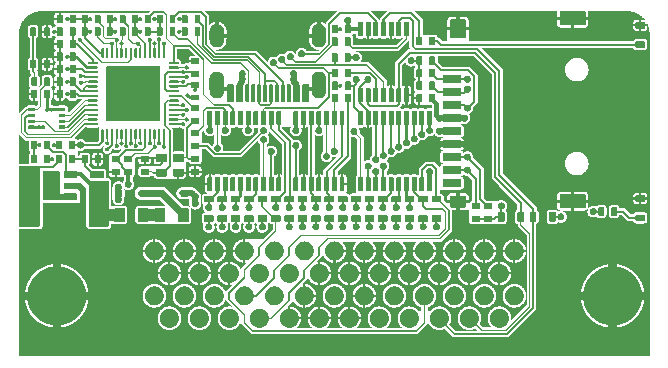
<source format=gtl>
%FSLAX46Y46*%
%MOMM*%
%LPD*%
G01*
%ADD10C,0.050000*%
D10*
%LPC*%
%LPC*%
G36*
X0055533382Y0034328643D02*
G01*
X0055594776Y0034327086D01*
X0055655821Y0034323990D01*
X0055716462Y0034319373D01*
X0055776679Y0034313255D01*
X0055836452Y0034305654D01*
X0055895763Y0034296588D01*
X0055954592Y0034286077D01*
X0056012921Y0034274139D01*
X0056070729Y0034260793D01*
X0056127999Y0034246058D01*
X0056184710Y0034229951D01*
X0056240844Y0034212493D01*
X0056296382Y0034193702D01*
X0056351304Y0034173596D01*
X0056405592Y0034152195D01*
X0056459227Y0034129516D01*
X0056512189Y0034105580D01*
X0056564461Y0034080403D01*
X0056616021Y0034054007D01*
X0056666853Y0034026408D01*
X0056716936Y0033997626D01*
X0056766253Y0033967679D01*
X0056814783Y0033936587D01*
X0056862508Y0033904368D01*
X0056909409Y0033871040D01*
X0056955468Y0033836622D01*
X0057000665Y0033801134D01*
X0057044981Y0033764593D01*
X0057088398Y0033727019D01*
X0057130896Y0033688429D01*
X0057172458Y0033648844D01*
X0057213063Y0033608280D01*
X0057252692Y0033566758D01*
X0057291328Y0033524296D01*
X0057328951Y0033480911D01*
X0057365542Y0033436624D01*
X0057401082Y0033391453D01*
X0057435553Y0033345416D01*
X0057468935Y0033298531D01*
X0057501209Y0033250819D01*
X0057532357Y0033202297D01*
X0057562359Y0033152983D01*
X0057591197Y0033102898D01*
X0057618851Y0033052059D01*
X0057645303Y0033000485D01*
X0057670533Y0032948195D01*
X0057694523Y0032895207D01*
X0057717254Y0032841541D01*
X0057738706Y0032787214D01*
X0057758861Y0032732247D01*
X0057777700Y0032676657D01*
X0057795203Y0032620463D01*
X0057811351Y0032563685D01*
X0057826127Y0032506340D01*
X0057839510Y0032448449D01*
X0057851482Y0032390029D01*
X0057862023Y0032331101D01*
X0057871116Y0032271681D01*
X0057878740Y0032211791D01*
X0057884877Y0032151448D01*
X0057889508Y0032090671D01*
X0057892614Y0032029480D01*
X0057894176Y0031967931D01*
X0057894307Y0031936980D01*
X0057894307Y0004127496D01*
X0057897835Y0004127496D01*
X0057897835Y0004092218D01*
X0030684164Y0004092218D01*
X0030684164Y0004127496D01*
X0057859029Y0004127496D01*
X0057859029Y0031936901D01*
X0057858900Y0031967410D01*
X0057857359Y0032028138D01*
X0057854299Y0032088436D01*
X0057849735Y0032148323D01*
X0057843688Y0032207778D01*
X0057836177Y0032266785D01*
X0057827219Y0032325326D01*
X0057816833Y0032383381D01*
X0057805039Y0032440935D01*
X0057791855Y0032497965D01*
X0057777299Y0032554457D01*
X0057761391Y0032610390D01*
X0057744148Y0032665749D01*
X0057725590Y0032720511D01*
X0057705734Y0032774662D01*
X0057684601Y0032828180D01*
X0057662208Y0032881051D01*
X0057638573Y0032933252D01*
X0057613717Y0032984768D01*
X0057587657Y0033035578D01*
X0057560411Y0033085666D01*
X0057531999Y0033135011D01*
X0057502439Y0033183597D01*
X0057471751Y0033231405D01*
X0057439951Y0033278415D01*
X0057407061Y0033324609D01*
X0057373097Y0033369970D01*
X0057338077Y0033414480D01*
X0057302023Y0033458117D01*
X0057264952Y0033500865D01*
X0057226882Y0033542705D01*
X0057187833Y0033583619D01*
X0057147822Y0033623589D01*
X0057106870Y0033662595D01*
X0057064995Y0033700618D01*
X0057022214Y0033737642D01*
X0056978547Y0033773648D01*
X0056934013Y0033808615D01*
X0056888631Y0033842528D01*
X0056842419Y0033875365D01*
X0056795395Y0033907112D01*
X0056747579Y0033937746D01*
X0056698990Y0033967251D01*
X0056649646Y0033995608D01*
X0056599564Y0034022800D01*
X0056548766Y0034048806D01*
X0056497269Y0034073609D01*
X0056445090Y0034097192D01*
X0056392252Y0034119533D01*
X0056338770Y0034140617D01*
X0056284663Y0034160424D01*
X0056229949Y0034178937D01*
X0056174652Y0034196135D01*
X0056118783Y0034212002D01*
X0056062364Y0034226519D01*
X0056005415Y0034239666D01*
X0055947951Y0034251427D01*
X0055889995Y0034261782D01*
X0055831560Y0034270714D01*
X0055772671Y0034278203D01*
X0055713339Y0034284231D01*
X0055653589Y0034288780D01*
X0055593435Y0034291831D01*
X0055532862Y0034293367D01*
X0055502435Y0034293496D01*
X0030684164Y0034293496D01*
X0030684164Y0034328774D01*
X0055502513Y0034328774D01*
G37*
G36*
X0030684164Y0034293496D02*
G01*
X0005866730Y0034293496D01*
X0005836222Y0034293367D01*
X0005775493Y0034291826D01*
X0005715196Y0034288765D01*
X0005655309Y0034284202D01*
X0005595853Y0034278155D01*
X0005536847Y0034270643D01*
X0005478306Y0034261685D01*
X0005420251Y0034251300D01*
X0005362697Y0034239505D01*
X0005305667Y0034226321D01*
X0005249174Y0034211765D01*
X0005193242Y0034195857D01*
X0005137882Y0034178614D01*
X0005083121Y0034160056D01*
X0005028969Y0034140201D01*
X0004975451Y0034119067D01*
X0004922581Y0034096674D01*
X0004870379Y0034073040D01*
X0004818864Y0034048183D01*
X0004768053Y0034022123D01*
X0004717966Y0033994877D01*
X0004668620Y0033966466D01*
X0004620034Y0033936906D01*
X0004572227Y0033906217D01*
X0004525216Y0033874418D01*
X0004479022Y0033841527D01*
X0004433661Y0033807563D01*
X0004389152Y0033772544D01*
X0004345514Y0033736490D01*
X0004302767Y0033699419D01*
X0004260926Y0033661349D01*
X0004220012Y0033622299D01*
X0004180042Y0033582289D01*
X0004141037Y0033541336D01*
X0004103013Y0033499461D01*
X0004065989Y0033456680D01*
X0004029984Y0033413013D01*
X0003995016Y0033368480D01*
X0003961104Y0033323097D01*
X0003928266Y0033276886D01*
X0003896520Y0033229861D01*
X0003865885Y0033182045D01*
X0003836380Y0033133457D01*
X0003808023Y0033084112D01*
X0003780831Y0033034030D01*
X0003754825Y0032983232D01*
X0003730022Y0032931736D01*
X0003706440Y0032879557D01*
X0003684098Y0032826719D01*
X0003663014Y0032773236D01*
X0003643207Y0032719130D01*
X0003624694Y0032664416D01*
X0003607497Y0032609119D01*
X0003591629Y0032553249D01*
X0003577113Y0032496831D01*
X0003563965Y0032439882D01*
X0003552204Y0032382417D01*
X0003541849Y0032324462D01*
X0003532917Y0032266026D01*
X0003525428Y0032207137D01*
X0003519400Y0032147806D01*
X0003514851Y0032088055D01*
X0003511800Y0032027901D01*
X0003510264Y0031967328D01*
X0003510136Y0031936901D01*
X0003510136Y0004127496D01*
X0030684164Y0004127496D01*
X0030684164Y0004092218D01*
X0003474858Y0004092218D01*
X0003474858Y0031936980D01*
X0003474988Y0031967849D01*
X0003476545Y0032029242D01*
X0003479641Y0032090288D01*
X0003484258Y0032150929D01*
X0003490376Y0032211145D01*
X0003497978Y0032270919D01*
X0003507043Y0032330229D01*
X0003517554Y0032389059D01*
X0003529492Y0032447387D01*
X0003542838Y0032505196D01*
X0003557574Y0032562465D01*
X0003573680Y0032619176D01*
X0003591138Y0032675310D01*
X0003609930Y0032730848D01*
X0003630035Y0032785771D01*
X0003651437Y0032840059D01*
X0003674115Y0032893694D01*
X0003698052Y0032946656D01*
X0003723228Y0032998927D01*
X0003749625Y0033050488D01*
X0003777223Y0033101319D01*
X0003806005Y0033151403D01*
X0003835952Y0033200719D01*
X0003867044Y0033249249D01*
X0003899264Y0033296974D01*
X0003932592Y0033343876D01*
X0003967009Y0033389934D01*
X0004002498Y0033435131D01*
X0004039038Y0033479448D01*
X0004076613Y0033522864D01*
X0004115202Y0033565363D01*
X0004154788Y0033606924D01*
X0004195351Y0033647529D01*
X0004236873Y0033687159D01*
X0004279336Y0033725795D01*
X0004322720Y0033763417D01*
X0004367007Y0033800008D01*
X0004412179Y0033835549D01*
X0004458216Y0033870019D01*
X0004505100Y0033903401D01*
X0004552813Y0033935675D01*
X0004601335Y0033966823D01*
X0004650648Y0033996825D01*
X0004700733Y0034025663D01*
X0004751572Y0034053317D01*
X0004803146Y0034079769D01*
X0004855437Y0034105000D01*
X0004908424Y0034128990D01*
X0004962091Y0034151720D01*
X0005016417Y0034173173D01*
X0005071385Y0034193327D01*
X0005126975Y0034212166D01*
X0005183168Y0034229669D01*
X0005239947Y0034245818D01*
X0005297291Y0034260593D01*
X0005355182Y0034273976D01*
X0005413602Y0034285948D01*
X0005472531Y0034296490D01*
X0005531950Y0034305582D01*
X0005591841Y0034313206D01*
X0005652184Y0034319343D01*
X0005712960Y0034323975D01*
X0005774151Y0034327081D01*
X0005835701Y0034328643D01*
X0005866652Y0034328774D01*
X0030684164Y0034328774D01*
G37*
%LPD*%
G36*
X0015885458Y0029153170D02*
G01*
X0015905137Y0029149098D01*
X0015922996Y0029141409D01*
X0015938706Y0029130556D01*
X0015951935Y0029116997D01*
X0015962353Y0029101184D01*
X0015969629Y0029083572D01*
X0015973432Y0029064617D01*
X0015973763Y0029054751D01*
X0015973763Y0024645033D01*
X0015973405Y0024634559D01*
X0015969332Y0024614881D01*
X0015961643Y0024597022D01*
X0015950791Y0024581312D01*
X0015937231Y0024568083D01*
X0015921418Y0024557665D01*
X0015903807Y0024550389D01*
X0015884852Y0024546586D01*
X0015874985Y0024546255D01*
X0011465267Y0024546255D01*
X0011454794Y0024546613D01*
X0011435116Y0024550685D01*
X0011417256Y0024558375D01*
X0011401547Y0024569227D01*
X0011388318Y0024582787D01*
X0011377900Y0024598600D01*
X0011370624Y0024616211D01*
X0011366820Y0024635166D01*
X0011366489Y0024645033D01*
X0011366489Y0029054751D01*
X0011366848Y0029065224D01*
X0011370920Y0029084902D01*
X0011378609Y0029102761D01*
X0011389461Y0029118471D01*
X0011403021Y0029131700D01*
X0011418834Y0029142118D01*
X0011436445Y0029149394D01*
X0011455400Y0029153198D01*
X0011465267Y0029153528D01*
X0015874985Y0029153528D01*
G37*
%LPD*%
G36*
X0033568128Y0020997052D02*
G01*
X0033598369Y0020993980D01*
X0033627649Y0020987989D01*
X0033655818Y0020979227D01*
X0033682724Y0020967847D01*
X0033708217Y0020953998D01*
X0033732146Y0020937832D01*
X0033754361Y0020919499D01*
X0033774710Y0020899150D01*
X0033793043Y0020876936D01*
X0033809209Y0020853007D01*
X0033823057Y0020827514D01*
X0033834438Y0020800608D01*
X0033843199Y0020772439D01*
X0033849191Y0020743159D01*
X0033852262Y0020712917D01*
X0033852524Y0020697453D01*
X0033852262Y0020681988D01*
X0033849191Y0020651747D01*
X0033843199Y0020622467D01*
X0033834438Y0020594298D01*
X0033823057Y0020567392D01*
X0033809209Y0020541899D01*
X0033793043Y0020517970D01*
X0033774710Y0020495756D01*
X0033754361Y0020475407D01*
X0033732146Y0020457074D01*
X0033708217Y0020440907D01*
X0033682724Y0020427059D01*
X0033655818Y0020415678D01*
X0033627649Y0020406917D01*
X0033598369Y0020400925D01*
X0033568128Y0020397854D01*
X0033552663Y0020397592D01*
X0033537199Y0020397854D01*
X0033506957Y0020400925D01*
X0033477677Y0020406917D01*
X0033449508Y0020415678D01*
X0033422602Y0020427059D01*
X0033397109Y0020440907D01*
X0033373180Y0020457074D01*
X0033350966Y0020475407D01*
X0033330617Y0020495756D01*
X0033312284Y0020517970D01*
X0033296118Y0020541899D01*
X0033282269Y0020567392D01*
X0033270889Y0020594298D01*
X0033262127Y0020622467D01*
X0033256136Y0020651747D01*
X0033253065Y0020681988D01*
X0033252802Y0020697453D01*
X0033253065Y0020712917D01*
X0033256136Y0020743159D01*
X0033262127Y0020772439D01*
X0033270889Y0020800608D01*
X0033282269Y0020827514D01*
X0033296118Y0020853007D01*
X0033312284Y0020876936D01*
X0033330617Y0020899150D01*
X0033350966Y0020919499D01*
X0033373180Y0020937832D01*
X0033397109Y0020953998D01*
X0033422602Y0020967847D01*
X0033449508Y0020979227D01*
X0033477677Y0020987989D01*
X0033506957Y0020993980D01*
X0033537199Y0020997052D01*
X0033552663Y0020997314D01*
G37*
%LPD*%
G36*
X0034217238Y0020534913D02*
G01*
X0034247480Y0020531842D01*
X0034276760Y0020525850D01*
X0034304928Y0020517089D01*
X0034331835Y0020505709D01*
X0034357328Y0020491860D01*
X0034381257Y0020475694D01*
X0034403471Y0020457361D01*
X0034423820Y0020437012D01*
X0034442153Y0020414797D01*
X0034458319Y0020390868D01*
X0034472168Y0020365375D01*
X0034483548Y0020338469D01*
X0034492309Y0020310301D01*
X0034498301Y0020281020D01*
X0034501372Y0020250779D01*
X0034501634Y0020235314D01*
X0034501372Y0020219850D01*
X0034498301Y0020189609D01*
X0034492309Y0020160328D01*
X0034483548Y0020132160D01*
X0034472168Y0020105253D01*
X0034458319Y0020079761D01*
X0034442153Y0020055831D01*
X0034423820Y0020033617D01*
X0034403471Y0020013268D01*
X0034381257Y0019994935D01*
X0034357328Y0019978769D01*
X0034331835Y0019964920D01*
X0034304928Y0019953540D01*
X0034276760Y0019944779D01*
X0034247480Y0019938787D01*
X0034217238Y0019935716D01*
X0034201774Y0019935454D01*
X0034186309Y0019935716D01*
X0034156068Y0019938787D01*
X0034126787Y0019944779D01*
X0034098619Y0019953540D01*
X0034071713Y0019964920D01*
X0034046220Y0019978769D01*
X0034022291Y0019994935D01*
X0034000076Y0020013268D01*
X0033979727Y0020033617D01*
X0033961394Y0020055831D01*
X0033945228Y0020079761D01*
X0033931380Y0020105253D01*
X0033919999Y0020132160D01*
X0033911238Y0020160328D01*
X0033905246Y0020189609D01*
X0033902175Y0020219850D01*
X0033901913Y0020235314D01*
X0033902175Y0020250779D01*
X0033905246Y0020281020D01*
X0033911238Y0020310301D01*
X0033919999Y0020338469D01*
X0033931380Y0020365375D01*
X0033945228Y0020390868D01*
X0033961394Y0020414797D01*
X0033979727Y0020437012D01*
X0034000076Y0020457361D01*
X0034022291Y0020475694D01*
X0034046220Y0020491860D01*
X0034071713Y0020505709D01*
X0034098619Y0020517089D01*
X0034126787Y0020525850D01*
X0034156068Y0020531842D01*
X0034186309Y0020534913D01*
X0034201774Y0020535175D01*
G37*
%LPD*%
G36*
X0034866349Y0020997052D02*
G01*
X0034896590Y0020993980D01*
X0034925870Y0020987989D01*
X0034954039Y0020979227D01*
X0034980945Y0020967847D01*
X0035006438Y0020953998D01*
X0035030367Y0020937832D01*
X0035052582Y0020919499D01*
X0035072931Y0020899150D01*
X0035091264Y0020876936D01*
X0035107430Y0020853007D01*
X0035121278Y0020827514D01*
X0035132659Y0020800608D01*
X0035141420Y0020772439D01*
X0035147412Y0020743159D01*
X0035150483Y0020712917D01*
X0035150745Y0020697453D01*
X0035150483Y0020681988D01*
X0035147412Y0020651747D01*
X0035141420Y0020622467D01*
X0035132659Y0020594298D01*
X0035121278Y0020567392D01*
X0035107430Y0020541899D01*
X0035091264Y0020517970D01*
X0035072931Y0020495756D01*
X0035052582Y0020475407D01*
X0035030367Y0020457074D01*
X0035006438Y0020440907D01*
X0034980945Y0020427059D01*
X0034954039Y0020415678D01*
X0034925870Y0020406917D01*
X0034896590Y0020400925D01*
X0034866349Y0020397854D01*
X0034850884Y0020397592D01*
X0034835420Y0020397854D01*
X0034805178Y0020400925D01*
X0034775898Y0020406917D01*
X0034747729Y0020415678D01*
X0034720823Y0020427059D01*
X0034695330Y0020440907D01*
X0034671401Y0020457074D01*
X0034649187Y0020475407D01*
X0034628838Y0020495756D01*
X0034610505Y0020517970D01*
X0034594339Y0020541899D01*
X0034580490Y0020567392D01*
X0034569110Y0020594298D01*
X0034560348Y0020622467D01*
X0034554357Y0020651747D01*
X0034551286Y0020681988D01*
X0034551023Y0020697453D01*
X0034551286Y0020712917D01*
X0034554357Y0020743159D01*
X0034560348Y0020772439D01*
X0034569110Y0020800608D01*
X0034580490Y0020827514D01*
X0034594339Y0020853007D01*
X0034610505Y0020876936D01*
X0034628838Y0020899150D01*
X0034649187Y0020919499D01*
X0034671401Y0020937832D01*
X0034695330Y0020953998D01*
X0034720823Y0020967847D01*
X0034747729Y0020979227D01*
X0034775898Y0020987989D01*
X0034805178Y0020993980D01*
X0034835420Y0020997052D01*
X0034850884Y0020997314D01*
G37*
%LPD*%
G36*
X0038768067Y0020534913D02*
G01*
X0038798309Y0020531842D01*
X0038827589Y0020525850D01*
X0038855758Y0020517089D01*
X0038882664Y0020505709D01*
X0038908157Y0020491860D01*
X0038932086Y0020475694D01*
X0038954300Y0020457361D01*
X0038974649Y0020437012D01*
X0038992982Y0020414797D01*
X0039009148Y0020390868D01*
X0039022997Y0020365375D01*
X0039034377Y0020338469D01*
X0039043139Y0020310301D01*
X0039049130Y0020281020D01*
X0039052201Y0020250779D01*
X0039052464Y0020235314D01*
X0039052201Y0020219850D01*
X0039049130Y0020189609D01*
X0039043139Y0020160328D01*
X0039034377Y0020132160D01*
X0039022997Y0020105253D01*
X0039009148Y0020079761D01*
X0038992982Y0020055831D01*
X0038974649Y0020033617D01*
X0038954300Y0020013268D01*
X0038932086Y0019994935D01*
X0038908157Y0019978769D01*
X0038882664Y0019964920D01*
X0038855758Y0019953540D01*
X0038827589Y0019944779D01*
X0038798309Y0019938787D01*
X0038768067Y0019935716D01*
X0038752603Y0019935454D01*
X0038737138Y0019935716D01*
X0038706897Y0019938787D01*
X0038677617Y0019944779D01*
X0038649448Y0019953540D01*
X0038622542Y0019964920D01*
X0038597049Y0019978769D01*
X0038573120Y0019994935D01*
X0038550905Y0020013268D01*
X0038530556Y0020033617D01*
X0038512223Y0020055831D01*
X0038496057Y0020079761D01*
X0038482209Y0020105253D01*
X0038470828Y0020132160D01*
X0038462067Y0020160328D01*
X0038456075Y0020189609D01*
X0038453004Y0020219850D01*
X0038452742Y0020235314D01*
X0038453004Y0020250779D01*
X0038456075Y0020281020D01*
X0038462067Y0020310301D01*
X0038470828Y0020338469D01*
X0038482209Y0020365375D01*
X0038496057Y0020390868D01*
X0038512223Y0020414797D01*
X0038530556Y0020437012D01*
X0038550905Y0020457361D01*
X0038573120Y0020475694D01*
X0038597049Y0020491860D01*
X0038622542Y0020505709D01*
X0038649448Y0020517089D01*
X0038677617Y0020525850D01*
X0038706897Y0020531842D01*
X0038737138Y0020534913D01*
X0038752603Y0020535175D01*
G37*
%LPD*%
G36*
X0039346622Y0015857084D02*
G01*
X0039376864Y0015854013D01*
X0039406144Y0015848021D01*
X0039434313Y0015839260D01*
X0039461219Y0015827880D01*
X0039486712Y0015814031D01*
X0039510641Y0015797865D01*
X0039532855Y0015779532D01*
X0039553204Y0015759183D01*
X0039571537Y0015736968D01*
X0039587703Y0015713039D01*
X0039601552Y0015687546D01*
X0039612932Y0015660640D01*
X0039621694Y0015632472D01*
X0039627685Y0015603191D01*
X0039630756Y0015572950D01*
X0039631019Y0015557485D01*
X0039630756Y0015542021D01*
X0039627685Y0015511780D01*
X0039621694Y0015482499D01*
X0039612932Y0015454331D01*
X0039601552Y0015427425D01*
X0039587703Y0015401932D01*
X0039571537Y0015378003D01*
X0039553204Y0015355788D01*
X0039532855Y0015335439D01*
X0039510641Y0015317106D01*
X0039486712Y0015300940D01*
X0039461219Y0015287091D01*
X0039434313Y0015275711D01*
X0039406144Y0015266950D01*
X0039376864Y0015260958D01*
X0039346622Y0015257887D01*
X0039331158Y0015257625D01*
X0039315693Y0015257887D01*
X0039285452Y0015260958D01*
X0039256172Y0015266950D01*
X0039228003Y0015275711D01*
X0039201097Y0015287091D01*
X0039175604Y0015300940D01*
X0039151675Y0015317106D01*
X0039129460Y0015335439D01*
X0039109111Y0015355788D01*
X0039090778Y0015378003D01*
X0039074612Y0015401932D01*
X0039060764Y0015427425D01*
X0039049383Y0015454331D01*
X0039040622Y0015482499D01*
X0039034630Y0015511780D01*
X0039031559Y0015542021D01*
X0039031297Y0015557485D01*
X0039031559Y0015572950D01*
X0039034630Y0015603191D01*
X0039040622Y0015632472D01*
X0039049383Y0015660640D01*
X0039060764Y0015687546D01*
X0039074612Y0015713039D01*
X0039090778Y0015736968D01*
X0039109111Y0015759183D01*
X0039129460Y0015779532D01*
X0039151675Y0015797865D01*
X0039175604Y0015814031D01*
X0039201097Y0015827880D01*
X0039228003Y0015839260D01*
X0039256172Y0015848021D01*
X0039285452Y0015854013D01*
X0039315693Y0015857084D01*
X0039331158Y0015857346D01*
G37*
%LPD*%
G36*
X0038217734Y0015857084D02*
G01*
X0038247976Y0015854013D01*
X0038277256Y0015848021D01*
X0038305425Y0015839260D01*
X0038332331Y0015827880D01*
X0038357824Y0015814031D01*
X0038381753Y0015797865D01*
X0038403967Y0015779532D01*
X0038424316Y0015759183D01*
X0038442649Y0015736968D01*
X0038458815Y0015713039D01*
X0038472664Y0015687546D01*
X0038484044Y0015660640D01*
X0038492806Y0015632472D01*
X0038498797Y0015603191D01*
X0038501869Y0015572950D01*
X0038502131Y0015557485D01*
X0038501869Y0015542021D01*
X0038498797Y0015511780D01*
X0038492806Y0015482499D01*
X0038484044Y0015454331D01*
X0038472664Y0015427425D01*
X0038458815Y0015401932D01*
X0038442649Y0015378003D01*
X0038424316Y0015355788D01*
X0038403967Y0015335439D01*
X0038381753Y0015317106D01*
X0038357824Y0015300940D01*
X0038332331Y0015287091D01*
X0038305425Y0015275711D01*
X0038277256Y0015266950D01*
X0038247976Y0015260958D01*
X0038217734Y0015257887D01*
X0038202270Y0015257625D01*
X0038186805Y0015257887D01*
X0038156564Y0015260958D01*
X0038127284Y0015266950D01*
X0038099115Y0015275711D01*
X0038072209Y0015287091D01*
X0038046716Y0015300940D01*
X0038022787Y0015317106D01*
X0038000573Y0015335439D01*
X0037980224Y0015355788D01*
X0037961891Y0015378003D01*
X0037945724Y0015401932D01*
X0037931876Y0015427425D01*
X0037920495Y0015454331D01*
X0037911734Y0015482499D01*
X0037905742Y0015511780D01*
X0037902671Y0015542021D01*
X0037902409Y0015557485D01*
X0037902671Y0015572950D01*
X0037905742Y0015603191D01*
X0037911734Y0015632472D01*
X0037920495Y0015660640D01*
X0037931876Y0015687546D01*
X0037945724Y0015713039D01*
X0037961891Y0015736968D01*
X0037980224Y0015759183D01*
X0038000573Y0015779532D01*
X0038022787Y0015797865D01*
X0038046716Y0015814031D01*
X0038072209Y0015827880D01*
X0038099115Y0015839260D01*
X0038127284Y0015848021D01*
X0038156564Y0015854013D01*
X0038186805Y0015857084D01*
X0038202270Y0015857346D01*
G37*
%LPD*%
G36*
X0037081791Y0015857084D02*
G01*
X0037112032Y0015854013D01*
X0037141313Y0015848021D01*
X0037169481Y0015839260D01*
X0037196388Y0015827880D01*
X0037221880Y0015814031D01*
X0037245810Y0015797865D01*
X0037268024Y0015779532D01*
X0037288373Y0015759183D01*
X0037306706Y0015736968D01*
X0037322872Y0015713039D01*
X0037336721Y0015687546D01*
X0037348101Y0015660640D01*
X0037356862Y0015632472D01*
X0037362854Y0015603191D01*
X0037365925Y0015572950D01*
X0037366187Y0015557485D01*
X0037365925Y0015542021D01*
X0037362854Y0015511780D01*
X0037356862Y0015482499D01*
X0037348101Y0015454331D01*
X0037336721Y0015427425D01*
X0037322872Y0015401932D01*
X0037306706Y0015378003D01*
X0037288373Y0015355788D01*
X0037268024Y0015335439D01*
X0037245810Y0015317106D01*
X0037221880Y0015300940D01*
X0037196388Y0015287091D01*
X0037169481Y0015275711D01*
X0037141313Y0015266950D01*
X0037112032Y0015260958D01*
X0037081791Y0015257887D01*
X0037066327Y0015257625D01*
X0037050862Y0015257887D01*
X0037020621Y0015260958D01*
X0036991340Y0015266950D01*
X0036963172Y0015275711D01*
X0036936266Y0015287091D01*
X0036910773Y0015300940D01*
X0036886844Y0015317106D01*
X0036864629Y0015335439D01*
X0036844280Y0015355788D01*
X0036825947Y0015378003D01*
X0036809781Y0015401932D01*
X0036795932Y0015427425D01*
X0036784552Y0015454331D01*
X0036775791Y0015482499D01*
X0036769799Y0015511780D01*
X0036766728Y0015542021D01*
X0036766466Y0015557485D01*
X0036766728Y0015572950D01*
X0036769799Y0015603191D01*
X0036775791Y0015632472D01*
X0036784552Y0015660640D01*
X0036795932Y0015687546D01*
X0036809781Y0015713039D01*
X0036825947Y0015736968D01*
X0036844280Y0015759183D01*
X0036864629Y0015779532D01*
X0036886844Y0015797865D01*
X0036910773Y0015814031D01*
X0036936266Y0015827880D01*
X0036963172Y0015839260D01*
X0036991340Y0015848021D01*
X0037020621Y0015854013D01*
X0037050862Y0015857084D01*
X0037066327Y0015857346D01*
G37*
%LPD*%
G36*
X0035949375Y0017493971D02*
G01*
X0035979617Y0017490900D01*
X0036008897Y0017484909D01*
X0036037066Y0017476147D01*
X0036063972Y0017464767D01*
X0036089465Y0017450918D01*
X0036113394Y0017434752D01*
X0036135608Y0017416419D01*
X0036155957Y0017396070D01*
X0036174290Y0017373856D01*
X0036190456Y0017349927D01*
X0036204305Y0017324434D01*
X0036215685Y0017297528D01*
X0036224447Y0017269359D01*
X0036230438Y0017240079D01*
X0036233510Y0017209837D01*
X0036233772Y0017194373D01*
X0036233510Y0017178908D01*
X0036230438Y0017148667D01*
X0036224447Y0017119387D01*
X0036215685Y0017091218D01*
X0036204305Y0017064312D01*
X0036190456Y0017038819D01*
X0036174290Y0017014890D01*
X0036155957Y0016992675D01*
X0036135608Y0016972326D01*
X0036113394Y0016953993D01*
X0036089465Y0016937827D01*
X0036063972Y0016923979D01*
X0036037066Y0016912598D01*
X0036008897Y0016903837D01*
X0035979617Y0016897845D01*
X0035949375Y0016894774D01*
X0035933911Y0016894512D01*
X0035918446Y0016894774D01*
X0035888205Y0016897845D01*
X0035858925Y0016903837D01*
X0035830756Y0016912598D01*
X0035803850Y0016923979D01*
X0035778357Y0016937827D01*
X0035754428Y0016953993D01*
X0035732214Y0016972326D01*
X0035711865Y0016992675D01*
X0035693532Y0017014890D01*
X0035677365Y0017038819D01*
X0035663517Y0017064312D01*
X0035652136Y0017091218D01*
X0035643375Y0017119387D01*
X0035637383Y0017148667D01*
X0035634312Y0017178908D01*
X0035634050Y0017194373D01*
X0035634312Y0017209837D01*
X0035637383Y0017240079D01*
X0035643375Y0017269359D01*
X0035652136Y0017297528D01*
X0035663517Y0017324434D01*
X0035677365Y0017349927D01*
X0035693532Y0017373856D01*
X0035711865Y0017396070D01*
X0035732214Y0017416419D01*
X0035754428Y0017434752D01*
X0035778357Y0017450918D01*
X0035803850Y0017464767D01*
X0035830756Y0017476147D01*
X0035858925Y0017484909D01*
X0035888205Y0017490900D01*
X0035918446Y0017493971D01*
X0035933911Y0017494234D01*
G37*
%LPD*%
G36*
X0035949375Y0015857084D02*
G01*
X0035979617Y0015854013D01*
X0036008897Y0015848021D01*
X0036037066Y0015839260D01*
X0036063972Y0015827880D01*
X0036089465Y0015814031D01*
X0036113394Y0015797865D01*
X0036135608Y0015779532D01*
X0036155957Y0015759183D01*
X0036174290Y0015736968D01*
X0036190456Y0015713039D01*
X0036204305Y0015687546D01*
X0036215685Y0015660640D01*
X0036224447Y0015632472D01*
X0036230438Y0015603191D01*
X0036233510Y0015572950D01*
X0036233772Y0015557485D01*
X0036233510Y0015542021D01*
X0036230438Y0015511780D01*
X0036224447Y0015482499D01*
X0036215685Y0015454331D01*
X0036204305Y0015427425D01*
X0036190456Y0015401932D01*
X0036174290Y0015378003D01*
X0036155957Y0015355788D01*
X0036135608Y0015335439D01*
X0036113394Y0015317106D01*
X0036089465Y0015300940D01*
X0036063972Y0015287091D01*
X0036037066Y0015275711D01*
X0036008897Y0015266950D01*
X0035979617Y0015260958D01*
X0035949375Y0015257887D01*
X0035933911Y0015257625D01*
X0035918446Y0015257887D01*
X0035888205Y0015260958D01*
X0035858925Y0015266950D01*
X0035830756Y0015275711D01*
X0035803850Y0015287091D01*
X0035778357Y0015300940D01*
X0035754428Y0015317106D01*
X0035732214Y0015335439D01*
X0035711865Y0015355788D01*
X0035693532Y0015378003D01*
X0035677365Y0015401932D01*
X0035663517Y0015427425D01*
X0035652136Y0015454331D01*
X0035643375Y0015482499D01*
X0035637383Y0015511780D01*
X0035634312Y0015542021D01*
X0035634050Y0015557485D01*
X0035634312Y0015572950D01*
X0035637383Y0015603191D01*
X0035643375Y0015632472D01*
X0035652136Y0015660640D01*
X0035663517Y0015687546D01*
X0035677365Y0015713039D01*
X0035693532Y0015736968D01*
X0035711865Y0015759183D01*
X0035732214Y0015779532D01*
X0035754428Y0015797865D01*
X0035778357Y0015814031D01*
X0035803850Y0015827880D01*
X0035830756Y0015839260D01*
X0035858925Y0015848021D01*
X0035888205Y0015854013D01*
X0035918446Y0015857084D01*
X0035933911Y0015857346D01*
G37*
%LPD*%
G36*
X0034816960Y0017493971D02*
G01*
X0034847201Y0017490900D01*
X0034876482Y0017484909D01*
X0034904650Y0017476147D01*
X0034931556Y0017464767D01*
X0034957049Y0017450918D01*
X0034980978Y0017434752D01*
X0035003193Y0017416419D01*
X0035023542Y0017396070D01*
X0035041875Y0017373856D01*
X0035058041Y0017349927D01*
X0035071889Y0017324434D01*
X0035083270Y0017297528D01*
X0035092031Y0017269359D01*
X0035098023Y0017240079D01*
X0035101094Y0017209837D01*
X0035101356Y0017194373D01*
X0035101094Y0017178908D01*
X0035098023Y0017148667D01*
X0035092031Y0017119387D01*
X0035083270Y0017091218D01*
X0035071889Y0017064312D01*
X0035058041Y0017038819D01*
X0035041875Y0017014890D01*
X0035023542Y0016992675D01*
X0035003193Y0016972326D01*
X0034980978Y0016953993D01*
X0034957049Y0016937827D01*
X0034931556Y0016923979D01*
X0034904650Y0016912598D01*
X0034876482Y0016903837D01*
X0034847201Y0016897845D01*
X0034816960Y0016894774D01*
X0034801495Y0016894512D01*
X0034786031Y0016894774D01*
X0034755789Y0016897845D01*
X0034726509Y0016903837D01*
X0034698341Y0016912598D01*
X0034671434Y0016923979D01*
X0034645941Y0016937827D01*
X0034622012Y0016953993D01*
X0034599798Y0016972326D01*
X0034579449Y0016992675D01*
X0034561116Y0017014890D01*
X0034544950Y0017038819D01*
X0034531101Y0017064312D01*
X0034519721Y0017091218D01*
X0034510959Y0017119387D01*
X0034504968Y0017148667D01*
X0034501897Y0017178908D01*
X0034501634Y0017194373D01*
X0034501897Y0017209837D01*
X0034504968Y0017240079D01*
X0034510959Y0017269359D01*
X0034519721Y0017297528D01*
X0034531101Y0017324434D01*
X0034544950Y0017349927D01*
X0034561116Y0017373856D01*
X0034579449Y0017396070D01*
X0034599798Y0017416419D01*
X0034622012Y0017434752D01*
X0034645941Y0017450918D01*
X0034671434Y0017464767D01*
X0034698341Y0017476147D01*
X0034726509Y0017484909D01*
X0034755789Y0017490900D01*
X0034786031Y0017493971D01*
X0034801495Y0017494234D01*
G37*
%LPD*%
G36*
X0034816960Y0015857084D02*
G01*
X0034847201Y0015854013D01*
X0034876482Y0015848021D01*
X0034904650Y0015839260D01*
X0034931556Y0015827880D01*
X0034957049Y0015814031D01*
X0034980978Y0015797865D01*
X0035003193Y0015779532D01*
X0035023542Y0015759183D01*
X0035041875Y0015736968D01*
X0035058041Y0015713039D01*
X0035071889Y0015687546D01*
X0035083270Y0015660640D01*
X0035092031Y0015632472D01*
X0035098023Y0015603191D01*
X0035101094Y0015572950D01*
X0035101356Y0015557485D01*
X0035101094Y0015542021D01*
X0035098023Y0015511780D01*
X0035092031Y0015482499D01*
X0035083270Y0015454331D01*
X0035071889Y0015427425D01*
X0035058041Y0015401932D01*
X0035041875Y0015378003D01*
X0035023542Y0015355788D01*
X0035003193Y0015335439D01*
X0034980978Y0015317106D01*
X0034957049Y0015300940D01*
X0034931556Y0015287091D01*
X0034904650Y0015275711D01*
X0034876482Y0015266950D01*
X0034847201Y0015260958D01*
X0034816960Y0015257887D01*
X0034801495Y0015257625D01*
X0034786031Y0015257887D01*
X0034755789Y0015260958D01*
X0034726509Y0015266950D01*
X0034698341Y0015275711D01*
X0034671434Y0015287091D01*
X0034645941Y0015300940D01*
X0034622012Y0015317106D01*
X0034599798Y0015335439D01*
X0034579449Y0015355788D01*
X0034561116Y0015378003D01*
X0034544950Y0015401932D01*
X0034531101Y0015427425D01*
X0034519721Y0015454331D01*
X0034510959Y0015482499D01*
X0034504968Y0015511780D01*
X0034501897Y0015542021D01*
X0034501634Y0015557485D01*
X0034501897Y0015572950D01*
X0034504968Y0015603191D01*
X0034510959Y0015632472D01*
X0034519721Y0015660640D01*
X0034531101Y0015687546D01*
X0034544950Y0015713039D01*
X0034561116Y0015736968D01*
X0034579449Y0015759183D01*
X0034599798Y0015779532D01*
X0034622012Y0015797865D01*
X0034645941Y0015814031D01*
X0034671434Y0015827880D01*
X0034698341Y0015839260D01*
X0034726509Y0015848021D01*
X0034755789Y0015854013D01*
X0034786031Y0015857084D01*
X0034801495Y0015857346D01*
G37*
%LPD*%
G36*
X0033681017Y0017493971D02*
G01*
X0033711258Y0017490900D01*
X0033740538Y0017484909D01*
X0033768707Y0017476147D01*
X0033795613Y0017464767D01*
X0033821106Y0017450918D01*
X0033845035Y0017434752D01*
X0033867249Y0017416419D01*
X0033887598Y0017396070D01*
X0033905931Y0017373856D01*
X0033922097Y0017349927D01*
X0033935946Y0017324434D01*
X0033947326Y0017297528D01*
X0033956088Y0017269359D01*
X0033962079Y0017240079D01*
X0033965151Y0017209837D01*
X0033965413Y0017194373D01*
X0033965151Y0017178908D01*
X0033962079Y0017148667D01*
X0033956088Y0017119387D01*
X0033947326Y0017091218D01*
X0033935946Y0017064312D01*
X0033922097Y0017038819D01*
X0033905931Y0017014890D01*
X0033887598Y0016992675D01*
X0033867249Y0016972326D01*
X0033845035Y0016953993D01*
X0033821106Y0016937827D01*
X0033795613Y0016923979D01*
X0033768707Y0016912598D01*
X0033740538Y0016903837D01*
X0033711258Y0016897845D01*
X0033681017Y0016894774D01*
X0033665552Y0016894512D01*
X0033650087Y0016894774D01*
X0033619846Y0016897845D01*
X0033590566Y0016903837D01*
X0033562397Y0016912598D01*
X0033535491Y0016923979D01*
X0033509998Y0016937827D01*
X0033486069Y0016953993D01*
X0033463855Y0016972326D01*
X0033443506Y0016992675D01*
X0033425173Y0017014890D01*
X0033409006Y0017038819D01*
X0033395158Y0017064312D01*
X0033383777Y0017091218D01*
X0033375016Y0017119387D01*
X0033369025Y0017148667D01*
X0033365953Y0017178908D01*
X0033365691Y0017194373D01*
X0033365953Y0017209837D01*
X0033369025Y0017240079D01*
X0033375016Y0017269359D01*
X0033383777Y0017297528D01*
X0033395158Y0017324434D01*
X0033409006Y0017349927D01*
X0033425173Y0017373856D01*
X0033443506Y0017396070D01*
X0033463855Y0017416419D01*
X0033486069Y0017434752D01*
X0033509998Y0017450918D01*
X0033535491Y0017464767D01*
X0033562397Y0017476147D01*
X0033590566Y0017484909D01*
X0033619846Y0017490900D01*
X0033650087Y0017493971D01*
X0033665552Y0017494234D01*
G37*
%LPD*%
G36*
X0033681017Y0015857084D02*
G01*
X0033711258Y0015854013D01*
X0033740538Y0015848021D01*
X0033768707Y0015839260D01*
X0033795613Y0015827880D01*
X0033821106Y0015814031D01*
X0033845035Y0015797865D01*
X0033867249Y0015779532D01*
X0033887598Y0015759183D01*
X0033905931Y0015736968D01*
X0033922097Y0015713039D01*
X0033935946Y0015687546D01*
X0033947326Y0015660640D01*
X0033956088Y0015632472D01*
X0033962079Y0015603191D01*
X0033965151Y0015572950D01*
X0033965413Y0015557485D01*
X0033965151Y0015542021D01*
X0033962079Y0015511780D01*
X0033956088Y0015482499D01*
X0033947326Y0015454331D01*
X0033935946Y0015427425D01*
X0033922097Y0015401932D01*
X0033905931Y0015378003D01*
X0033887598Y0015355788D01*
X0033867249Y0015335439D01*
X0033845035Y0015317106D01*
X0033821106Y0015300940D01*
X0033795613Y0015287091D01*
X0033768707Y0015275711D01*
X0033740538Y0015266950D01*
X0033711258Y0015260958D01*
X0033681017Y0015257887D01*
X0033665552Y0015257625D01*
X0033650087Y0015257887D01*
X0033619846Y0015260958D01*
X0033590566Y0015266950D01*
X0033562397Y0015275711D01*
X0033535491Y0015287091D01*
X0033509998Y0015300940D01*
X0033486069Y0015317106D01*
X0033463855Y0015335439D01*
X0033443506Y0015355788D01*
X0033425173Y0015378003D01*
X0033409006Y0015401932D01*
X0033395158Y0015427425D01*
X0033383777Y0015454331D01*
X0033375016Y0015482499D01*
X0033369025Y0015511780D01*
X0033365953Y0015542021D01*
X0033365691Y0015557485D01*
X0033365953Y0015572950D01*
X0033369025Y0015603191D01*
X0033375016Y0015632472D01*
X0033383777Y0015660640D01*
X0033395158Y0015687546D01*
X0033409006Y0015713039D01*
X0033425173Y0015736968D01*
X0033443506Y0015759183D01*
X0033463855Y0015779532D01*
X0033486069Y0015797865D01*
X0033509998Y0015814031D01*
X0033535491Y0015827880D01*
X0033562397Y0015839260D01*
X0033590566Y0015848021D01*
X0033619846Y0015854013D01*
X0033650087Y0015857084D01*
X0033665552Y0015857346D01*
G37*
%LPD*%
G36*
X0032548601Y0017493971D02*
G01*
X0032578842Y0017490900D01*
X0032608123Y0017484909D01*
X0032636291Y0017476147D01*
X0032663197Y0017464767D01*
X0032688690Y0017450918D01*
X0032712619Y0017434752D01*
X0032734834Y0017416419D01*
X0032755183Y0017396070D01*
X0032773516Y0017373856D01*
X0032789682Y0017349927D01*
X0032803530Y0017324434D01*
X0032814911Y0017297528D01*
X0032823672Y0017269359D01*
X0032829664Y0017240079D01*
X0032832735Y0017209837D01*
X0032832997Y0017194373D01*
X0032832735Y0017178908D01*
X0032829664Y0017148667D01*
X0032823672Y0017119387D01*
X0032814911Y0017091218D01*
X0032803530Y0017064312D01*
X0032789682Y0017038819D01*
X0032773516Y0017014890D01*
X0032755183Y0016992675D01*
X0032734834Y0016972326D01*
X0032712619Y0016953993D01*
X0032688690Y0016937827D01*
X0032663197Y0016923979D01*
X0032636291Y0016912598D01*
X0032608123Y0016903837D01*
X0032578842Y0016897845D01*
X0032548601Y0016894774D01*
X0032533136Y0016894512D01*
X0032517672Y0016894774D01*
X0032487430Y0016897845D01*
X0032458150Y0016903837D01*
X0032429982Y0016912598D01*
X0032403075Y0016923979D01*
X0032377582Y0016937827D01*
X0032353653Y0016953993D01*
X0032331439Y0016972326D01*
X0032311090Y0016992675D01*
X0032292757Y0017014890D01*
X0032276591Y0017038819D01*
X0032262742Y0017064312D01*
X0032251362Y0017091218D01*
X0032242600Y0017119387D01*
X0032236609Y0017148667D01*
X0032233538Y0017178908D01*
X0032233275Y0017194373D01*
X0032233538Y0017209837D01*
X0032236609Y0017240079D01*
X0032242600Y0017269359D01*
X0032251362Y0017297528D01*
X0032262742Y0017324434D01*
X0032276591Y0017349927D01*
X0032292757Y0017373856D01*
X0032311090Y0017396070D01*
X0032331439Y0017416419D01*
X0032353653Y0017434752D01*
X0032377582Y0017450918D01*
X0032403075Y0017464767D01*
X0032429982Y0017476147D01*
X0032458150Y0017484909D01*
X0032487430Y0017490900D01*
X0032517672Y0017493971D01*
X0032533136Y0017494234D01*
G37*
%LPD*%
G36*
X0032548601Y0015857084D02*
G01*
X0032578842Y0015854013D01*
X0032608123Y0015848021D01*
X0032636291Y0015839260D01*
X0032663197Y0015827880D01*
X0032688690Y0015814031D01*
X0032712619Y0015797865D01*
X0032734834Y0015779532D01*
X0032755183Y0015759183D01*
X0032773516Y0015736968D01*
X0032789682Y0015713039D01*
X0032803530Y0015687546D01*
X0032814911Y0015660640D01*
X0032823672Y0015632472D01*
X0032829664Y0015603191D01*
X0032832735Y0015572950D01*
X0032832997Y0015557485D01*
X0032832735Y0015542021D01*
X0032829664Y0015511780D01*
X0032823672Y0015482499D01*
X0032814911Y0015454331D01*
X0032803530Y0015427425D01*
X0032789682Y0015401932D01*
X0032773516Y0015378003D01*
X0032755183Y0015355788D01*
X0032734834Y0015335439D01*
X0032712619Y0015317106D01*
X0032688690Y0015300940D01*
X0032663197Y0015287091D01*
X0032636291Y0015275711D01*
X0032608123Y0015266950D01*
X0032578842Y0015260958D01*
X0032548601Y0015257887D01*
X0032533136Y0015257625D01*
X0032517672Y0015257887D01*
X0032487430Y0015260958D01*
X0032458150Y0015266950D01*
X0032429982Y0015275711D01*
X0032403075Y0015287091D01*
X0032377582Y0015300940D01*
X0032353653Y0015317106D01*
X0032331439Y0015335439D01*
X0032311090Y0015355788D01*
X0032292757Y0015378003D01*
X0032276591Y0015401932D01*
X0032262742Y0015427425D01*
X0032251362Y0015454331D01*
X0032242600Y0015482499D01*
X0032236609Y0015511780D01*
X0032233538Y0015542021D01*
X0032233275Y0015557485D01*
X0032233538Y0015572950D01*
X0032236609Y0015603191D01*
X0032242600Y0015632472D01*
X0032251362Y0015660640D01*
X0032262742Y0015687546D01*
X0032276591Y0015713039D01*
X0032292757Y0015736968D01*
X0032311090Y0015759183D01*
X0032331439Y0015779532D01*
X0032353653Y0015797865D01*
X0032377582Y0015814031D01*
X0032403075Y0015827880D01*
X0032429982Y0015839260D01*
X0032458150Y0015848021D01*
X0032487430Y0015854013D01*
X0032517672Y0015857084D01*
X0032533136Y0015857346D01*
G37*
%LPD*%
G36*
X0031416185Y0017493971D02*
G01*
X0031446427Y0017490900D01*
X0031475707Y0017484909D01*
X0031503876Y0017476147D01*
X0031530782Y0017464767D01*
X0031556275Y0017450918D01*
X0031580204Y0017434752D01*
X0031602418Y0017416419D01*
X0031622767Y0017396070D01*
X0031641100Y0017373856D01*
X0031657266Y0017349927D01*
X0031671115Y0017324434D01*
X0031682495Y0017297528D01*
X0031691257Y0017269359D01*
X0031697248Y0017240079D01*
X0031700319Y0017209837D01*
X0031700582Y0017194373D01*
X0031700319Y0017178908D01*
X0031697248Y0017148667D01*
X0031691257Y0017119387D01*
X0031682495Y0017091218D01*
X0031671115Y0017064312D01*
X0031657266Y0017038819D01*
X0031641100Y0017014890D01*
X0031622767Y0016992675D01*
X0031602418Y0016972326D01*
X0031580204Y0016953993D01*
X0031556275Y0016937827D01*
X0031530782Y0016923979D01*
X0031503876Y0016912598D01*
X0031475707Y0016903837D01*
X0031446427Y0016897845D01*
X0031416185Y0016894774D01*
X0031400721Y0016894512D01*
X0031385256Y0016894774D01*
X0031355015Y0016897845D01*
X0031325734Y0016903837D01*
X0031297566Y0016912598D01*
X0031270660Y0016923979D01*
X0031245167Y0016937827D01*
X0031221238Y0016953993D01*
X0031199023Y0016972326D01*
X0031178674Y0016992675D01*
X0031160341Y0017014890D01*
X0031144175Y0017038819D01*
X0031130327Y0017064312D01*
X0031118946Y0017091218D01*
X0031110185Y0017119387D01*
X0031104193Y0017148667D01*
X0031101122Y0017178908D01*
X0031100860Y0017194373D01*
X0031101122Y0017209837D01*
X0031104193Y0017240079D01*
X0031110185Y0017269359D01*
X0031118946Y0017297528D01*
X0031130327Y0017324434D01*
X0031144175Y0017349927D01*
X0031160341Y0017373856D01*
X0031178674Y0017396070D01*
X0031199023Y0017416419D01*
X0031221238Y0017434752D01*
X0031245167Y0017450918D01*
X0031270660Y0017464767D01*
X0031297566Y0017476147D01*
X0031325734Y0017484909D01*
X0031355015Y0017490900D01*
X0031385256Y0017493971D01*
X0031400721Y0017494234D01*
G37*
%LPD*%
G36*
X0031416185Y0015857084D02*
G01*
X0031446427Y0015854013D01*
X0031475707Y0015848021D01*
X0031503876Y0015839260D01*
X0031530782Y0015827880D01*
X0031556275Y0015814031D01*
X0031580204Y0015797865D01*
X0031602418Y0015779532D01*
X0031622767Y0015759183D01*
X0031641100Y0015736968D01*
X0031657266Y0015713039D01*
X0031671115Y0015687546D01*
X0031682495Y0015660640D01*
X0031691257Y0015632472D01*
X0031697248Y0015603191D01*
X0031700319Y0015572950D01*
X0031700582Y0015557485D01*
X0031700319Y0015542021D01*
X0031697248Y0015511780D01*
X0031691257Y0015482499D01*
X0031682495Y0015454331D01*
X0031671115Y0015427425D01*
X0031657266Y0015401932D01*
X0031641100Y0015378003D01*
X0031622767Y0015355788D01*
X0031602418Y0015335439D01*
X0031580204Y0015317106D01*
X0031556275Y0015300940D01*
X0031530782Y0015287091D01*
X0031503876Y0015275711D01*
X0031475707Y0015266950D01*
X0031446427Y0015260958D01*
X0031416185Y0015257887D01*
X0031400721Y0015257625D01*
X0031385256Y0015257887D01*
X0031355015Y0015260958D01*
X0031325734Y0015266950D01*
X0031297566Y0015275711D01*
X0031270660Y0015287091D01*
X0031245167Y0015300940D01*
X0031221238Y0015317106D01*
X0031199023Y0015335439D01*
X0031178674Y0015355788D01*
X0031160341Y0015378003D01*
X0031144175Y0015401932D01*
X0031130327Y0015427425D01*
X0031118946Y0015454331D01*
X0031110185Y0015482499D01*
X0031104193Y0015511780D01*
X0031101122Y0015542021D01*
X0031100860Y0015557485D01*
X0031101122Y0015572950D01*
X0031104193Y0015603191D01*
X0031110185Y0015632472D01*
X0031118946Y0015660640D01*
X0031130327Y0015687546D01*
X0031144175Y0015713039D01*
X0031160341Y0015736968D01*
X0031178674Y0015759183D01*
X0031199023Y0015779532D01*
X0031221238Y0015797865D01*
X0031245167Y0015814031D01*
X0031270660Y0015827880D01*
X0031297566Y0015839260D01*
X0031325734Y0015848021D01*
X0031355015Y0015854013D01*
X0031385256Y0015857084D01*
X0031400721Y0015857346D01*
G37*
%LPD*%
G36*
X0030283770Y0017493971D02*
G01*
X0030314011Y0017490900D01*
X0030343291Y0017484909D01*
X0030371460Y0017476147D01*
X0030398366Y0017464767D01*
X0030423859Y0017450918D01*
X0030447788Y0017434752D01*
X0030470002Y0017416419D01*
X0030490352Y0017396070D01*
X0030508684Y0017373856D01*
X0030524851Y0017349927D01*
X0030538699Y0017324434D01*
X0030550080Y0017297528D01*
X0030558841Y0017269359D01*
X0030564833Y0017240079D01*
X0030567904Y0017209837D01*
X0030568166Y0017194373D01*
X0030567904Y0017178908D01*
X0030564833Y0017148667D01*
X0030558841Y0017119387D01*
X0030550080Y0017091218D01*
X0030538699Y0017064312D01*
X0030524851Y0017038819D01*
X0030508684Y0017014890D01*
X0030490352Y0016992675D01*
X0030470002Y0016972326D01*
X0030447788Y0016953993D01*
X0030423859Y0016937827D01*
X0030398366Y0016923979D01*
X0030371460Y0016912598D01*
X0030343291Y0016903837D01*
X0030314011Y0016897845D01*
X0030283770Y0016894774D01*
X0030268305Y0016894512D01*
X0030252841Y0016894774D01*
X0030222599Y0016897845D01*
X0030193319Y0016903837D01*
X0030165150Y0016912598D01*
X0030138244Y0016923979D01*
X0030112751Y0016937827D01*
X0030088822Y0016953993D01*
X0030066608Y0016972326D01*
X0030046259Y0016992675D01*
X0030027926Y0017014890D01*
X0030011760Y0017038819D01*
X0029997911Y0017064312D01*
X0029986531Y0017091218D01*
X0029977769Y0017119387D01*
X0029971778Y0017148667D01*
X0029968706Y0017178908D01*
X0029968444Y0017194373D01*
X0029968706Y0017209837D01*
X0029971778Y0017240079D01*
X0029977769Y0017269359D01*
X0029986531Y0017297528D01*
X0029997911Y0017324434D01*
X0030011760Y0017349927D01*
X0030027926Y0017373856D01*
X0030046259Y0017396070D01*
X0030066608Y0017416419D01*
X0030088822Y0017434752D01*
X0030112751Y0017450918D01*
X0030138244Y0017464767D01*
X0030165150Y0017476147D01*
X0030193319Y0017484909D01*
X0030222599Y0017490900D01*
X0030252841Y0017493971D01*
X0030268305Y0017494234D01*
G37*
%LPD*%
G36*
X0030283770Y0015857084D02*
G01*
X0030314011Y0015854013D01*
X0030343291Y0015848021D01*
X0030371460Y0015839260D01*
X0030398366Y0015827880D01*
X0030423859Y0015814031D01*
X0030447788Y0015797865D01*
X0030470002Y0015779532D01*
X0030490352Y0015759183D01*
X0030508684Y0015736968D01*
X0030524851Y0015713039D01*
X0030538699Y0015687546D01*
X0030550080Y0015660640D01*
X0030558841Y0015632472D01*
X0030564833Y0015603191D01*
X0030567904Y0015572950D01*
X0030568166Y0015557485D01*
X0030567904Y0015542021D01*
X0030564833Y0015511780D01*
X0030558841Y0015482499D01*
X0030550080Y0015454331D01*
X0030538699Y0015427425D01*
X0030524851Y0015401932D01*
X0030508684Y0015378003D01*
X0030490352Y0015355788D01*
X0030470002Y0015335439D01*
X0030447788Y0015317106D01*
X0030423859Y0015300940D01*
X0030398366Y0015287091D01*
X0030371460Y0015275711D01*
X0030343291Y0015266950D01*
X0030314011Y0015260958D01*
X0030283770Y0015257887D01*
X0030268305Y0015257625D01*
X0030252841Y0015257887D01*
X0030222599Y0015260958D01*
X0030193319Y0015266950D01*
X0030165150Y0015275711D01*
X0030138244Y0015287091D01*
X0030112751Y0015300940D01*
X0030088822Y0015317106D01*
X0030066608Y0015335439D01*
X0030046259Y0015355788D01*
X0030027926Y0015378003D01*
X0030011760Y0015401932D01*
X0029997911Y0015427425D01*
X0029986531Y0015454331D01*
X0029977769Y0015482499D01*
X0029971778Y0015511780D01*
X0029968706Y0015542021D01*
X0029968444Y0015557485D01*
X0029968706Y0015572950D01*
X0029971778Y0015603191D01*
X0029977769Y0015632472D01*
X0029986531Y0015660640D01*
X0029997911Y0015687546D01*
X0030011760Y0015713039D01*
X0030027926Y0015736968D01*
X0030046259Y0015759183D01*
X0030066608Y0015779532D01*
X0030088822Y0015797865D01*
X0030112751Y0015814031D01*
X0030138244Y0015827880D01*
X0030165150Y0015839260D01*
X0030193319Y0015848021D01*
X0030222599Y0015854013D01*
X0030252841Y0015857084D01*
X0030268305Y0015857346D01*
G37*
%LPD*%
G36*
X0029147826Y0017493971D02*
G01*
X0029178068Y0017490900D01*
X0029207348Y0017484909D01*
X0029235517Y0017476147D01*
X0029262423Y0017464767D01*
X0029287916Y0017450918D01*
X0029311845Y0017434752D01*
X0029334059Y0017416419D01*
X0029354408Y0017396070D01*
X0029372741Y0017373856D01*
X0029388907Y0017349927D01*
X0029402756Y0017324434D01*
X0029414136Y0017297528D01*
X0029422898Y0017269359D01*
X0029428889Y0017240079D01*
X0029431960Y0017209837D01*
X0029432223Y0017194373D01*
X0029431960Y0017178908D01*
X0029428889Y0017148667D01*
X0029422898Y0017119387D01*
X0029414136Y0017091218D01*
X0029402756Y0017064312D01*
X0029388907Y0017038819D01*
X0029372741Y0017014890D01*
X0029354408Y0016992675D01*
X0029334059Y0016972326D01*
X0029311845Y0016953993D01*
X0029287916Y0016937827D01*
X0029262423Y0016923979D01*
X0029235517Y0016912598D01*
X0029207348Y0016903837D01*
X0029178068Y0016897845D01*
X0029147826Y0016894774D01*
X0029132362Y0016894512D01*
X0029116897Y0016894774D01*
X0029086656Y0016897845D01*
X0029057375Y0016903837D01*
X0029029207Y0016912598D01*
X0029002301Y0016923979D01*
X0028976808Y0016937827D01*
X0028952879Y0016953993D01*
X0028930664Y0016972326D01*
X0028910315Y0016992675D01*
X0028891982Y0017014890D01*
X0028875816Y0017038819D01*
X0028861968Y0017064312D01*
X0028850587Y0017091218D01*
X0028841826Y0017119387D01*
X0028835834Y0017148667D01*
X0028832763Y0017178908D01*
X0028832501Y0017194373D01*
X0028832763Y0017209837D01*
X0028835834Y0017240079D01*
X0028841826Y0017269359D01*
X0028850587Y0017297528D01*
X0028861968Y0017324434D01*
X0028875816Y0017349927D01*
X0028891982Y0017373856D01*
X0028910315Y0017396070D01*
X0028930664Y0017416419D01*
X0028952879Y0017434752D01*
X0028976808Y0017450918D01*
X0029002301Y0017464767D01*
X0029029207Y0017476147D01*
X0029057375Y0017484909D01*
X0029086656Y0017490900D01*
X0029116897Y0017493971D01*
X0029132362Y0017494234D01*
G37*
%LPD*%
G36*
X0029147826Y0015857084D02*
G01*
X0029178068Y0015854013D01*
X0029207348Y0015848021D01*
X0029235517Y0015839260D01*
X0029262423Y0015827880D01*
X0029287916Y0015814031D01*
X0029311845Y0015797865D01*
X0029334059Y0015779532D01*
X0029354408Y0015759183D01*
X0029372741Y0015736968D01*
X0029388907Y0015713039D01*
X0029402756Y0015687546D01*
X0029414136Y0015660640D01*
X0029422898Y0015632472D01*
X0029428889Y0015603191D01*
X0029431960Y0015572950D01*
X0029432223Y0015557485D01*
X0029431960Y0015542021D01*
X0029428889Y0015511780D01*
X0029422898Y0015482499D01*
X0029414136Y0015454331D01*
X0029402756Y0015427425D01*
X0029388907Y0015401932D01*
X0029372741Y0015378003D01*
X0029354408Y0015355788D01*
X0029334059Y0015335439D01*
X0029311845Y0015317106D01*
X0029287916Y0015300940D01*
X0029262423Y0015287091D01*
X0029235517Y0015275711D01*
X0029207348Y0015266950D01*
X0029178068Y0015260958D01*
X0029147826Y0015257887D01*
X0029132362Y0015257625D01*
X0029116897Y0015257887D01*
X0029086656Y0015260958D01*
X0029057375Y0015266950D01*
X0029029207Y0015275711D01*
X0029002301Y0015287091D01*
X0028976808Y0015300940D01*
X0028952879Y0015317106D01*
X0028930664Y0015335439D01*
X0028910315Y0015355788D01*
X0028891982Y0015378003D01*
X0028875816Y0015401932D01*
X0028861968Y0015427425D01*
X0028850587Y0015454331D01*
X0028841826Y0015482499D01*
X0028835834Y0015511780D01*
X0028832763Y0015542021D01*
X0028832501Y0015557485D01*
X0028832763Y0015572950D01*
X0028835834Y0015603191D01*
X0028841826Y0015632472D01*
X0028850587Y0015660640D01*
X0028861968Y0015687546D01*
X0028875816Y0015713039D01*
X0028891982Y0015736968D01*
X0028910315Y0015759183D01*
X0028930664Y0015779532D01*
X0028952879Y0015797865D01*
X0028976808Y0015814031D01*
X0029002301Y0015827880D01*
X0029029207Y0015839260D01*
X0029057375Y0015848021D01*
X0029086656Y0015854013D01*
X0029116897Y0015857084D01*
X0029132362Y0015857346D01*
G37*
%LPD*%
G36*
X0028015411Y0017493971D02*
G01*
X0028045652Y0017490900D01*
X0028074932Y0017484909D01*
X0028103101Y0017476147D01*
X0028130007Y0017464767D01*
X0028155500Y0017450918D01*
X0028179429Y0017434752D01*
X0028201643Y0017416419D01*
X0028221993Y0017396070D01*
X0028240325Y0017373856D01*
X0028256492Y0017349927D01*
X0028270340Y0017324434D01*
X0028281721Y0017297528D01*
X0028290482Y0017269359D01*
X0028296474Y0017240079D01*
X0028299545Y0017209837D01*
X0028299807Y0017194373D01*
X0028299545Y0017178908D01*
X0028296474Y0017148667D01*
X0028290482Y0017119387D01*
X0028281721Y0017091218D01*
X0028270340Y0017064312D01*
X0028256492Y0017038819D01*
X0028240325Y0017014890D01*
X0028221993Y0016992675D01*
X0028201643Y0016972326D01*
X0028179429Y0016953993D01*
X0028155500Y0016937827D01*
X0028130007Y0016923979D01*
X0028103101Y0016912598D01*
X0028074932Y0016903837D01*
X0028045652Y0016897845D01*
X0028015411Y0016894774D01*
X0027999946Y0016894512D01*
X0027984482Y0016894774D01*
X0027954240Y0016897845D01*
X0027924960Y0016903837D01*
X0027896791Y0016912598D01*
X0027869885Y0016923979D01*
X0027844392Y0016937827D01*
X0027820463Y0016953993D01*
X0027798249Y0016972326D01*
X0027777900Y0016992675D01*
X0027759567Y0017014890D01*
X0027743401Y0017038819D01*
X0027729552Y0017064312D01*
X0027718172Y0017091218D01*
X0027709410Y0017119387D01*
X0027703419Y0017148667D01*
X0027700348Y0017178908D01*
X0027700085Y0017194373D01*
X0027700348Y0017209837D01*
X0027703419Y0017240079D01*
X0027709410Y0017269359D01*
X0027718172Y0017297528D01*
X0027729552Y0017324434D01*
X0027743401Y0017349927D01*
X0027759567Y0017373856D01*
X0027777900Y0017396070D01*
X0027798249Y0017416419D01*
X0027820463Y0017434752D01*
X0027844392Y0017450918D01*
X0027869885Y0017464767D01*
X0027896791Y0017476147D01*
X0027924960Y0017484909D01*
X0027954240Y0017490900D01*
X0027984482Y0017493971D01*
X0027999946Y0017494234D01*
G37*
%LPD*%
G36*
X0024614636Y0015857084D02*
G01*
X0024644877Y0015854013D01*
X0024674158Y0015848021D01*
X0024702326Y0015839260D01*
X0024729232Y0015827880D01*
X0024754725Y0015814031D01*
X0024778654Y0015797865D01*
X0024800869Y0015779532D01*
X0024821218Y0015759183D01*
X0024839551Y0015736968D01*
X0024855717Y0015713039D01*
X0024869566Y0015687546D01*
X0024880946Y0015660640D01*
X0024889707Y0015632472D01*
X0024895699Y0015603191D01*
X0024898770Y0015572950D01*
X0024899032Y0015557485D01*
X0024898770Y0015542021D01*
X0024895699Y0015511780D01*
X0024889707Y0015482499D01*
X0024880946Y0015454331D01*
X0024869566Y0015427425D01*
X0024855717Y0015401932D01*
X0024839551Y0015378003D01*
X0024821218Y0015355788D01*
X0024800869Y0015335439D01*
X0024778654Y0015317106D01*
X0024754725Y0015300940D01*
X0024729232Y0015287091D01*
X0024702326Y0015275711D01*
X0024674158Y0015266950D01*
X0024644877Y0015260958D01*
X0024614636Y0015257887D01*
X0024599172Y0015257625D01*
X0024583707Y0015257887D01*
X0024553466Y0015260958D01*
X0024524185Y0015266950D01*
X0024496017Y0015275711D01*
X0024469111Y0015287091D01*
X0024443618Y0015300940D01*
X0024419689Y0015317106D01*
X0024397474Y0015335439D01*
X0024377125Y0015355788D01*
X0024358792Y0015378003D01*
X0024342626Y0015401932D01*
X0024328777Y0015427425D01*
X0024317397Y0015454331D01*
X0024308636Y0015482499D01*
X0024302644Y0015511780D01*
X0024299573Y0015542021D01*
X0024299311Y0015557485D01*
X0024299573Y0015572950D01*
X0024302644Y0015603191D01*
X0024308636Y0015632472D01*
X0024317397Y0015660640D01*
X0024328777Y0015687546D01*
X0024342626Y0015713039D01*
X0024358792Y0015736968D01*
X0024377125Y0015759183D01*
X0024397474Y0015779532D01*
X0024419689Y0015797865D01*
X0024443618Y0015814031D01*
X0024469111Y0015827880D01*
X0024496017Y0015839260D01*
X0024524185Y0015848021D01*
X0024553466Y0015854013D01*
X0024583707Y0015857084D01*
X0024599172Y0015857346D01*
G37*
%LPD*%
G36*
X0023482220Y0017493971D02*
G01*
X0023512462Y0017490900D01*
X0023541742Y0017484909D01*
X0023569911Y0017476147D01*
X0023596817Y0017464767D01*
X0023622310Y0017450918D01*
X0023646239Y0017434752D01*
X0023668453Y0017416419D01*
X0023688802Y0017396070D01*
X0023707135Y0017373856D01*
X0023723301Y0017349927D01*
X0023737150Y0017324434D01*
X0023748530Y0017297528D01*
X0023757292Y0017269359D01*
X0023763283Y0017240079D01*
X0023766355Y0017209837D01*
X0023766617Y0017194373D01*
X0023766355Y0017178908D01*
X0023763283Y0017148667D01*
X0023757292Y0017119387D01*
X0023748530Y0017091218D01*
X0023737150Y0017064312D01*
X0023723301Y0017038819D01*
X0023707135Y0017014890D01*
X0023688802Y0016992675D01*
X0023668453Y0016972326D01*
X0023646239Y0016953993D01*
X0023622310Y0016937827D01*
X0023596817Y0016923979D01*
X0023569911Y0016912598D01*
X0023541742Y0016903837D01*
X0023512462Y0016897845D01*
X0023482220Y0016894774D01*
X0023466756Y0016894512D01*
X0023451291Y0016894774D01*
X0023421050Y0016897845D01*
X0023391770Y0016903837D01*
X0023363601Y0016912598D01*
X0023336695Y0016923979D01*
X0023311202Y0016937827D01*
X0023287273Y0016953993D01*
X0023265059Y0016972326D01*
X0023244709Y0016992675D01*
X0023226377Y0017014890D01*
X0023210210Y0017038819D01*
X0023196362Y0017064312D01*
X0023184981Y0017091218D01*
X0023176220Y0017119387D01*
X0023170228Y0017148667D01*
X0023167157Y0017178908D01*
X0023166895Y0017194373D01*
X0023167157Y0017209837D01*
X0023170228Y0017240079D01*
X0023176220Y0017269359D01*
X0023184981Y0017297528D01*
X0023196362Y0017324434D01*
X0023210210Y0017349927D01*
X0023226377Y0017373856D01*
X0023244709Y0017396070D01*
X0023265059Y0017416419D01*
X0023287273Y0017434752D01*
X0023311202Y0017450918D01*
X0023336695Y0017464767D01*
X0023363601Y0017476147D01*
X0023391770Y0017484909D01*
X0023421050Y0017490900D01*
X0023451291Y0017493971D01*
X0023466756Y0017494234D01*
G37*
%LPD*%
G36*
X0023482220Y0015857084D02*
G01*
X0023512462Y0015854013D01*
X0023541742Y0015848021D01*
X0023569911Y0015839260D01*
X0023596817Y0015827880D01*
X0023622310Y0015814031D01*
X0023646239Y0015797865D01*
X0023668453Y0015779532D01*
X0023688802Y0015759183D01*
X0023707135Y0015736968D01*
X0023723301Y0015713039D01*
X0023737150Y0015687546D01*
X0023748530Y0015660640D01*
X0023757292Y0015632472D01*
X0023763283Y0015603191D01*
X0023766355Y0015572950D01*
X0023766617Y0015557485D01*
X0023766355Y0015542021D01*
X0023763283Y0015511780D01*
X0023757292Y0015482499D01*
X0023748530Y0015454331D01*
X0023737150Y0015427425D01*
X0023723301Y0015401932D01*
X0023707135Y0015378003D01*
X0023688802Y0015355788D01*
X0023668453Y0015335439D01*
X0023646239Y0015317106D01*
X0023622310Y0015300940D01*
X0023596817Y0015287091D01*
X0023569911Y0015275711D01*
X0023541742Y0015266950D01*
X0023512462Y0015260958D01*
X0023482220Y0015257887D01*
X0023466756Y0015257625D01*
X0023451291Y0015257887D01*
X0023421050Y0015260958D01*
X0023391770Y0015266950D01*
X0023363601Y0015275711D01*
X0023336695Y0015287091D01*
X0023311202Y0015300940D01*
X0023287273Y0015317106D01*
X0023265059Y0015335439D01*
X0023244709Y0015355788D01*
X0023226377Y0015378003D01*
X0023210210Y0015401932D01*
X0023196362Y0015427425D01*
X0023184981Y0015454331D01*
X0023176220Y0015482499D01*
X0023170228Y0015511780D01*
X0023167157Y0015542021D01*
X0023166895Y0015557485D01*
X0023167157Y0015572950D01*
X0023170228Y0015603191D01*
X0023176220Y0015632472D01*
X0023184981Y0015660640D01*
X0023196362Y0015687546D01*
X0023210210Y0015713039D01*
X0023226377Y0015736968D01*
X0023244709Y0015759183D01*
X0023265059Y0015779532D01*
X0023287273Y0015797865D01*
X0023311202Y0015814031D01*
X0023336695Y0015827880D01*
X0023363601Y0015839260D01*
X0023391770Y0015848021D01*
X0023421050Y0015854013D01*
X0023451291Y0015857084D01*
X0023466756Y0015857346D01*
G37*
%LPD*%
G36*
X0022349805Y0017493971D02*
G01*
X0022380046Y0017490900D01*
X0022409327Y0017484909D01*
X0022437495Y0017476147D01*
X0022464401Y0017464767D01*
X0022489894Y0017450918D01*
X0022513823Y0017434752D01*
X0022536038Y0017416419D01*
X0022556387Y0017396070D01*
X0022574720Y0017373856D01*
X0022590886Y0017349927D01*
X0022604734Y0017324434D01*
X0022616115Y0017297528D01*
X0022624876Y0017269359D01*
X0022630868Y0017240079D01*
X0022633939Y0017209837D01*
X0022634201Y0017194373D01*
X0022633939Y0017178908D01*
X0022630868Y0017148667D01*
X0022624876Y0017119387D01*
X0022616115Y0017091218D01*
X0022604734Y0017064312D01*
X0022590886Y0017038819D01*
X0022574720Y0017014890D01*
X0022556387Y0016992675D01*
X0022536038Y0016972326D01*
X0022513823Y0016953993D01*
X0022489894Y0016937827D01*
X0022464401Y0016923979D01*
X0022437495Y0016912598D01*
X0022409327Y0016903837D01*
X0022380046Y0016897845D01*
X0022349805Y0016894774D01*
X0022334340Y0016894512D01*
X0022318876Y0016894774D01*
X0022288634Y0016897845D01*
X0022259354Y0016903837D01*
X0022231185Y0016912598D01*
X0022204279Y0016923979D01*
X0022178786Y0016937827D01*
X0022154857Y0016953993D01*
X0022132643Y0016972326D01*
X0022112294Y0016992675D01*
X0022093961Y0017014890D01*
X0022077795Y0017038819D01*
X0022063946Y0017064312D01*
X0022052566Y0017091218D01*
X0022043804Y0017119387D01*
X0022037813Y0017148667D01*
X0022034742Y0017178908D01*
X0022034479Y0017194373D01*
X0022034742Y0017209837D01*
X0022037813Y0017240079D01*
X0022043804Y0017269359D01*
X0022052566Y0017297528D01*
X0022063946Y0017324434D01*
X0022077795Y0017349927D01*
X0022093961Y0017373856D01*
X0022112294Y0017396070D01*
X0022132643Y0017416419D01*
X0022154857Y0017434752D01*
X0022178786Y0017450918D01*
X0022204279Y0017464767D01*
X0022231185Y0017476147D01*
X0022259354Y0017484909D01*
X0022288634Y0017490900D01*
X0022318876Y0017493971D01*
X0022334340Y0017494234D01*
G37*
%LPD*%
G36*
X0022349805Y0015857084D02*
G01*
X0022380046Y0015854013D01*
X0022409327Y0015848021D01*
X0022437495Y0015839260D01*
X0022464401Y0015827880D01*
X0022489894Y0015814031D01*
X0022513823Y0015797865D01*
X0022536038Y0015779532D01*
X0022556387Y0015759183D01*
X0022574720Y0015736968D01*
X0022590886Y0015713039D01*
X0022604734Y0015687546D01*
X0022616115Y0015660640D01*
X0022624876Y0015632472D01*
X0022630868Y0015603191D01*
X0022633939Y0015572950D01*
X0022634201Y0015557485D01*
X0022633939Y0015542021D01*
X0022630868Y0015511780D01*
X0022624876Y0015482499D01*
X0022616115Y0015454331D01*
X0022604734Y0015427425D01*
X0022590886Y0015401932D01*
X0022574720Y0015378003D01*
X0022556387Y0015355788D01*
X0022536038Y0015335439D01*
X0022513823Y0015317106D01*
X0022489894Y0015300940D01*
X0022464401Y0015287091D01*
X0022437495Y0015275711D01*
X0022409327Y0015266950D01*
X0022380046Y0015260958D01*
X0022349805Y0015257887D01*
X0022334340Y0015257625D01*
X0022318876Y0015257887D01*
X0022288634Y0015260958D01*
X0022259354Y0015266950D01*
X0022231185Y0015275711D01*
X0022204279Y0015287091D01*
X0022178786Y0015300940D01*
X0022154857Y0015317106D01*
X0022132643Y0015335439D01*
X0022112294Y0015355788D01*
X0022093961Y0015378003D01*
X0022077795Y0015401932D01*
X0022063946Y0015427425D01*
X0022052566Y0015454331D01*
X0022043804Y0015482499D01*
X0022037813Y0015511780D01*
X0022034742Y0015542021D01*
X0022034479Y0015557485D01*
X0022034742Y0015572950D01*
X0022037813Y0015603191D01*
X0022043804Y0015632472D01*
X0022052566Y0015660640D01*
X0022063946Y0015687546D01*
X0022077795Y0015713039D01*
X0022093961Y0015736968D01*
X0022112294Y0015759183D01*
X0022132643Y0015779532D01*
X0022154857Y0015797865D01*
X0022178786Y0015814031D01*
X0022204279Y0015827880D01*
X0022231185Y0015839260D01*
X0022259354Y0015848021D01*
X0022288634Y0015854013D01*
X0022318876Y0015857084D01*
X0022334340Y0015857346D01*
G37*
%LPD*%
G36*
X0021213861Y0017493971D02*
G01*
X0021244103Y0017490900D01*
X0021273383Y0017484909D01*
X0021301552Y0017476147D01*
X0021328458Y0017464767D01*
X0021353951Y0017450918D01*
X0021377880Y0017434752D01*
X0021400094Y0017416419D01*
X0021420443Y0017396070D01*
X0021438776Y0017373856D01*
X0021454942Y0017349927D01*
X0021468791Y0017324434D01*
X0021480171Y0017297528D01*
X0021488933Y0017269359D01*
X0021494924Y0017240079D01*
X0021497996Y0017209837D01*
X0021498258Y0017194373D01*
X0021497996Y0017178908D01*
X0021494924Y0017148667D01*
X0021488933Y0017119387D01*
X0021480171Y0017091218D01*
X0021468791Y0017064312D01*
X0021454942Y0017038819D01*
X0021438776Y0017014890D01*
X0021420443Y0016992675D01*
X0021400094Y0016972326D01*
X0021377880Y0016953993D01*
X0021353951Y0016937827D01*
X0021328458Y0016923979D01*
X0021301552Y0016912598D01*
X0021273383Y0016903837D01*
X0021244103Y0016897845D01*
X0021213861Y0016894774D01*
X0021198397Y0016894512D01*
X0021182932Y0016894774D01*
X0021152691Y0016897845D01*
X0021123411Y0016903837D01*
X0021095242Y0016912598D01*
X0021068336Y0016923979D01*
X0021042843Y0016937827D01*
X0021018914Y0016953993D01*
X0020996700Y0016972326D01*
X0020976350Y0016992675D01*
X0020958018Y0017014890D01*
X0020941851Y0017038819D01*
X0020928003Y0017064312D01*
X0020916622Y0017091218D01*
X0020907861Y0017119387D01*
X0020901869Y0017148667D01*
X0020898798Y0017178908D01*
X0020898536Y0017194373D01*
X0020898798Y0017209837D01*
X0020901869Y0017240079D01*
X0020907861Y0017269359D01*
X0020916622Y0017297528D01*
X0020928003Y0017324434D01*
X0020941851Y0017349927D01*
X0020958018Y0017373856D01*
X0020976350Y0017396070D01*
X0020996700Y0017416419D01*
X0021018914Y0017434752D01*
X0021042843Y0017450918D01*
X0021068336Y0017464767D01*
X0021095242Y0017476147D01*
X0021123411Y0017484909D01*
X0021152691Y0017490900D01*
X0021182932Y0017493971D01*
X0021198397Y0017494234D01*
G37*
%LPD*%
G36*
X0021213861Y0015857084D02*
G01*
X0021244103Y0015854013D01*
X0021273383Y0015848021D01*
X0021301552Y0015839260D01*
X0021328458Y0015827880D01*
X0021353951Y0015814031D01*
X0021377880Y0015797865D01*
X0021400094Y0015779532D01*
X0021420443Y0015759183D01*
X0021438776Y0015736968D01*
X0021454942Y0015713039D01*
X0021468791Y0015687546D01*
X0021480171Y0015660640D01*
X0021488933Y0015632472D01*
X0021494924Y0015603191D01*
X0021497996Y0015572950D01*
X0021498258Y0015557485D01*
X0021497996Y0015542021D01*
X0021494924Y0015511780D01*
X0021488933Y0015482499D01*
X0021480171Y0015454331D01*
X0021468791Y0015427425D01*
X0021454942Y0015401932D01*
X0021438776Y0015378003D01*
X0021420443Y0015355788D01*
X0021400094Y0015335439D01*
X0021377880Y0015317106D01*
X0021353951Y0015300940D01*
X0021328458Y0015287091D01*
X0021301552Y0015275711D01*
X0021273383Y0015266950D01*
X0021244103Y0015260958D01*
X0021213861Y0015257887D01*
X0021198397Y0015257625D01*
X0021182932Y0015257887D01*
X0021152691Y0015260958D01*
X0021123411Y0015266950D01*
X0021095242Y0015275711D01*
X0021068336Y0015287091D01*
X0021042843Y0015300940D01*
X0021018914Y0015317106D01*
X0020996700Y0015335439D01*
X0020976350Y0015355788D01*
X0020958018Y0015378003D01*
X0020941851Y0015401932D01*
X0020928003Y0015427425D01*
X0020916622Y0015454331D01*
X0020907861Y0015482499D01*
X0020901869Y0015511780D01*
X0020898798Y0015542021D01*
X0020898536Y0015557485D01*
X0020898798Y0015572950D01*
X0020901869Y0015603191D01*
X0020907861Y0015632472D01*
X0020916622Y0015660640D01*
X0020928003Y0015687546D01*
X0020941851Y0015713039D01*
X0020958018Y0015736968D01*
X0020976350Y0015759183D01*
X0020996700Y0015779532D01*
X0021018914Y0015797865D01*
X0021042843Y0015814031D01*
X0021068336Y0015827880D01*
X0021095242Y0015839260D01*
X0021123411Y0015848021D01*
X0021152691Y0015854013D01*
X0021182932Y0015857084D01*
X0021198397Y0015857346D01*
G37*
%LPD*%
G36*
X0020081446Y0017493971D02*
G01*
X0020111687Y0017490900D01*
X0020140968Y0017484909D01*
X0020169136Y0017476147D01*
X0020196042Y0017464767D01*
X0020221535Y0017450918D01*
X0020245464Y0017434752D01*
X0020267679Y0017416419D01*
X0020288028Y0017396070D01*
X0020306361Y0017373856D01*
X0020322527Y0017349927D01*
X0020336375Y0017324434D01*
X0020347756Y0017297528D01*
X0020356517Y0017269359D01*
X0020362509Y0017240079D01*
X0020365580Y0017209837D01*
X0020365842Y0017194373D01*
X0020365580Y0017178908D01*
X0020362509Y0017148667D01*
X0020356517Y0017119387D01*
X0020347756Y0017091218D01*
X0020336375Y0017064312D01*
X0020322527Y0017038819D01*
X0020306361Y0017014890D01*
X0020288028Y0016992675D01*
X0020267679Y0016972326D01*
X0020245464Y0016953993D01*
X0020221535Y0016937827D01*
X0020196042Y0016923979D01*
X0020169136Y0016912598D01*
X0020140968Y0016903837D01*
X0020111687Y0016897845D01*
X0020081446Y0016894774D01*
X0020065981Y0016894512D01*
X0020050517Y0016894774D01*
X0020020275Y0016897845D01*
X0019990995Y0016903837D01*
X0019962826Y0016912598D01*
X0019935920Y0016923979D01*
X0019910427Y0016937827D01*
X0019886498Y0016953993D01*
X0019864284Y0016972326D01*
X0019843935Y0016992675D01*
X0019825602Y0017014890D01*
X0019809436Y0017038819D01*
X0019795587Y0017064312D01*
X0019784207Y0017091218D01*
X0019775445Y0017119387D01*
X0019769454Y0017148667D01*
X0019766383Y0017178908D01*
X0019766120Y0017194373D01*
X0019766383Y0017209837D01*
X0019769454Y0017240079D01*
X0019775445Y0017269359D01*
X0019784207Y0017297528D01*
X0019795587Y0017324434D01*
X0019809436Y0017349927D01*
X0019825602Y0017373856D01*
X0019843935Y0017396070D01*
X0019864284Y0017416419D01*
X0019886498Y0017434752D01*
X0019910427Y0017450918D01*
X0019935920Y0017464767D01*
X0019962826Y0017476147D01*
X0019990995Y0017484909D01*
X0020020275Y0017490900D01*
X0020050517Y0017493971D01*
X0020065981Y0017494234D01*
G37*
%LPD*%
G36*
X0020081446Y0015857084D02*
G01*
X0020111687Y0015854013D01*
X0020140968Y0015848021D01*
X0020169136Y0015839260D01*
X0020196042Y0015827880D01*
X0020221535Y0015814031D01*
X0020245464Y0015797865D01*
X0020267679Y0015779532D01*
X0020288028Y0015759183D01*
X0020306361Y0015736968D01*
X0020322527Y0015713039D01*
X0020336375Y0015687546D01*
X0020347756Y0015660640D01*
X0020356517Y0015632472D01*
X0020362509Y0015603191D01*
X0020365580Y0015572950D01*
X0020365842Y0015557485D01*
X0020365580Y0015542021D01*
X0020362509Y0015511780D01*
X0020356517Y0015482499D01*
X0020347756Y0015454331D01*
X0020336375Y0015427425D01*
X0020322527Y0015401932D01*
X0020306361Y0015378003D01*
X0020288028Y0015355788D01*
X0020267679Y0015335439D01*
X0020245464Y0015317106D01*
X0020221535Y0015300940D01*
X0020196042Y0015287091D01*
X0020169136Y0015275711D01*
X0020140968Y0015266950D01*
X0020111687Y0015260958D01*
X0020081446Y0015257887D01*
X0020065981Y0015257625D01*
X0020050517Y0015257887D01*
X0020020275Y0015260958D01*
X0019990995Y0015266950D01*
X0019962826Y0015275711D01*
X0019935920Y0015287091D01*
X0019910427Y0015300940D01*
X0019886498Y0015317106D01*
X0019864284Y0015335439D01*
X0019843935Y0015355788D01*
X0019825602Y0015378003D01*
X0019809436Y0015401932D01*
X0019795587Y0015427425D01*
X0019784207Y0015454331D01*
X0019775445Y0015482499D01*
X0019769454Y0015511780D01*
X0019766383Y0015542021D01*
X0019766120Y0015557485D01*
X0019766383Y0015572950D01*
X0019769454Y0015603191D01*
X0019775445Y0015632472D01*
X0019784207Y0015660640D01*
X0019795587Y0015687546D01*
X0019809436Y0015713039D01*
X0019825602Y0015736968D01*
X0019843935Y0015759183D01*
X0019864284Y0015779532D01*
X0019886498Y0015797865D01*
X0019910427Y0015814031D01*
X0019935920Y0015827880D01*
X0019962826Y0015839260D01*
X0019990995Y0015848021D01*
X0020020275Y0015854013D01*
X0020050517Y0015857084D01*
X0020065981Y0015857346D01*
G37*
%LPD*%
G36*
X0028015411Y0015857084D02*
G01*
X0028045652Y0015854013D01*
X0028074932Y0015848021D01*
X0028103101Y0015839260D01*
X0028130007Y0015827880D01*
X0028155500Y0015814031D01*
X0028179429Y0015797865D01*
X0028201643Y0015779532D01*
X0028221993Y0015759183D01*
X0028240325Y0015736968D01*
X0028256492Y0015713039D01*
X0028270340Y0015687546D01*
X0028281721Y0015660640D01*
X0028290482Y0015632472D01*
X0028296474Y0015603191D01*
X0028299545Y0015572950D01*
X0028299807Y0015557485D01*
X0028299545Y0015542021D01*
X0028296474Y0015511780D01*
X0028290482Y0015482499D01*
X0028281721Y0015454331D01*
X0028270340Y0015427425D01*
X0028256492Y0015401932D01*
X0028240325Y0015378003D01*
X0028221993Y0015355788D01*
X0028201643Y0015335439D01*
X0028179429Y0015317106D01*
X0028155500Y0015300940D01*
X0028130007Y0015287091D01*
X0028103101Y0015275711D01*
X0028074932Y0015266950D01*
X0028045652Y0015260958D01*
X0028015411Y0015257887D01*
X0027999946Y0015257625D01*
X0027984482Y0015257887D01*
X0027954240Y0015260958D01*
X0027924960Y0015266950D01*
X0027896791Y0015275711D01*
X0027869885Y0015287091D01*
X0027844392Y0015300940D01*
X0027820463Y0015317106D01*
X0027798249Y0015335439D01*
X0027777900Y0015355788D01*
X0027759567Y0015378003D01*
X0027743401Y0015401932D01*
X0027729552Y0015427425D01*
X0027718172Y0015454331D01*
X0027709410Y0015482499D01*
X0027703419Y0015511780D01*
X0027700348Y0015542021D01*
X0027700085Y0015557485D01*
X0027700348Y0015572950D01*
X0027703419Y0015603191D01*
X0027709410Y0015632472D01*
X0027718172Y0015660640D01*
X0027729552Y0015687546D01*
X0027743401Y0015713039D01*
X0027759567Y0015736968D01*
X0027777900Y0015759183D01*
X0027798249Y0015779532D01*
X0027820463Y0015797865D01*
X0027844392Y0015814031D01*
X0027869885Y0015827880D01*
X0027896791Y0015839260D01*
X0027924960Y0015848021D01*
X0027954240Y0015854013D01*
X0027984482Y0015857084D01*
X0027999946Y0015857346D01*
G37*
%LPD*%
G36*
X0030054464Y0021822551D02*
G01*
X0030084706Y0021819480D01*
X0030113986Y0021813488D01*
X0030142155Y0021804727D01*
X0030169061Y0021793346D01*
X0030194554Y0021779498D01*
X0030218483Y0021763332D01*
X0030240697Y0021744999D01*
X0030261046Y0021724650D01*
X0030279379Y0021702435D01*
X0030295545Y0021678506D01*
X0030309394Y0021653013D01*
X0030320774Y0021626107D01*
X0030329536Y0021597938D01*
X0030335527Y0021568658D01*
X0030338598Y0021538417D01*
X0030338861Y0021522952D01*
X0030338598Y0021507488D01*
X0030335527Y0021477246D01*
X0030329536Y0021447966D01*
X0030320774Y0021419797D01*
X0030309394Y0021392891D01*
X0030295545Y0021367398D01*
X0030279379Y0021343469D01*
X0030261046Y0021321255D01*
X0030240697Y0021300906D01*
X0030218483Y0021282573D01*
X0030194554Y0021266407D01*
X0030169061Y0021252558D01*
X0030142155Y0021241178D01*
X0030113986Y0021232416D01*
X0030084706Y0021226425D01*
X0030054464Y0021223354D01*
X0030039000Y0021223091D01*
X0030023535Y0021223354D01*
X0029993294Y0021226425D01*
X0029964014Y0021232416D01*
X0029935845Y0021241178D01*
X0029908939Y0021252558D01*
X0029883446Y0021266407D01*
X0029859517Y0021282573D01*
X0029837302Y0021300906D01*
X0029816953Y0021321255D01*
X0029798620Y0021343469D01*
X0029782454Y0021367398D01*
X0029768606Y0021392891D01*
X0029757225Y0021419797D01*
X0029748464Y0021447966D01*
X0029742472Y0021477246D01*
X0029739401Y0021507488D01*
X0029739139Y0021522952D01*
X0029739401Y0021538417D01*
X0029742472Y0021568658D01*
X0029748464Y0021597938D01*
X0029757225Y0021626107D01*
X0029768606Y0021653013D01*
X0029782454Y0021678506D01*
X0029798620Y0021702435D01*
X0029816953Y0021724650D01*
X0029837302Y0021744999D01*
X0029859517Y0021763332D01*
X0029883446Y0021779498D01*
X0029908939Y0021793346D01*
X0029935845Y0021804727D01*
X0029964014Y0021813488D01*
X0029993294Y0021819480D01*
X0030023535Y0021822551D01*
X0030039000Y0021822813D01*
G37*
%LPD*%
G36*
X0022903665Y0028370100D02*
G01*
X0022933907Y0028367029D01*
X0022963187Y0028361037D01*
X0022991356Y0028352276D01*
X0023018262Y0028340896D01*
X0023043755Y0028327047D01*
X0023067684Y0028310881D01*
X0023089898Y0028292548D01*
X0023110247Y0028272199D01*
X0023128580Y0028249985D01*
X0023144746Y0028226056D01*
X0023158595Y0028200563D01*
X0023169975Y0028173656D01*
X0023178737Y0028145488D01*
X0023184728Y0028116207D01*
X0023187799Y0028085966D01*
X0023188062Y0028070502D01*
X0023187799Y0028055037D01*
X0023184728Y0028024796D01*
X0023178737Y0027995515D01*
X0023169975Y0027967347D01*
X0023158595Y0027940441D01*
X0023144746Y0027914948D01*
X0023128580Y0027891019D01*
X0023110247Y0027868804D01*
X0023089898Y0027848455D01*
X0023067684Y0027830122D01*
X0023043755Y0027813956D01*
X0023018262Y0027800107D01*
X0022991356Y0027788727D01*
X0022963187Y0027779966D01*
X0022933907Y0027773974D01*
X0022903665Y0027770903D01*
X0022888201Y0027770641D01*
X0022872736Y0027770903D01*
X0022842495Y0027773974D01*
X0022813215Y0027779966D01*
X0022785046Y0027788727D01*
X0022758140Y0027800107D01*
X0022732647Y0027813956D01*
X0022708718Y0027830122D01*
X0022686504Y0027848455D01*
X0022666154Y0027868804D01*
X0022647822Y0027891019D01*
X0022631655Y0027914948D01*
X0022617807Y0027940441D01*
X0022606426Y0027967347D01*
X0022597665Y0027995515D01*
X0022591673Y0028024796D01*
X0022588602Y0028055037D01*
X0022588340Y0028070502D01*
X0022588602Y0028085966D01*
X0022591673Y0028116207D01*
X0022597665Y0028145488D01*
X0022606426Y0028173656D01*
X0022617807Y0028200563D01*
X0022631655Y0028226056D01*
X0022647822Y0028249985D01*
X0022666154Y0028272199D01*
X0022686504Y0028292548D01*
X0022708718Y0028310881D01*
X0022732647Y0028327047D01*
X0022758140Y0028340896D01*
X0022785046Y0028352276D01*
X0022813215Y0028361037D01*
X0022842495Y0028367029D01*
X0022872736Y0028370100D01*
X0022888201Y0028370362D01*
G37*
%LPD*%
G36*
X0027274578Y0028370100D02*
G01*
X0027304819Y0028367029D01*
X0027334100Y0028361037D01*
X0027362268Y0028352276D01*
X0027389174Y0028340896D01*
X0027414667Y0028327047D01*
X0027438596Y0028310881D01*
X0027460811Y0028292548D01*
X0027481160Y0028272199D01*
X0027499493Y0028249985D01*
X0027515659Y0028226056D01*
X0027529508Y0028200563D01*
X0027540888Y0028173656D01*
X0027549649Y0028145488D01*
X0027555641Y0028116207D01*
X0027558712Y0028085966D01*
X0027558974Y0028070502D01*
X0027558712Y0028055037D01*
X0027555641Y0028024796D01*
X0027549649Y0027995515D01*
X0027540888Y0027967347D01*
X0027529508Y0027940441D01*
X0027515659Y0027914948D01*
X0027499493Y0027891019D01*
X0027481160Y0027868804D01*
X0027460811Y0027848455D01*
X0027438596Y0027830122D01*
X0027414667Y0027813956D01*
X0027389174Y0027800107D01*
X0027362268Y0027788727D01*
X0027334100Y0027779966D01*
X0027304819Y0027773974D01*
X0027274578Y0027770903D01*
X0027259113Y0027770641D01*
X0027243649Y0027770903D01*
X0027213408Y0027773974D01*
X0027184127Y0027779966D01*
X0027155959Y0027788727D01*
X0027129053Y0027800107D01*
X0027103560Y0027813956D01*
X0027079630Y0027830122D01*
X0027057416Y0027848455D01*
X0027037067Y0027868804D01*
X0027018734Y0027891019D01*
X0027002568Y0027914948D01*
X0026988719Y0027940441D01*
X0026977339Y0027967347D01*
X0026968578Y0027995515D01*
X0026962586Y0028024796D01*
X0026959515Y0028055037D01*
X0026959253Y0028070502D01*
X0026959515Y0028085966D01*
X0026962586Y0028116207D01*
X0026968578Y0028145488D01*
X0026977339Y0028173656D01*
X0026988719Y0028200563D01*
X0027002568Y0028226056D01*
X0027018734Y0028249985D01*
X0027037067Y0028272199D01*
X0027057416Y0028292548D01*
X0027079630Y0028310881D01*
X0027103560Y0028327047D01*
X0027129053Y0028340896D01*
X0027155959Y0028352276D01*
X0027184127Y0028361037D01*
X0027213408Y0028367029D01*
X0027243649Y0028370100D01*
X0027259113Y0028370362D01*
G37*
%LPD*%
G36*
X0022903665Y0028821655D02*
G01*
X0022933907Y0028818584D01*
X0022963187Y0028812593D01*
X0022991356Y0028803831D01*
X0023018262Y0028792451D01*
X0023043755Y0028778602D01*
X0023067684Y0028762436D01*
X0023089898Y0028744103D01*
X0023110247Y0028723754D01*
X0023128580Y0028701540D01*
X0023144746Y0028677611D01*
X0023158595Y0028652118D01*
X0023169975Y0028625212D01*
X0023178737Y0028597043D01*
X0023184728Y0028567763D01*
X0023187799Y0028537521D01*
X0023188062Y0028522057D01*
X0023187799Y0028506592D01*
X0023184728Y0028476351D01*
X0023178737Y0028447071D01*
X0023169975Y0028418902D01*
X0023158595Y0028391996D01*
X0023144746Y0028366503D01*
X0023128580Y0028342574D01*
X0023110247Y0028320359D01*
X0023089898Y0028300010D01*
X0023067684Y0028281677D01*
X0023043755Y0028265511D01*
X0023018262Y0028251663D01*
X0022991356Y0028240282D01*
X0022963187Y0028231521D01*
X0022933907Y0028225529D01*
X0022903665Y0028222458D01*
X0022888201Y0028222196D01*
X0022872736Y0028222458D01*
X0022842495Y0028225529D01*
X0022813215Y0028231521D01*
X0022785046Y0028240282D01*
X0022758140Y0028251663D01*
X0022732647Y0028265511D01*
X0022708718Y0028281677D01*
X0022686504Y0028300010D01*
X0022666154Y0028320359D01*
X0022647822Y0028342574D01*
X0022631655Y0028366503D01*
X0022617807Y0028391996D01*
X0022606426Y0028418902D01*
X0022597665Y0028447071D01*
X0022591673Y0028476351D01*
X0022588602Y0028506592D01*
X0022588340Y0028522057D01*
X0022588602Y0028537521D01*
X0022591673Y0028567763D01*
X0022597665Y0028597043D01*
X0022606426Y0028625212D01*
X0022617807Y0028652118D01*
X0022631655Y0028677611D01*
X0022647822Y0028701540D01*
X0022666154Y0028723754D01*
X0022686504Y0028744103D01*
X0022708718Y0028762436D01*
X0022732647Y0028778602D01*
X0022758140Y0028792451D01*
X0022785046Y0028803831D01*
X0022813215Y0028812593D01*
X0022842495Y0028818584D01*
X0022872736Y0028821655D01*
X0022888201Y0028821918D01*
G37*
%LPD*%
G36*
X0027274578Y0028821655D02*
G01*
X0027304819Y0028818584D01*
X0027334100Y0028812593D01*
X0027362268Y0028803831D01*
X0027389174Y0028792451D01*
X0027414667Y0028778602D01*
X0027438596Y0028762436D01*
X0027460811Y0028744103D01*
X0027481160Y0028723754D01*
X0027499493Y0028701540D01*
X0027515659Y0028677611D01*
X0027529508Y0028652118D01*
X0027540888Y0028625212D01*
X0027549649Y0028597043D01*
X0027555641Y0028567763D01*
X0027558712Y0028537521D01*
X0027558974Y0028522057D01*
X0027558712Y0028506592D01*
X0027555641Y0028476351D01*
X0027549649Y0028447071D01*
X0027540888Y0028418902D01*
X0027529508Y0028391996D01*
X0027515659Y0028366503D01*
X0027499493Y0028342574D01*
X0027481160Y0028320359D01*
X0027460811Y0028300010D01*
X0027438596Y0028281677D01*
X0027414667Y0028265511D01*
X0027389174Y0028251663D01*
X0027362268Y0028240282D01*
X0027334100Y0028231521D01*
X0027304819Y0028225529D01*
X0027274578Y0028222458D01*
X0027259113Y0028222196D01*
X0027243649Y0028222458D01*
X0027213408Y0028225529D01*
X0027184127Y0028231521D01*
X0027155959Y0028240282D01*
X0027129053Y0028251663D01*
X0027103560Y0028265511D01*
X0027079630Y0028281677D01*
X0027057416Y0028300010D01*
X0027037067Y0028320359D01*
X0027018734Y0028342574D01*
X0027002568Y0028366503D01*
X0026988719Y0028391996D01*
X0026977339Y0028418902D01*
X0026968578Y0028447071D01*
X0026962586Y0028476351D01*
X0026959515Y0028506592D01*
X0026959253Y0028522057D01*
X0026959515Y0028537521D01*
X0026962586Y0028567763D01*
X0026968578Y0028597043D01*
X0026977339Y0028625212D01*
X0026988719Y0028652118D01*
X0027002568Y0028677611D01*
X0027018734Y0028701540D01*
X0027037067Y0028723754D01*
X0027057416Y0028744103D01*
X0027079630Y0028762436D01*
X0027103560Y0028778602D01*
X0027129053Y0028792451D01*
X0027155959Y0028803831D01*
X0027184127Y0028812593D01*
X0027213408Y0028818584D01*
X0027243649Y0028821655D01*
X0027259113Y0028821918D01*
G37*
%LPD*%
G36*
X0037081791Y0017493971D02*
G01*
X0037112032Y0017490900D01*
X0037141313Y0017484909D01*
X0037169481Y0017476147D01*
X0037196388Y0017464767D01*
X0037221880Y0017450918D01*
X0037245810Y0017434752D01*
X0037268024Y0017416419D01*
X0037288373Y0017396070D01*
X0037306706Y0017373856D01*
X0037322872Y0017349927D01*
X0037336721Y0017324434D01*
X0037348101Y0017297528D01*
X0037356862Y0017269359D01*
X0037362854Y0017240079D01*
X0037365925Y0017209837D01*
X0037366187Y0017194373D01*
X0037365925Y0017178908D01*
X0037362854Y0017148667D01*
X0037356862Y0017119387D01*
X0037348101Y0017091218D01*
X0037336721Y0017064312D01*
X0037322872Y0017038819D01*
X0037306706Y0017014890D01*
X0037288373Y0016992675D01*
X0037268024Y0016972326D01*
X0037245810Y0016953993D01*
X0037221880Y0016937827D01*
X0037196388Y0016923979D01*
X0037169481Y0016912598D01*
X0037141313Y0016903837D01*
X0037112032Y0016897845D01*
X0037081791Y0016894774D01*
X0037066327Y0016894512D01*
X0037050862Y0016894774D01*
X0037020621Y0016897845D01*
X0036991340Y0016903837D01*
X0036963172Y0016912598D01*
X0036936266Y0016923979D01*
X0036910773Y0016937827D01*
X0036886844Y0016953993D01*
X0036864629Y0016972326D01*
X0036844280Y0016992675D01*
X0036825947Y0017014890D01*
X0036809781Y0017038819D01*
X0036795932Y0017064312D01*
X0036784552Y0017091218D01*
X0036775791Y0017119387D01*
X0036769799Y0017148667D01*
X0036766728Y0017178908D01*
X0036766466Y0017194373D01*
X0036766728Y0017209837D01*
X0036769799Y0017240079D01*
X0036775791Y0017269359D01*
X0036784552Y0017297528D01*
X0036795932Y0017324434D01*
X0036809781Y0017349927D01*
X0036825947Y0017373856D01*
X0036844280Y0017396070D01*
X0036864629Y0017416419D01*
X0036886844Y0017434752D01*
X0036910773Y0017450918D01*
X0036936266Y0017464767D01*
X0036963172Y0017476147D01*
X0036991340Y0017484909D01*
X0037020621Y0017490900D01*
X0037050862Y0017493971D01*
X0037066327Y0017494234D01*
G37*
%LPD*%
G36*
X0012426175Y0018167776D02*
G01*
X0012456417Y0018164705D01*
X0012485697Y0018158714D01*
X0012513865Y0018149952D01*
X0012540772Y0018138572D01*
X0012566265Y0018124723D01*
X0012590194Y0018108557D01*
X0012612408Y0018090224D01*
X0012632757Y0018069875D01*
X0012651090Y0018047661D01*
X0012667256Y0018023732D01*
X0012681105Y0017998239D01*
X0012692485Y0017971333D01*
X0012701246Y0017943164D01*
X0012707238Y0017913884D01*
X0012710309Y0017883642D01*
X0012710571Y0017868178D01*
X0012710309Y0017852713D01*
X0012707238Y0017822472D01*
X0012701246Y0017793192D01*
X0012692485Y0017765023D01*
X0012681105Y0017738117D01*
X0012667256Y0017712624D01*
X0012651090Y0017688695D01*
X0012632757Y0017666480D01*
X0012612408Y0017646131D01*
X0012590194Y0017627798D01*
X0012566265Y0017611632D01*
X0012540772Y0017597784D01*
X0012513865Y0017586403D01*
X0012485697Y0017577642D01*
X0012456417Y0017571650D01*
X0012426175Y0017568579D01*
X0012410711Y0017568317D01*
X0012395246Y0017568579D01*
X0012365005Y0017571650D01*
X0012335724Y0017577642D01*
X0012307556Y0017586403D01*
X0012280650Y0017597784D01*
X0012255157Y0017611632D01*
X0012231228Y0017627798D01*
X0012209013Y0017646131D01*
X0012188664Y0017666480D01*
X0012170331Y0017688695D01*
X0012154165Y0017712624D01*
X0012140317Y0017738117D01*
X0012128936Y0017765023D01*
X0012120175Y0017793192D01*
X0012114183Y0017822472D01*
X0012111112Y0017852713D01*
X0012110850Y0017868178D01*
X0012111112Y0017883642D01*
X0012114183Y0017913884D01*
X0012120175Y0017943164D01*
X0012128936Y0017971333D01*
X0012140317Y0017998239D01*
X0012154165Y0018023732D01*
X0012170331Y0018047661D01*
X0012188664Y0018069875D01*
X0012209013Y0018090224D01*
X0012231228Y0018108557D01*
X0012255157Y0018124723D01*
X0012280650Y0018138572D01*
X0012307556Y0018149952D01*
X0012335724Y0018158714D01*
X0012365005Y0018164705D01*
X0012395246Y0018167776D01*
X0012410711Y0018168039D01*
G37*
%LPD*%
G36*
X0039611205Y0022859716D02*
G01*
X0039641447Y0022856645D01*
X0039670727Y0022850654D01*
X0039698896Y0022841892D01*
X0039725802Y0022830512D01*
X0039751295Y0022816663D01*
X0039775224Y0022800497D01*
X0039797438Y0022782164D01*
X0039817787Y0022761815D01*
X0039836120Y0022739601D01*
X0039852286Y0022715672D01*
X0039866135Y0022690179D01*
X0039877515Y0022663273D01*
X0039886277Y0022635104D01*
X0039892268Y0022605824D01*
X0039895339Y0022575582D01*
X0039895602Y0022560118D01*
X0039895339Y0022544653D01*
X0039892268Y0022514412D01*
X0039886277Y0022485132D01*
X0039877515Y0022456963D01*
X0039866135Y0022430057D01*
X0039852286Y0022404564D01*
X0039836120Y0022380635D01*
X0039817787Y0022358420D01*
X0039797438Y0022338071D01*
X0039775224Y0022319738D01*
X0039751295Y0022303572D01*
X0039725802Y0022289724D01*
X0039698896Y0022278343D01*
X0039670727Y0022269582D01*
X0039641447Y0022263590D01*
X0039611205Y0022260519D01*
X0039595741Y0022260257D01*
X0039580276Y0022260519D01*
X0039550035Y0022263590D01*
X0039520755Y0022269582D01*
X0039492586Y0022278343D01*
X0039465680Y0022289724D01*
X0039440187Y0022303572D01*
X0039416258Y0022319738D01*
X0039394043Y0022338071D01*
X0039373694Y0022358420D01*
X0039355361Y0022380635D01*
X0039339195Y0022404564D01*
X0039325347Y0022430057D01*
X0039313966Y0022456963D01*
X0039305205Y0022485132D01*
X0039299213Y0022514412D01*
X0039296142Y0022544653D01*
X0039295880Y0022560118D01*
X0039296142Y0022575582D01*
X0039299213Y0022605824D01*
X0039305205Y0022635104D01*
X0039313966Y0022663273D01*
X0039325347Y0022690179D01*
X0039339195Y0022715672D01*
X0039355361Y0022739601D01*
X0039373694Y0022761815D01*
X0039394043Y0022782164D01*
X0039416258Y0022800497D01*
X0039440187Y0022816663D01*
X0039465680Y0022830512D01*
X0039492586Y0022841892D01*
X0039520755Y0022850654D01*
X0039550035Y0022856645D01*
X0039580276Y0022859716D01*
X0039595741Y0022859979D01*
G37*
%LPD*%
G36*
X0041727870Y0022859716D02*
G01*
X0041758111Y0022856645D01*
X0041787392Y0022850654D01*
X0041815560Y0022841892D01*
X0041842467Y0022830512D01*
X0041867959Y0022816663D01*
X0041891889Y0022800497D01*
X0041914103Y0022782164D01*
X0041934452Y0022761815D01*
X0041952785Y0022739601D01*
X0041968951Y0022715672D01*
X0041982800Y0022690179D01*
X0041994180Y0022663273D01*
X0042002941Y0022635104D01*
X0042008933Y0022605824D01*
X0042012004Y0022575582D01*
X0042012266Y0022560118D01*
X0042012004Y0022544653D01*
X0042008933Y0022514412D01*
X0042002941Y0022485132D01*
X0041994180Y0022456963D01*
X0041982800Y0022430057D01*
X0041968951Y0022404564D01*
X0041952785Y0022380635D01*
X0041934452Y0022358420D01*
X0041914103Y0022338071D01*
X0041891889Y0022319738D01*
X0041867959Y0022303572D01*
X0041842467Y0022289724D01*
X0041815560Y0022278343D01*
X0041787392Y0022269582D01*
X0041758111Y0022263590D01*
X0041727870Y0022260519D01*
X0041712406Y0022260257D01*
X0041696941Y0022260519D01*
X0041666700Y0022263590D01*
X0041637419Y0022269582D01*
X0041609251Y0022278343D01*
X0041582345Y0022289724D01*
X0041556852Y0022303572D01*
X0041532923Y0022319738D01*
X0041510708Y0022338071D01*
X0041490359Y0022358420D01*
X0041472026Y0022380635D01*
X0041455860Y0022404564D01*
X0041442011Y0022430057D01*
X0041430631Y0022456963D01*
X0041421870Y0022485132D01*
X0041415878Y0022514412D01*
X0041412807Y0022544653D01*
X0041412545Y0022560118D01*
X0041412807Y0022575582D01*
X0041415878Y0022605824D01*
X0041421870Y0022635104D01*
X0041430631Y0022663273D01*
X0041442011Y0022690179D01*
X0041455860Y0022715672D01*
X0041472026Y0022739601D01*
X0041490359Y0022761815D01*
X0041510708Y0022782164D01*
X0041532923Y0022800497D01*
X0041556852Y0022816663D01*
X0041582345Y0022830512D01*
X0041609251Y0022841892D01*
X0041637419Y0022850654D01*
X0041666700Y0022856645D01*
X0041696941Y0022859716D01*
X0041712406Y0022859979D01*
G37*
%LPD*%
G36*
X0041727870Y0025061048D02*
G01*
X0041758111Y0025057977D01*
X0041787392Y0025051985D01*
X0041815560Y0025043224D01*
X0041842467Y0025031843D01*
X0041867959Y0025017995D01*
X0041891889Y0025001829D01*
X0041914103Y0024983496D01*
X0041934452Y0024963146D01*
X0041952785Y0024940932D01*
X0041968951Y0024917003D01*
X0041982800Y0024891510D01*
X0041994180Y0024864604D01*
X0042002941Y0024836435D01*
X0042008933Y0024807155D01*
X0042012004Y0024776914D01*
X0042012266Y0024761449D01*
X0042012004Y0024745985D01*
X0042008933Y0024715743D01*
X0042002941Y0024686463D01*
X0041994180Y0024658294D01*
X0041982800Y0024631388D01*
X0041968951Y0024605895D01*
X0041952785Y0024581966D01*
X0041934452Y0024559752D01*
X0041914103Y0024539403D01*
X0041891889Y0024521070D01*
X0041867959Y0024504904D01*
X0041842467Y0024491055D01*
X0041815560Y0024479675D01*
X0041787392Y0024470913D01*
X0041758111Y0024464922D01*
X0041727870Y0024461851D01*
X0041712406Y0024461588D01*
X0041696941Y0024461851D01*
X0041666700Y0024464922D01*
X0041637419Y0024470913D01*
X0041609251Y0024479675D01*
X0041582345Y0024491055D01*
X0041556852Y0024504904D01*
X0041532923Y0024521070D01*
X0041510708Y0024539403D01*
X0041490359Y0024559752D01*
X0041472026Y0024581966D01*
X0041455860Y0024605895D01*
X0041442011Y0024631388D01*
X0041430631Y0024658294D01*
X0041421870Y0024686463D01*
X0041415878Y0024715743D01*
X0041412807Y0024745985D01*
X0041412545Y0024761449D01*
X0041412807Y0024776914D01*
X0041415878Y0024807155D01*
X0041421870Y0024836435D01*
X0041430631Y0024864604D01*
X0041442011Y0024891510D01*
X0041455860Y0024917003D01*
X0041472026Y0024940932D01*
X0041490359Y0024963146D01*
X0041510708Y0024983496D01*
X0041532923Y0025001829D01*
X0041556852Y0025017995D01*
X0041582345Y0025031843D01*
X0041609251Y0025043224D01*
X0041637419Y0025051985D01*
X0041666700Y0025057977D01*
X0041696941Y0025061048D01*
X0041712406Y0025061310D01*
G37*
%LPD*%
G36*
X0039611205Y0025061048D02*
G01*
X0039641447Y0025057977D01*
X0039670727Y0025051985D01*
X0039698896Y0025043224D01*
X0039725802Y0025031843D01*
X0039751295Y0025017995D01*
X0039775224Y0025001829D01*
X0039797438Y0024983496D01*
X0039817787Y0024963146D01*
X0039836120Y0024940932D01*
X0039852286Y0024917003D01*
X0039866135Y0024891510D01*
X0039877515Y0024864604D01*
X0039886277Y0024836435D01*
X0039892268Y0024807155D01*
X0039895339Y0024776914D01*
X0039895602Y0024761449D01*
X0039895339Y0024745985D01*
X0039892268Y0024715743D01*
X0039886277Y0024686463D01*
X0039877515Y0024658294D01*
X0039866135Y0024631388D01*
X0039852286Y0024605895D01*
X0039836120Y0024581966D01*
X0039817787Y0024559752D01*
X0039797438Y0024539403D01*
X0039775224Y0024521070D01*
X0039751295Y0024504904D01*
X0039725802Y0024491055D01*
X0039698896Y0024479675D01*
X0039670727Y0024470913D01*
X0039641447Y0024464922D01*
X0039611205Y0024461851D01*
X0039595741Y0024461588D01*
X0039580276Y0024461851D01*
X0039550035Y0024464922D01*
X0039520755Y0024470913D01*
X0039492586Y0024479675D01*
X0039465680Y0024491055D01*
X0039440187Y0024504904D01*
X0039416258Y0024521070D01*
X0039394043Y0024539403D01*
X0039373694Y0024559752D01*
X0039355361Y0024581966D01*
X0039339195Y0024605895D01*
X0039325347Y0024631388D01*
X0039313966Y0024658294D01*
X0039305205Y0024686463D01*
X0039299213Y0024715743D01*
X0039296142Y0024745985D01*
X0039295880Y0024761449D01*
X0039296142Y0024776914D01*
X0039299213Y0024807155D01*
X0039305205Y0024836435D01*
X0039313966Y0024864604D01*
X0039325347Y0024891510D01*
X0039339195Y0024917003D01*
X0039355361Y0024940932D01*
X0039373694Y0024963146D01*
X0039394043Y0024983496D01*
X0039416258Y0025001829D01*
X0039440187Y0025017995D01*
X0039465680Y0025031843D01*
X0039492586Y0025043224D01*
X0039520755Y0025051985D01*
X0039550035Y0025057977D01*
X0039580276Y0025061048D01*
X0039595741Y0025061310D01*
G37*
%LPD*%
G36*
X0026882995Y0015857084D02*
G01*
X0026913236Y0015854013D01*
X0026942517Y0015848021D01*
X0026970685Y0015839260D01*
X0026997591Y0015827880D01*
X0027023084Y0015814031D01*
X0027047013Y0015797865D01*
X0027069228Y0015779532D01*
X0027089577Y0015759183D01*
X0027107910Y0015736968D01*
X0027124076Y0015713039D01*
X0027137925Y0015687546D01*
X0027149305Y0015660640D01*
X0027158066Y0015632472D01*
X0027164058Y0015603191D01*
X0027167129Y0015572950D01*
X0027167391Y0015557485D01*
X0027167129Y0015542021D01*
X0027164058Y0015511780D01*
X0027158066Y0015482499D01*
X0027149305Y0015454331D01*
X0027137925Y0015427425D01*
X0027124076Y0015401932D01*
X0027107910Y0015378003D01*
X0027089577Y0015355788D01*
X0027069228Y0015335439D01*
X0027047013Y0015317106D01*
X0027023084Y0015300940D01*
X0026997591Y0015287091D01*
X0026970685Y0015275711D01*
X0026942517Y0015266950D01*
X0026913236Y0015260958D01*
X0026882995Y0015257887D01*
X0026867531Y0015257625D01*
X0026852066Y0015257887D01*
X0026821825Y0015260958D01*
X0026792544Y0015266950D01*
X0026764376Y0015275711D01*
X0026737470Y0015287091D01*
X0026711977Y0015300940D01*
X0026688048Y0015317106D01*
X0026665833Y0015335439D01*
X0026645484Y0015355788D01*
X0026627151Y0015378003D01*
X0026610985Y0015401932D01*
X0026597136Y0015427425D01*
X0026585756Y0015454331D01*
X0026576995Y0015482499D01*
X0026571003Y0015511780D01*
X0026567932Y0015542021D01*
X0026567670Y0015557485D01*
X0026567932Y0015572950D01*
X0026571003Y0015603191D01*
X0026576995Y0015632472D01*
X0026585756Y0015660640D01*
X0026597136Y0015687546D01*
X0026610985Y0015713039D01*
X0026627151Y0015736968D01*
X0026645484Y0015759183D01*
X0026665833Y0015779532D01*
X0026688048Y0015797865D01*
X0026711977Y0015814031D01*
X0026737470Y0015827880D01*
X0026764376Y0015839260D01*
X0026792544Y0015848021D01*
X0026821825Y0015854013D01*
X0026852066Y0015857084D01*
X0026867531Y0015857346D01*
G37*
%LPD*%
G36*
X0026882995Y0017493971D02*
G01*
X0026913236Y0017490900D01*
X0026942517Y0017484909D01*
X0026970685Y0017476147D01*
X0026997591Y0017464767D01*
X0027023084Y0017450918D01*
X0027047013Y0017434752D01*
X0027069228Y0017416419D01*
X0027089577Y0017396070D01*
X0027107910Y0017373856D01*
X0027124076Y0017349927D01*
X0027137925Y0017324434D01*
X0027149305Y0017297528D01*
X0027158066Y0017269359D01*
X0027164058Y0017240079D01*
X0027167129Y0017209837D01*
X0027167391Y0017194373D01*
X0027167129Y0017178908D01*
X0027164058Y0017148667D01*
X0027158066Y0017119387D01*
X0027149305Y0017091218D01*
X0027137925Y0017064312D01*
X0027124076Y0017038819D01*
X0027107910Y0017014890D01*
X0027089577Y0016992675D01*
X0027069228Y0016972326D01*
X0027047013Y0016953993D01*
X0027023084Y0016937827D01*
X0026997591Y0016923979D01*
X0026970685Y0016912598D01*
X0026942517Y0016903837D01*
X0026913236Y0016897845D01*
X0026882995Y0016894774D01*
X0026867531Y0016894512D01*
X0026852066Y0016894774D01*
X0026821825Y0016897845D01*
X0026792544Y0016903837D01*
X0026764376Y0016912598D01*
X0026737470Y0016923979D01*
X0026711977Y0016937827D01*
X0026688048Y0016953993D01*
X0026665833Y0016972326D01*
X0026645484Y0016992675D01*
X0026627151Y0017014890D01*
X0026610985Y0017038819D01*
X0026597136Y0017064312D01*
X0026585756Y0017091218D01*
X0026576995Y0017119387D01*
X0026571003Y0017148667D01*
X0026567932Y0017178908D01*
X0026567670Y0017194373D01*
X0026567932Y0017209837D01*
X0026571003Y0017240079D01*
X0026576995Y0017269359D01*
X0026585756Y0017297528D01*
X0026597136Y0017324434D01*
X0026610985Y0017349927D01*
X0026627151Y0017373856D01*
X0026645484Y0017396070D01*
X0026665833Y0017416419D01*
X0026688048Y0017434752D01*
X0026711977Y0017450918D01*
X0026737470Y0017464767D01*
X0026764376Y0017476147D01*
X0026792544Y0017484909D01*
X0026821825Y0017490900D01*
X0026852066Y0017493971D01*
X0026867531Y0017494234D01*
G37*
%LPD*%
G36*
X0025750579Y0017493971D02*
G01*
X0025780821Y0017490900D01*
X0025810101Y0017484909D01*
X0025838270Y0017476147D01*
X0025865176Y0017464767D01*
X0025890669Y0017450918D01*
X0025914598Y0017434752D01*
X0025936812Y0017416419D01*
X0025957161Y0017396070D01*
X0025975494Y0017373856D01*
X0025991660Y0017349927D01*
X0026005509Y0017324434D01*
X0026016889Y0017297528D01*
X0026025651Y0017269359D01*
X0026031642Y0017240079D01*
X0026034714Y0017209837D01*
X0026034976Y0017194373D01*
X0026034714Y0017178908D01*
X0026031642Y0017148667D01*
X0026025651Y0017119387D01*
X0026016889Y0017091218D01*
X0026005509Y0017064312D01*
X0025991660Y0017038819D01*
X0025975494Y0017014890D01*
X0025957161Y0016992675D01*
X0025936812Y0016972326D01*
X0025914598Y0016953993D01*
X0025890669Y0016937827D01*
X0025865176Y0016923979D01*
X0025838270Y0016912598D01*
X0025810101Y0016903837D01*
X0025780821Y0016897845D01*
X0025750579Y0016894774D01*
X0025735115Y0016894512D01*
X0025719650Y0016894774D01*
X0025689409Y0016897845D01*
X0025660129Y0016903837D01*
X0025631960Y0016912598D01*
X0025605054Y0016923979D01*
X0025579561Y0016937827D01*
X0025555632Y0016953993D01*
X0025533418Y0016972326D01*
X0025513068Y0016992675D01*
X0025494736Y0017014890D01*
X0025478569Y0017038819D01*
X0025464721Y0017064312D01*
X0025453340Y0017091218D01*
X0025444579Y0017119387D01*
X0025438587Y0017148667D01*
X0025435516Y0017178908D01*
X0025435254Y0017194373D01*
X0025435516Y0017209837D01*
X0025438587Y0017240079D01*
X0025444579Y0017269359D01*
X0025453340Y0017297528D01*
X0025464721Y0017324434D01*
X0025478569Y0017349927D01*
X0025494736Y0017373856D01*
X0025513068Y0017396070D01*
X0025533418Y0017416419D01*
X0025555632Y0017434752D01*
X0025579561Y0017450918D01*
X0025605054Y0017464767D01*
X0025631960Y0017476147D01*
X0025660129Y0017484909D01*
X0025689409Y0017490900D01*
X0025719650Y0017493971D01*
X0025735115Y0017494234D01*
G37*
%LPD*%
G36*
X0038768067Y0024020354D02*
G01*
X0038798309Y0024017283D01*
X0038827589Y0024011291D01*
X0038855758Y0024002530D01*
X0038882664Y0023991150D01*
X0038908157Y0023977301D01*
X0038932086Y0023961135D01*
X0038954300Y0023942802D01*
X0038974649Y0023922453D01*
X0038992982Y0023900239D01*
X0039009148Y0023876310D01*
X0039022997Y0023850817D01*
X0039034377Y0023823910D01*
X0039043139Y0023795742D01*
X0039049130Y0023766462D01*
X0039052201Y0023736220D01*
X0039052464Y0023720756D01*
X0039052201Y0023705291D01*
X0039049130Y0023675050D01*
X0039043139Y0023645769D01*
X0039034377Y0023617601D01*
X0039022997Y0023590695D01*
X0039009148Y0023565202D01*
X0038992982Y0023541273D01*
X0038974649Y0023519058D01*
X0038954300Y0023498709D01*
X0038932086Y0023480376D01*
X0038908157Y0023464210D01*
X0038882664Y0023450362D01*
X0038855758Y0023438981D01*
X0038827589Y0023430220D01*
X0038798309Y0023424228D01*
X0038768067Y0023421157D01*
X0038752603Y0023420895D01*
X0038737138Y0023421157D01*
X0038706897Y0023424228D01*
X0038677617Y0023430220D01*
X0038649448Y0023438981D01*
X0038622542Y0023450362D01*
X0038597049Y0023464210D01*
X0038573120Y0023480376D01*
X0038550905Y0023498709D01*
X0038530556Y0023519058D01*
X0038512223Y0023541273D01*
X0038496057Y0023565202D01*
X0038482209Y0023590695D01*
X0038470828Y0023617601D01*
X0038462067Y0023645769D01*
X0038456075Y0023675050D01*
X0038453004Y0023705291D01*
X0038452742Y0023720756D01*
X0038453004Y0023736220D01*
X0038456075Y0023766462D01*
X0038462067Y0023795742D01*
X0038470828Y0023823910D01*
X0038482209Y0023850817D01*
X0038496057Y0023876310D01*
X0038512223Y0023900239D01*
X0038530556Y0023922453D01*
X0038550905Y0023942802D01*
X0038573120Y0023961135D01*
X0038597049Y0023977301D01*
X0038622542Y0023991150D01*
X0038649448Y0024002530D01*
X0038677617Y0024011291D01*
X0038706897Y0024017283D01*
X0038737138Y0024020354D01*
X0038752603Y0024020616D01*
G37*
%LPD*%
G36*
X0038115429Y0023667577D02*
G01*
X0038145670Y0023664506D01*
X0038174951Y0023658514D01*
X0038203119Y0023649753D01*
X0038230025Y0023638372D01*
X0038255518Y0023624524D01*
X0038279447Y0023608358D01*
X0038301662Y0023590025D01*
X0038322011Y0023569676D01*
X0038340344Y0023547461D01*
X0038356510Y0023523532D01*
X0038370359Y0023498039D01*
X0038381739Y0023471133D01*
X0038390500Y0023442964D01*
X0038396492Y0023413684D01*
X0038399563Y0023383443D01*
X0038399825Y0023367978D01*
X0038399563Y0023352514D01*
X0038396492Y0023322272D01*
X0038390500Y0023292992D01*
X0038381739Y0023264823D01*
X0038370359Y0023237917D01*
X0038356510Y0023212424D01*
X0038340344Y0023188495D01*
X0038322011Y0023166281D01*
X0038301662Y0023145932D01*
X0038279447Y0023127599D01*
X0038255518Y0023111433D01*
X0038230025Y0023097584D01*
X0038203119Y0023086204D01*
X0038174951Y0023077442D01*
X0038145670Y0023071451D01*
X0038115429Y0023068380D01*
X0038099964Y0023068117D01*
X0038084500Y0023068380D01*
X0038054259Y0023071451D01*
X0038024978Y0023077442D01*
X0037996810Y0023086204D01*
X0037969904Y0023097584D01*
X0037944411Y0023111433D01*
X0037920482Y0023127599D01*
X0037898267Y0023145932D01*
X0037877918Y0023166281D01*
X0037859585Y0023188495D01*
X0037843419Y0023212424D01*
X0037829570Y0023237917D01*
X0037818190Y0023264823D01*
X0037809429Y0023292992D01*
X0037803437Y0023322272D01*
X0037800366Y0023352514D01*
X0037800104Y0023367978D01*
X0037800366Y0023383443D01*
X0037803437Y0023413684D01*
X0037809429Y0023442964D01*
X0037818190Y0023471133D01*
X0037829570Y0023498039D01*
X0037843419Y0023523532D01*
X0037859585Y0023547461D01*
X0037877918Y0023569676D01*
X0037898267Y0023590025D01*
X0037920482Y0023608358D01*
X0037944411Y0023624524D01*
X0037969904Y0023638372D01*
X0037996810Y0023649753D01*
X0038024978Y0023658514D01*
X0038054259Y0023664506D01*
X0038084500Y0023667577D01*
X0038099964Y0023667839D01*
G37*
%LPD*%
G36*
X0037466319Y0023314799D02*
G01*
X0037496560Y0023311728D01*
X0037525840Y0023305737D01*
X0037554009Y0023296975D01*
X0037580915Y0023285595D01*
X0037606408Y0023271746D01*
X0037630337Y0023255580D01*
X0037652551Y0023237247D01*
X0037672900Y0023216898D01*
X0037691233Y0023194684D01*
X0037707400Y0023170755D01*
X0037721248Y0023145262D01*
X0037732628Y0023118356D01*
X0037741390Y0023090187D01*
X0037747381Y0023060907D01*
X0037750453Y0023030665D01*
X0037750715Y0023015201D01*
X0037750453Y0022999736D01*
X0037747381Y0022969495D01*
X0037741390Y0022940215D01*
X0037732628Y0022912046D01*
X0037721248Y0022885140D01*
X0037707400Y0022859647D01*
X0037691233Y0022835718D01*
X0037672900Y0022813503D01*
X0037652551Y0022793154D01*
X0037630337Y0022774821D01*
X0037606408Y0022758655D01*
X0037580915Y0022744807D01*
X0037554009Y0022733426D01*
X0037525840Y0022724665D01*
X0037496560Y0022718673D01*
X0037466319Y0022715602D01*
X0037450854Y0022715340D01*
X0037435389Y0022715602D01*
X0037405148Y0022718673D01*
X0037375868Y0022724665D01*
X0037347699Y0022733426D01*
X0037320793Y0022744807D01*
X0037295300Y0022758655D01*
X0037271371Y0022774821D01*
X0037249157Y0022793154D01*
X0037228808Y0022813503D01*
X0037210475Y0022835718D01*
X0037194308Y0022859647D01*
X0037180460Y0022885140D01*
X0037169079Y0022912046D01*
X0037160318Y0022940215D01*
X0037154327Y0022969495D01*
X0037151255Y0022999736D01*
X0037150993Y0023015201D01*
X0037151255Y0023030665D01*
X0037154327Y0023060907D01*
X0037160318Y0023090187D01*
X0037169079Y0023118356D01*
X0037180460Y0023145262D01*
X0037194308Y0023170755D01*
X0037210475Y0023194684D01*
X0037228808Y0023216898D01*
X0037249157Y0023237247D01*
X0037271371Y0023255580D01*
X0037295300Y0023271746D01*
X0037320793Y0023285595D01*
X0037347699Y0023296975D01*
X0037375868Y0023305737D01*
X0037405148Y0023311728D01*
X0037435389Y0023314799D01*
X0037450854Y0023315062D01*
G37*
%LPD*%
G36*
X0036817208Y0022958494D02*
G01*
X0036847449Y0022955423D01*
X0036876730Y0022949431D01*
X0036904898Y0022940670D01*
X0036931804Y0022929290D01*
X0036957297Y0022915441D01*
X0036981226Y0022899275D01*
X0037003441Y0022880942D01*
X0037023790Y0022860593D01*
X0037042123Y0022838379D01*
X0037058289Y0022814449D01*
X0037072138Y0022788957D01*
X0037083518Y0022762050D01*
X0037092279Y0022733882D01*
X0037098271Y0022704601D01*
X0037101342Y0022674360D01*
X0037101604Y0022658896D01*
X0037101342Y0022643431D01*
X0037098271Y0022613190D01*
X0037092279Y0022583909D01*
X0037083518Y0022555741D01*
X0037072138Y0022528835D01*
X0037058289Y0022503342D01*
X0037042123Y0022479413D01*
X0037023790Y0022457198D01*
X0037003441Y0022436849D01*
X0036981226Y0022418516D01*
X0036957297Y0022402350D01*
X0036931804Y0022388501D01*
X0036904898Y0022377121D01*
X0036876730Y0022368360D01*
X0036847449Y0022362368D01*
X0036817208Y0022359297D01*
X0036801743Y0022359035D01*
X0036786279Y0022359297D01*
X0036756038Y0022362368D01*
X0036726757Y0022368360D01*
X0036698589Y0022377121D01*
X0036671682Y0022388501D01*
X0036646190Y0022402350D01*
X0036622260Y0022418516D01*
X0036600046Y0022436849D01*
X0036579697Y0022457198D01*
X0036561364Y0022479413D01*
X0036545198Y0022503342D01*
X0036531349Y0022528835D01*
X0036519969Y0022555741D01*
X0036511208Y0022583909D01*
X0036505216Y0022613190D01*
X0036502145Y0022643431D01*
X0036501883Y0022658896D01*
X0036502145Y0022674360D01*
X0036505216Y0022704601D01*
X0036511208Y0022733882D01*
X0036519969Y0022762050D01*
X0036531349Y0022788957D01*
X0036545198Y0022814449D01*
X0036561364Y0022838379D01*
X0036579697Y0022860593D01*
X0036600046Y0022880942D01*
X0036622260Y0022899275D01*
X0036646190Y0022915441D01*
X0036671682Y0022929290D01*
X0036698589Y0022940670D01*
X0036726757Y0022949431D01*
X0036756038Y0022955423D01*
X0036786279Y0022958494D01*
X0036801743Y0022958756D01*
G37*
%LPD*%
G36*
X0036168098Y0022605717D02*
G01*
X0036198339Y0022602646D01*
X0036227619Y0022596654D01*
X0036255788Y0022587893D01*
X0036282694Y0022576512D01*
X0036308187Y0022562664D01*
X0036332116Y0022546497D01*
X0036354330Y0022528165D01*
X0036374679Y0022507815D01*
X0036393012Y0022485601D01*
X0036409179Y0022461672D01*
X0036423027Y0022436179D01*
X0036434407Y0022409273D01*
X0036443169Y0022381104D01*
X0036449160Y0022351824D01*
X0036452232Y0022321583D01*
X0036452494Y0022306118D01*
X0036452232Y0022290654D01*
X0036449160Y0022260412D01*
X0036443169Y0022231132D01*
X0036434407Y0022202963D01*
X0036423027Y0022176057D01*
X0036409179Y0022150564D01*
X0036393012Y0022126635D01*
X0036374679Y0022104421D01*
X0036354330Y0022084072D01*
X0036332116Y0022065739D01*
X0036308187Y0022049573D01*
X0036282694Y0022035724D01*
X0036255788Y0022024344D01*
X0036227619Y0022015582D01*
X0036198339Y0022009591D01*
X0036168098Y0022006519D01*
X0036152633Y0022006257D01*
X0036137168Y0022006519D01*
X0036106927Y0022009591D01*
X0036077647Y0022015582D01*
X0036049478Y0022024344D01*
X0036022572Y0022035724D01*
X0035997079Y0022049573D01*
X0035973150Y0022065739D01*
X0035950936Y0022084072D01*
X0035930587Y0022104421D01*
X0035912254Y0022126635D01*
X0035896087Y0022150564D01*
X0035882239Y0022176057D01*
X0035870858Y0022202963D01*
X0035862097Y0022231132D01*
X0035856106Y0022260412D01*
X0035853034Y0022290654D01*
X0035852772Y0022306118D01*
X0035853034Y0022321583D01*
X0035856106Y0022351824D01*
X0035862097Y0022381104D01*
X0035870858Y0022409273D01*
X0035882239Y0022436179D01*
X0035896087Y0022461672D01*
X0035912254Y0022485601D01*
X0035930587Y0022507815D01*
X0035950936Y0022528165D01*
X0035973150Y0022546497D01*
X0035997079Y0022562664D01*
X0036022572Y0022576512D01*
X0036049478Y0022587893D01*
X0036077647Y0022596654D01*
X0036106927Y0022602646D01*
X0036137168Y0022605717D01*
X0036152633Y0022605979D01*
G37*
%LPD*%
G36*
X0035515459Y0022252939D02*
G01*
X0035545701Y0022249868D01*
X0035574981Y0022243876D01*
X0035603149Y0022235115D01*
X0035630056Y0022223735D01*
X0035655549Y0022209886D01*
X0035679478Y0022193720D01*
X0035701692Y0022175387D01*
X0035722041Y0022155038D01*
X0035740374Y0022132824D01*
X0035756540Y0022108895D01*
X0035770389Y0022083402D01*
X0035781769Y0022056495D01*
X0035790531Y0022028327D01*
X0035796522Y0021999047D01*
X0035799593Y0021968805D01*
X0035799856Y0021953341D01*
X0035799593Y0021937876D01*
X0035796522Y0021907635D01*
X0035790531Y0021878354D01*
X0035781769Y0021850186D01*
X0035770389Y0021823280D01*
X0035756540Y0021797787D01*
X0035740374Y0021773858D01*
X0035722041Y0021751643D01*
X0035701692Y0021731294D01*
X0035679478Y0021712961D01*
X0035655549Y0021696795D01*
X0035630056Y0021682946D01*
X0035603149Y0021671566D01*
X0035574981Y0021662805D01*
X0035545701Y0021656813D01*
X0035515459Y0021653742D01*
X0035499995Y0021653480D01*
X0035484530Y0021653742D01*
X0035454289Y0021656813D01*
X0035425008Y0021662805D01*
X0035396840Y0021671566D01*
X0035369934Y0021682946D01*
X0035344441Y0021696795D01*
X0035320512Y0021712961D01*
X0035298297Y0021731294D01*
X0035277948Y0021751643D01*
X0035259615Y0021773858D01*
X0035243449Y0021797787D01*
X0035229601Y0021823280D01*
X0035218220Y0021850186D01*
X0035209459Y0021878354D01*
X0035203467Y0021907635D01*
X0035200396Y0021937876D01*
X0035200134Y0021953341D01*
X0035200396Y0021968805D01*
X0035203467Y0021999047D01*
X0035209459Y0022028327D01*
X0035218220Y0022056495D01*
X0035229601Y0022083402D01*
X0035243449Y0022108895D01*
X0035259615Y0022132824D01*
X0035277948Y0022155038D01*
X0035298297Y0022175387D01*
X0035320512Y0022193720D01*
X0035344441Y0022209886D01*
X0035369934Y0022223735D01*
X0035396840Y0022235115D01*
X0035425008Y0022243876D01*
X0035454289Y0022249868D01*
X0035484530Y0022252939D01*
X0035499995Y0022253201D01*
G37*
%LPD*%
G36*
X0034866349Y0021900162D02*
G01*
X0034896590Y0021897091D01*
X0034925870Y0021891099D01*
X0034954039Y0021882338D01*
X0034980945Y0021870957D01*
X0035006438Y0021857109D01*
X0035030367Y0021840943D01*
X0035052582Y0021822610D01*
X0035072931Y0021802261D01*
X0035091264Y0021780046D01*
X0035107430Y0021756117D01*
X0035121278Y0021730624D01*
X0035132659Y0021703718D01*
X0035141420Y0021675549D01*
X0035147412Y0021646269D01*
X0035150483Y0021616028D01*
X0035150745Y0021600563D01*
X0035150483Y0021585099D01*
X0035147412Y0021554857D01*
X0035141420Y0021525577D01*
X0035132659Y0021497408D01*
X0035121278Y0021470502D01*
X0035107430Y0021445009D01*
X0035091264Y0021421080D01*
X0035072931Y0021398866D01*
X0035052582Y0021378517D01*
X0035030367Y0021360184D01*
X0035006438Y0021344018D01*
X0034980945Y0021330169D01*
X0034954039Y0021318789D01*
X0034925870Y0021310027D01*
X0034896590Y0021304036D01*
X0034866349Y0021300965D01*
X0034850884Y0021300702D01*
X0034835420Y0021300965D01*
X0034805178Y0021304036D01*
X0034775898Y0021310027D01*
X0034747729Y0021318789D01*
X0034720823Y0021330169D01*
X0034695330Y0021344018D01*
X0034671401Y0021360184D01*
X0034649187Y0021378517D01*
X0034628838Y0021398866D01*
X0034610505Y0021421080D01*
X0034594339Y0021445009D01*
X0034580490Y0021470502D01*
X0034569110Y0021497408D01*
X0034560348Y0021525577D01*
X0034554357Y0021554857D01*
X0034551286Y0021585099D01*
X0034551023Y0021600563D01*
X0034551286Y0021616028D01*
X0034554357Y0021646269D01*
X0034560348Y0021675549D01*
X0034569110Y0021703718D01*
X0034580490Y0021730624D01*
X0034594339Y0021756117D01*
X0034610505Y0021780046D01*
X0034628838Y0021802261D01*
X0034649187Y0021822610D01*
X0034671401Y0021840943D01*
X0034695330Y0021857109D01*
X0034720823Y0021870957D01*
X0034747729Y0021882338D01*
X0034775898Y0021891099D01*
X0034805178Y0021897091D01*
X0034835420Y0021900162D01*
X0034850884Y0021900424D01*
G37*
%LPD*%
G36*
X0034217238Y0021547384D02*
G01*
X0034247480Y0021544313D01*
X0034276760Y0021538322D01*
X0034304928Y0021529560D01*
X0034331835Y0021518180D01*
X0034357328Y0021504331D01*
X0034381257Y0021488165D01*
X0034403471Y0021469832D01*
X0034423820Y0021449483D01*
X0034442153Y0021427269D01*
X0034458319Y0021403340D01*
X0034472168Y0021377847D01*
X0034483548Y0021350941D01*
X0034492309Y0021322772D01*
X0034498301Y0021293492D01*
X0034501372Y0021263250D01*
X0034501634Y0021247786D01*
X0034501372Y0021232321D01*
X0034498301Y0021202080D01*
X0034492309Y0021172800D01*
X0034483548Y0021144631D01*
X0034472168Y0021117725D01*
X0034458319Y0021092232D01*
X0034442153Y0021068303D01*
X0034423820Y0021046088D01*
X0034403471Y0021025739D01*
X0034381257Y0021007406D01*
X0034357328Y0020991240D01*
X0034331835Y0020977392D01*
X0034304928Y0020966011D01*
X0034276760Y0020957250D01*
X0034247480Y0020951258D01*
X0034217238Y0020948187D01*
X0034201774Y0020947925D01*
X0034186309Y0020948187D01*
X0034156068Y0020951258D01*
X0034126787Y0020957250D01*
X0034098619Y0020966011D01*
X0034071713Y0020977392D01*
X0034046220Y0020991240D01*
X0034022291Y0021007406D01*
X0034000076Y0021025739D01*
X0033979727Y0021046088D01*
X0033961394Y0021068303D01*
X0033945228Y0021092232D01*
X0033931380Y0021117725D01*
X0033919999Y0021144631D01*
X0033911238Y0021172800D01*
X0033905246Y0021202080D01*
X0033902175Y0021232321D01*
X0033901913Y0021247786D01*
X0033902175Y0021263250D01*
X0033905246Y0021293492D01*
X0033911238Y0021322772D01*
X0033919999Y0021350941D01*
X0033931380Y0021377847D01*
X0033945228Y0021403340D01*
X0033961394Y0021427269D01*
X0033979727Y0021449483D01*
X0034000076Y0021469832D01*
X0034022291Y0021488165D01*
X0034046220Y0021504331D01*
X0034071713Y0021518180D01*
X0034098619Y0021529560D01*
X0034126787Y0021538322D01*
X0034156068Y0021544313D01*
X0034186309Y0021547384D01*
X0034201774Y0021547647D01*
G37*
%LPD*%
G36*
X0012426175Y0019219053D02*
G01*
X0012456417Y0019215982D01*
X0012485697Y0019209990D01*
X0012513865Y0019201229D01*
X0012540772Y0019189849D01*
X0012566265Y0019176000D01*
X0012590194Y0019159834D01*
X0012612408Y0019141501D01*
X0012632757Y0019121152D01*
X0012651090Y0019098938D01*
X0012667256Y0019075008D01*
X0012681105Y0019049516D01*
X0012692485Y0019022609D01*
X0012701246Y0018994441D01*
X0012707238Y0018965160D01*
X0012710309Y0018934919D01*
X0012710571Y0018919455D01*
X0012710309Y0018903990D01*
X0012707238Y0018873749D01*
X0012701246Y0018844468D01*
X0012692485Y0018816300D01*
X0012681105Y0018789394D01*
X0012667256Y0018763901D01*
X0012651090Y0018739972D01*
X0012632757Y0018717757D01*
X0012612408Y0018697408D01*
X0012590194Y0018679075D01*
X0012566265Y0018662909D01*
X0012540772Y0018649060D01*
X0012513865Y0018637680D01*
X0012485697Y0018628919D01*
X0012456417Y0018622927D01*
X0012426175Y0018619856D01*
X0012410711Y0018619594D01*
X0012395246Y0018619856D01*
X0012365005Y0018622927D01*
X0012335724Y0018628919D01*
X0012307556Y0018637680D01*
X0012280650Y0018649060D01*
X0012255157Y0018662909D01*
X0012231228Y0018679075D01*
X0012209013Y0018697408D01*
X0012188664Y0018717757D01*
X0012170331Y0018739972D01*
X0012154165Y0018763901D01*
X0012140317Y0018789394D01*
X0012128936Y0018816300D01*
X0012120175Y0018844468D01*
X0012114183Y0018873749D01*
X0012111112Y0018903990D01*
X0012110850Y0018919455D01*
X0012111112Y0018934919D01*
X0012114183Y0018965160D01*
X0012120175Y0018994441D01*
X0012128936Y0019022609D01*
X0012140317Y0019049516D01*
X0012154165Y0019075008D01*
X0012170331Y0019098938D01*
X0012188664Y0019121152D01*
X0012209013Y0019141501D01*
X0012231228Y0019159834D01*
X0012255157Y0019176000D01*
X0012280650Y0019189849D01*
X0012307556Y0019201229D01*
X0012335724Y0019209990D01*
X0012365005Y0019215982D01*
X0012395246Y0019219053D01*
X0012410711Y0019219315D01*
G37*
%LPD*%
G36*
X0018927864Y0017818527D02*
G01*
X0018958105Y0017815456D01*
X0018987385Y0017809464D01*
X0019015554Y0017800703D01*
X0019042460Y0017789322D01*
X0019067953Y0017775474D01*
X0019091882Y0017759307D01*
X0019114096Y0017740975D01*
X0019134445Y0017720625D01*
X0019152778Y0017698411D01*
X0019168945Y0017674482D01*
X0019182793Y0017648989D01*
X0019194174Y0017622083D01*
X0019202935Y0017593914D01*
X0019208926Y0017564634D01*
X0019211998Y0017534393D01*
X0019212260Y0017518928D01*
X0019211998Y0017503464D01*
X0019208926Y0017473222D01*
X0019202935Y0017443942D01*
X0019194174Y0017415773D01*
X0019182793Y0017388867D01*
X0019168945Y0017363374D01*
X0019152778Y0017339445D01*
X0019134445Y0017317231D01*
X0019114096Y0017296882D01*
X0019091882Y0017278549D01*
X0019067953Y0017262383D01*
X0019042460Y0017248534D01*
X0019015554Y0017237154D01*
X0018987385Y0017228392D01*
X0018958105Y0017222401D01*
X0018927864Y0017219329D01*
X0018912399Y0017219067D01*
X0018896934Y0017219329D01*
X0018866693Y0017222401D01*
X0018837413Y0017228392D01*
X0018809244Y0017237154D01*
X0018782338Y0017248534D01*
X0018756845Y0017262383D01*
X0018732916Y0017278549D01*
X0018710702Y0017296882D01*
X0018690353Y0017317231D01*
X0018672020Y0017339445D01*
X0018655853Y0017363374D01*
X0018642005Y0017388867D01*
X0018630625Y0017415773D01*
X0018621863Y0017443942D01*
X0018615872Y0017473222D01*
X0018612800Y0017503464D01*
X0018612538Y0017518928D01*
X0018612800Y0017534393D01*
X0018615872Y0017564634D01*
X0018621863Y0017593914D01*
X0018630625Y0017622083D01*
X0018642005Y0017648989D01*
X0018655853Y0017674482D01*
X0018672020Y0017698411D01*
X0018690353Y0017720625D01*
X0018710702Y0017740975D01*
X0018732916Y0017759307D01*
X0018756845Y0017775474D01*
X0018782338Y0017789322D01*
X0018809244Y0017800703D01*
X0018837413Y0017809464D01*
X0018866693Y0017815456D01*
X0018896934Y0017818527D01*
X0018912399Y0017818789D01*
G37*
%LPD*%
G36*
X0018927864Y0018418248D02*
G01*
X0018958105Y0018415177D01*
X0018987385Y0018409186D01*
X0019015554Y0018400424D01*
X0019042460Y0018389044D01*
X0019067953Y0018375195D01*
X0019091882Y0018359029D01*
X0019114096Y0018340696D01*
X0019134445Y0018320347D01*
X0019152778Y0018298133D01*
X0019168945Y0018274204D01*
X0019182793Y0018248711D01*
X0019194174Y0018221805D01*
X0019202935Y0018193636D01*
X0019208926Y0018164356D01*
X0019211998Y0018134114D01*
X0019212260Y0018118650D01*
X0019211998Y0018103185D01*
X0019208926Y0018072944D01*
X0019202935Y0018043664D01*
X0019194174Y0018015495D01*
X0019182793Y0017988589D01*
X0019168945Y0017963096D01*
X0019152778Y0017939167D01*
X0019134445Y0017916952D01*
X0019114096Y0017896603D01*
X0019091882Y0017878270D01*
X0019067953Y0017862104D01*
X0019042460Y0017848256D01*
X0019015554Y0017836875D01*
X0018987385Y0017828114D01*
X0018958105Y0017822122D01*
X0018927864Y0017819051D01*
X0018912399Y0017818789D01*
X0018896934Y0017819051D01*
X0018866693Y0017822122D01*
X0018837413Y0017828114D01*
X0018809244Y0017836875D01*
X0018782338Y0017848256D01*
X0018756845Y0017862104D01*
X0018732916Y0017878270D01*
X0018710702Y0017896603D01*
X0018690353Y0017916952D01*
X0018672020Y0017939167D01*
X0018655853Y0017963096D01*
X0018642005Y0017988589D01*
X0018630625Y0018015495D01*
X0018621863Y0018043664D01*
X0018615872Y0018072944D01*
X0018612800Y0018103185D01*
X0018612538Y0018118650D01*
X0018612800Y0018134114D01*
X0018615872Y0018164356D01*
X0018621863Y0018193636D01*
X0018630625Y0018221805D01*
X0018642005Y0018248711D01*
X0018655853Y0018274204D01*
X0018672020Y0018298133D01*
X0018690353Y0018320347D01*
X0018710702Y0018340696D01*
X0018732916Y0018359029D01*
X0018756845Y0018375195D01*
X0018782338Y0018389044D01*
X0018809244Y0018400424D01*
X0018837413Y0018409186D01*
X0018866693Y0018415177D01*
X0018896934Y0018418248D01*
X0018912399Y0018418511D01*
G37*
%LPD*%
G36*
X0030692992Y0022245884D02*
G01*
X0030723233Y0022242813D01*
X0030752513Y0022236821D01*
X0030780682Y0022228060D01*
X0030807588Y0022216679D01*
X0030833081Y0022202831D01*
X0030857010Y0022186664D01*
X0030879224Y0022168332D01*
X0030899573Y0022147982D01*
X0030917906Y0022125768D01*
X0030934072Y0022101839D01*
X0030947921Y0022076346D01*
X0030959301Y0022049440D01*
X0030968063Y0022021271D01*
X0030974054Y0021991991D01*
X0030977126Y0021961750D01*
X0030977388Y0021946285D01*
X0030977126Y0021930821D01*
X0030974054Y0021900579D01*
X0030968063Y0021871299D01*
X0030959301Y0021843130D01*
X0030947921Y0021816224D01*
X0030934072Y0021790731D01*
X0030917906Y0021766802D01*
X0030899573Y0021744588D01*
X0030879224Y0021724239D01*
X0030857010Y0021705906D01*
X0030833081Y0021689740D01*
X0030807588Y0021675891D01*
X0030780682Y0021664511D01*
X0030752513Y0021655749D01*
X0030723233Y0021649758D01*
X0030692992Y0021646686D01*
X0030677527Y0021646424D01*
X0030662062Y0021646686D01*
X0030631821Y0021649758D01*
X0030602541Y0021655749D01*
X0030574372Y0021664511D01*
X0030547466Y0021675891D01*
X0030521973Y0021689740D01*
X0030498044Y0021705906D01*
X0030475830Y0021724239D01*
X0030455481Y0021744588D01*
X0030437148Y0021766802D01*
X0030420981Y0021790731D01*
X0030407133Y0021816224D01*
X0030395752Y0021843130D01*
X0030386991Y0021871299D01*
X0030381000Y0021900579D01*
X0030377928Y0021930821D01*
X0030377666Y0021946285D01*
X0030377928Y0021961750D01*
X0030381000Y0021991991D01*
X0030386991Y0022021271D01*
X0030395752Y0022049440D01*
X0030407133Y0022076346D01*
X0030420981Y0022101839D01*
X0030437148Y0022125768D01*
X0030455481Y0022147982D01*
X0030475830Y0022168332D01*
X0030498044Y0022186664D01*
X0030521973Y0022202831D01*
X0030547466Y0022216679D01*
X0030574372Y0022228060D01*
X0030602541Y0022236821D01*
X0030631821Y0022242813D01*
X0030662062Y0022245884D01*
X0030677527Y0022246146D01*
G37*
%LPD*%
G36*
X0032368684Y0023932160D02*
G01*
X0032398926Y0023929089D01*
X0032428206Y0023923097D01*
X0032456375Y0023914336D01*
X0032483281Y0023902955D01*
X0032508774Y0023889107D01*
X0032532703Y0023872941D01*
X0032554917Y0023854608D01*
X0032575266Y0023834259D01*
X0032593599Y0023812044D01*
X0032609765Y0023788115D01*
X0032623614Y0023762622D01*
X0032634994Y0023735716D01*
X0032643756Y0023707548D01*
X0032649747Y0023678267D01*
X0032652818Y0023648026D01*
X0032653081Y0023632561D01*
X0032652818Y0023617097D01*
X0032649747Y0023586855D01*
X0032643756Y0023557575D01*
X0032634994Y0023529406D01*
X0032623614Y0023502500D01*
X0032609765Y0023477007D01*
X0032593599Y0023453078D01*
X0032575266Y0023430864D01*
X0032554917Y0023410515D01*
X0032532703Y0023392182D01*
X0032508774Y0023376016D01*
X0032483281Y0023362167D01*
X0032456375Y0023350787D01*
X0032428206Y0023342025D01*
X0032398926Y0023336034D01*
X0032368684Y0023332963D01*
X0032353220Y0023332700D01*
X0032337755Y0023332963D01*
X0032307514Y0023336034D01*
X0032278234Y0023342025D01*
X0032250065Y0023350787D01*
X0032223159Y0023362167D01*
X0032197666Y0023376016D01*
X0032173737Y0023392182D01*
X0032151522Y0023410515D01*
X0032131173Y0023430864D01*
X0032112840Y0023453078D01*
X0032096674Y0023477007D01*
X0032082826Y0023502500D01*
X0032071445Y0023529406D01*
X0032062684Y0023557575D01*
X0032056692Y0023586855D01*
X0032053621Y0023617097D01*
X0032053359Y0023632561D01*
X0032053621Y0023648026D01*
X0032056692Y0023678267D01*
X0032062684Y0023707548D01*
X0032071445Y0023735716D01*
X0032082826Y0023762622D01*
X0032096674Y0023788115D01*
X0032112840Y0023812044D01*
X0032131173Y0023834259D01*
X0032151522Y0023854608D01*
X0032173737Y0023872941D01*
X0032197666Y0023889107D01*
X0032223159Y0023902955D01*
X0032250065Y0023914336D01*
X0032278234Y0023923097D01*
X0032307514Y0023929089D01*
X0032337755Y0023932160D01*
X0032353220Y0023932422D01*
G37*
%LPD*%
G36*
X0039611205Y0023960382D02*
G01*
X0039641447Y0023957311D01*
X0039670727Y0023951319D01*
X0039698896Y0023942558D01*
X0039725802Y0023931178D01*
X0039751295Y0023917329D01*
X0039775224Y0023901163D01*
X0039797438Y0023882830D01*
X0039817787Y0023862481D01*
X0039836120Y0023840266D01*
X0039852286Y0023816337D01*
X0039866135Y0023790844D01*
X0039877515Y0023763938D01*
X0039886277Y0023735770D01*
X0039892268Y0023706489D01*
X0039895339Y0023676248D01*
X0039895602Y0023660783D01*
X0039895339Y0023645319D01*
X0039892268Y0023615078D01*
X0039886277Y0023585797D01*
X0039877515Y0023557629D01*
X0039866135Y0023530723D01*
X0039852286Y0023505230D01*
X0039836120Y0023481301D01*
X0039817787Y0023459086D01*
X0039797438Y0023438737D01*
X0039775224Y0023420404D01*
X0039751295Y0023404238D01*
X0039725802Y0023390389D01*
X0039698896Y0023379009D01*
X0039670727Y0023370248D01*
X0039641447Y0023364256D01*
X0039611205Y0023361185D01*
X0039595741Y0023360923D01*
X0039580276Y0023361185D01*
X0039550035Y0023364256D01*
X0039520755Y0023370248D01*
X0039492586Y0023379009D01*
X0039465680Y0023390389D01*
X0039440187Y0023404238D01*
X0039416258Y0023420404D01*
X0039394043Y0023438737D01*
X0039373694Y0023459086D01*
X0039355361Y0023481301D01*
X0039339195Y0023505230D01*
X0039325347Y0023530723D01*
X0039313966Y0023557629D01*
X0039305205Y0023585797D01*
X0039299213Y0023615078D01*
X0039296142Y0023645319D01*
X0039295880Y0023660783D01*
X0039296142Y0023676248D01*
X0039299213Y0023706489D01*
X0039305205Y0023735770D01*
X0039313966Y0023763938D01*
X0039325347Y0023790844D01*
X0039339195Y0023816337D01*
X0039355361Y0023840266D01*
X0039373694Y0023862481D01*
X0039394043Y0023882830D01*
X0039416258Y0023901163D01*
X0039440187Y0023917329D01*
X0039465680Y0023931178D01*
X0039492586Y0023942558D01*
X0039520755Y0023951319D01*
X0039550035Y0023957311D01*
X0039580276Y0023960382D01*
X0039595741Y0023960644D01*
G37*
%LPD*%
G36*
X0041974814Y0025911241D02*
G01*
X0042005056Y0025908170D01*
X0042034336Y0025902179D01*
X0042062505Y0025893417D01*
X0042089411Y0025882037D01*
X0042114904Y0025868188D01*
X0042138833Y0025852022D01*
X0042161047Y0025833689D01*
X0042181396Y0025813340D01*
X0042199729Y0025791126D01*
X0042215895Y0025767197D01*
X0042229744Y0025741704D01*
X0042241124Y0025714798D01*
X0042249886Y0025686629D01*
X0042255877Y0025657349D01*
X0042258948Y0025627107D01*
X0042259211Y0025611643D01*
X0042258948Y0025596178D01*
X0042255877Y0025565937D01*
X0042249886Y0025536657D01*
X0042241124Y0025508488D01*
X0042229744Y0025481582D01*
X0042215895Y0025456089D01*
X0042199729Y0025432160D01*
X0042181396Y0025409945D01*
X0042161047Y0025389596D01*
X0042138833Y0025371263D01*
X0042114904Y0025355097D01*
X0042089411Y0025341249D01*
X0042062505Y0025329868D01*
X0042034336Y0025321107D01*
X0042005056Y0025315115D01*
X0041974814Y0025312044D01*
X0041959350Y0025311782D01*
X0041943885Y0025312044D01*
X0041913644Y0025315115D01*
X0041884364Y0025321107D01*
X0041856195Y0025329868D01*
X0041829289Y0025341249D01*
X0041803796Y0025355097D01*
X0041779867Y0025371263D01*
X0041757652Y0025389596D01*
X0041737303Y0025409945D01*
X0041718970Y0025432160D01*
X0041702804Y0025456089D01*
X0041688956Y0025481582D01*
X0041677575Y0025508488D01*
X0041668814Y0025536657D01*
X0041662822Y0025565937D01*
X0041659751Y0025596178D01*
X0041659489Y0025611643D01*
X0041659751Y0025627107D01*
X0041662822Y0025657349D01*
X0041668814Y0025686629D01*
X0041677575Y0025714798D01*
X0041688956Y0025741704D01*
X0041702804Y0025767197D01*
X0041718970Y0025791126D01*
X0041737303Y0025813340D01*
X0041757652Y0025833689D01*
X0041779867Y0025852022D01*
X0041803796Y0025868188D01*
X0041829289Y0025882037D01*
X0041856195Y0025893417D01*
X0041884364Y0025902179D01*
X0041913644Y0025908170D01*
X0041943885Y0025911241D01*
X0041959350Y0025911504D01*
G37*
%LPD*%
G36*
X0041981870Y0027516379D02*
G01*
X0042012111Y0027513308D01*
X0042041392Y0027507316D01*
X0042069560Y0027498555D01*
X0042096466Y0027487174D01*
X0042121959Y0027473326D01*
X0042145888Y0027457160D01*
X0042168103Y0027438827D01*
X0042188452Y0027418478D01*
X0042206785Y0027396263D01*
X0042222951Y0027372334D01*
X0042236799Y0027346841D01*
X0042248180Y0027319935D01*
X0042256941Y0027291766D01*
X0042262933Y0027262486D01*
X0042266004Y0027232245D01*
X0042266266Y0027216780D01*
X0042266004Y0027201316D01*
X0042262933Y0027171074D01*
X0042256941Y0027141794D01*
X0042248180Y0027113625D01*
X0042236799Y0027086719D01*
X0042222951Y0027061226D01*
X0042206785Y0027037297D01*
X0042188452Y0027015083D01*
X0042168103Y0026994734D01*
X0042145888Y0026976401D01*
X0042121959Y0026960235D01*
X0042096466Y0026946386D01*
X0042069560Y0026935006D01*
X0042041392Y0026926244D01*
X0042012111Y0026920253D01*
X0041981870Y0026917182D01*
X0041966405Y0026916919D01*
X0041950941Y0026917182D01*
X0041920699Y0026920253D01*
X0041891419Y0026926244D01*
X0041863251Y0026935006D01*
X0041836344Y0026946386D01*
X0041810851Y0026960235D01*
X0041786922Y0026976401D01*
X0041764708Y0026994734D01*
X0041744359Y0027015083D01*
X0041726026Y0027037297D01*
X0041709860Y0027061226D01*
X0041696011Y0027086719D01*
X0041684631Y0027113625D01*
X0041675869Y0027141794D01*
X0041669878Y0027171074D01*
X0041666807Y0027201316D01*
X0041666544Y0027216780D01*
X0041666807Y0027232245D01*
X0041669878Y0027262486D01*
X0041675869Y0027291766D01*
X0041684631Y0027319935D01*
X0041696011Y0027346841D01*
X0041709860Y0027372334D01*
X0041726026Y0027396263D01*
X0041744359Y0027418478D01*
X0041764708Y0027438827D01*
X0041786922Y0027457160D01*
X0041810851Y0027473326D01*
X0041836344Y0027487174D01*
X0041863251Y0027498555D01*
X0041891419Y0027507316D01*
X0041920699Y0027513308D01*
X0041950941Y0027516379D01*
X0041966405Y0027516641D01*
G37*
%LPD*%
G36*
X0041974814Y0028359517D02*
G01*
X0042005056Y0028356446D01*
X0042034336Y0028350454D01*
X0042062505Y0028341693D01*
X0042089411Y0028330312D01*
X0042114904Y0028316464D01*
X0042138833Y0028300298D01*
X0042161047Y0028281965D01*
X0042181396Y0028261616D01*
X0042199729Y0028239401D01*
X0042215895Y0028215472D01*
X0042229744Y0028189979D01*
X0042241124Y0028163073D01*
X0042249886Y0028134905D01*
X0042255877Y0028105624D01*
X0042258948Y0028075383D01*
X0042259211Y0028059918D01*
X0042258948Y0028044454D01*
X0042255877Y0028014212D01*
X0042249886Y0027984932D01*
X0042241124Y0027956763D01*
X0042229744Y0027929857D01*
X0042215895Y0027904364D01*
X0042199729Y0027880435D01*
X0042181396Y0027858221D01*
X0042161047Y0027837872D01*
X0042138833Y0027819539D01*
X0042114904Y0027803373D01*
X0042089411Y0027789524D01*
X0042062505Y0027778144D01*
X0042034336Y0027769382D01*
X0042005056Y0027763391D01*
X0041974814Y0027760320D01*
X0041959350Y0027760057D01*
X0041943885Y0027760320D01*
X0041913644Y0027763391D01*
X0041884364Y0027769382D01*
X0041856195Y0027778144D01*
X0041829289Y0027789524D01*
X0041803796Y0027803373D01*
X0041779867Y0027819539D01*
X0041757652Y0027837872D01*
X0041737303Y0027858221D01*
X0041718970Y0027880435D01*
X0041702804Y0027904364D01*
X0041688956Y0027929857D01*
X0041677575Y0027956763D01*
X0041668814Y0027984932D01*
X0041662822Y0028014212D01*
X0041659751Y0028044454D01*
X0041659489Y0028059918D01*
X0041659751Y0028075383D01*
X0041662822Y0028105624D01*
X0041668814Y0028134905D01*
X0041677575Y0028163073D01*
X0041688956Y0028189979D01*
X0041702804Y0028215472D01*
X0041718970Y0028239401D01*
X0041737303Y0028261616D01*
X0041757652Y0028281965D01*
X0041779867Y0028300298D01*
X0041803796Y0028316464D01*
X0041829289Y0028330312D01*
X0041856195Y0028341693D01*
X0041884364Y0028350454D01*
X0041913644Y0028356446D01*
X0041943885Y0028359517D01*
X0041959350Y0028359779D01*
G37*
%LPD*%
G36*
X0041974814Y0021762579D02*
G01*
X0042005056Y0021759507D01*
X0042034336Y0021753516D01*
X0042062505Y0021744754D01*
X0042089411Y0021733374D01*
X0042114904Y0021719526D01*
X0042138833Y0021703359D01*
X0042161047Y0021685026D01*
X0042181396Y0021664677D01*
X0042199729Y0021642463D01*
X0042215895Y0021618534D01*
X0042229744Y0021593041D01*
X0042241124Y0021566135D01*
X0042249886Y0021537966D01*
X0042255877Y0021508686D01*
X0042258948Y0021478445D01*
X0042259211Y0021462980D01*
X0042258948Y0021447515D01*
X0042255877Y0021417274D01*
X0042249886Y0021387994D01*
X0042241124Y0021359825D01*
X0042229744Y0021332919D01*
X0042215895Y0021307426D01*
X0042199729Y0021283497D01*
X0042181396Y0021261283D01*
X0042161047Y0021240934D01*
X0042138833Y0021222601D01*
X0042114904Y0021206434D01*
X0042089411Y0021192586D01*
X0042062505Y0021181205D01*
X0042034336Y0021172444D01*
X0042005056Y0021166453D01*
X0041974814Y0021163381D01*
X0041959350Y0021163119D01*
X0041943885Y0021163381D01*
X0041913644Y0021166453D01*
X0041884364Y0021172444D01*
X0041856195Y0021181205D01*
X0041829289Y0021192586D01*
X0041803796Y0021206434D01*
X0041779867Y0021222601D01*
X0041757652Y0021240934D01*
X0041737303Y0021261283D01*
X0041718970Y0021283497D01*
X0041702804Y0021307426D01*
X0041688956Y0021332919D01*
X0041677575Y0021359825D01*
X0041668814Y0021387994D01*
X0041662822Y0021417274D01*
X0041659751Y0021447515D01*
X0041659489Y0021462980D01*
X0041659751Y0021478445D01*
X0041662822Y0021508686D01*
X0041668814Y0021537966D01*
X0041677575Y0021566135D01*
X0041688956Y0021593041D01*
X0041702804Y0021618534D01*
X0041718970Y0021642463D01*
X0041737303Y0021664677D01*
X0041757652Y0021685026D01*
X0041779867Y0021703359D01*
X0041803796Y0021719526D01*
X0041829289Y0021733374D01*
X0041856195Y0021744754D01*
X0041884364Y0021753516D01*
X0041913644Y0021759507D01*
X0041943885Y0021762579D01*
X0041959350Y0021762841D01*
G37*
%LPD*%
G36*
X0041974814Y0020661913D02*
G01*
X0042005056Y0020658842D01*
X0042034336Y0020652850D01*
X0042062505Y0020644089D01*
X0042089411Y0020632708D01*
X0042114904Y0020618860D01*
X0042138833Y0020602694D01*
X0042161047Y0020584361D01*
X0042181396Y0020564012D01*
X0042199729Y0020541797D01*
X0042215895Y0020517868D01*
X0042229744Y0020492375D01*
X0042241124Y0020465469D01*
X0042249886Y0020437301D01*
X0042255877Y0020408020D01*
X0042258948Y0020377779D01*
X0042259211Y0020362314D01*
X0042258948Y0020346850D01*
X0042255877Y0020316608D01*
X0042249886Y0020287328D01*
X0042241124Y0020259160D01*
X0042229744Y0020232253D01*
X0042215895Y0020206760D01*
X0042199729Y0020182831D01*
X0042181396Y0020160617D01*
X0042161047Y0020140268D01*
X0042138833Y0020121935D01*
X0042114904Y0020105769D01*
X0042089411Y0020091920D01*
X0042062505Y0020080540D01*
X0042034336Y0020071779D01*
X0042005056Y0020065787D01*
X0041974814Y0020062716D01*
X0041959350Y0020062454D01*
X0041943885Y0020062716D01*
X0041913644Y0020065787D01*
X0041884364Y0020071779D01*
X0041856195Y0020080540D01*
X0041829289Y0020091920D01*
X0041803796Y0020105769D01*
X0041779867Y0020121935D01*
X0041757652Y0020140268D01*
X0041737303Y0020160617D01*
X0041718970Y0020182831D01*
X0041702804Y0020206760D01*
X0041688956Y0020232253D01*
X0041677575Y0020259160D01*
X0041668814Y0020287328D01*
X0041662822Y0020316608D01*
X0041659751Y0020346850D01*
X0041659489Y0020362314D01*
X0041659751Y0020377779D01*
X0041662822Y0020408020D01*
X0041668814Y0020437301D01*
X0041677575Y0020465469D01*
X0041688956Y0020492375D01*
X0041702804Y0020517868D01*
X0041718970Y0020541797D01*
X0041737303Y0020564012D01*
X0041757652Y0020584361D01*
X0041779867Y0020602694D01*
X0041803796Y0020618860D01*
X0041829289Y0020632708D01*
X0041856195Y0020644089D01*
X0041884364Y0020652850D01*
X0041913644Y0020658842D01*
X0041943885Y0020661913D01*
X0041959350Y0020662175D01*
G37*
%LPD*%
%LPD*%
G36*
X0017896400Y0025784504D02*
G01*
X0017300206Y0025784504D01*
X0017300206Y0025911504D01*
X0017896400Y0025911504D01*
G37*
%LPD*%
%LPD*%
G36*
X0018192733Y0025385865D02*
G01*
X0017159095Y0025385865D01*
X0017159095Y0025512865D01*
X0018192733Y0025512865D01*
G37*
%LPD*%
%LPD*%
G36*
X0017896400Y0024983699D02*
G01*
X0017162623Y0024983699D01*
X0017162623Y0025110699D01*
X0017896400Y0025110699D01*
G37*
%LPD*%
%LPD*%
G36*
X0018192733Y0024585060D02*
G01*
X0017233178Y0024585060D01*
X0017233178Y0024712060D01*
X0018192733Y0024712060D01*
G37*
%LPD*%
%LPD*%
G36*
X0017896400Y0024182894D02*
G01*
X0016947429Y0024182894D01*
X0016947429Y0024309894D01*
X0017896400Y0024309894D01*
G37*
%LPD*%
%LPD*%
G36*
X0015931430Y0022620090D02*
G01*
X0015804430Y0022620090D01*
X0015804430Y0023410312D01*
X0015931430Y0023410312D01*
G37*
%LPD*%
%LPD*%
G36*
X0016330068Y0022323757D02*
G01*
X0016203068Y0022323757D01*
X0016203068Y0023410312D01*
X0016330068Y0023410312D01*
G37*
%LPD*%
%LPD*%
G36*
X0018759745Y0025772961D02*
G01*
X0018669942Y0025683158D01*
X0017767792Y0026585309D01*
X0017106178Y0026585309D01*
X0017106178Y0026712308D01*
X0017820397Y0026712308D01*
G37*
%LPD*%
%LPD*%
G36*
X0018808984Y0024444760D02*
G01*
X0018295038Y0023934218D01*
X0018295038Y0021434758D01*
X0018168039Y0021434758D01*
X0018168039Y0023987071D01*
X0018719481Y0024534861D01*
G37*
%LPD*%
%LPD*%
G36*
X0018391897Y0021367730D02*
G01*
X0019035871Y0021367730D01*
X0019035871Y0021240730D01*
X0018339291Y0021240730D01*
X0018208764Y0021371258D01*
X0017501289Y0021371258D01*
X0017501289Y0021498258D01*
X0018261369Y0021498258D01*
G37*
%LPD*%
%LPD*%
G36*
X0017106178Y0026183142D02*
G01*
X0016610370Y0026183142D01*
X0016439429Y0026012201D01*
X0016439429Y0024180814D01*
X0016845123Y0023771592D01*
X0016845123Y0020699373D01*
X0016276192Y0020130441D01*
X0016186389Y0020220244D01*
X0016718123Y0020751978D01*
X0016718123Y0023719308D01*
X0016312429Y0024128530D01*
X0016312429Y0026064806D01*
X0016557765Y0026310142D01*
X0017106178Y0026310142D01*
G37*
%LPD*%
%LPD*%
G36*
X0015354483Y0020196509D02*
G01*
X0015853819Y0020196509D01*
X0015853819Y0020069509D01*
X0015301878Y0020069509D01*
X0015213683Y0020157703D01*
X0014650847Y0020157703D01*
X0014650847Y0020284703D01*
X0015266288Y0020284703D01*
G37*
%LPD*%
%LPD*%
G36*
X0006517563Y0025481115D02*
G01*
X0006252980Y0025481115D01*
X0006252980Y0026839308D01*
X0006517563Y0026839308D01*
G37*
%LPD*%
%LPD*%
G36*
X0007641160Y0025348824D02*
G01*
X0006385272Y0025348824D01*
X0006385272Y0025613407D01*
X0007641160Y0025613407D01*
G37*
%LPD*%
%LPD*%
G36*
X0039525185Y0026055122D02*
G01*
X0039525185Y0025081456D01*
X0039731050Y0024875591D01*
X0039481599Y0024626140D01*
X0039172408Y0024935331D01*
X0039172408Y0025908996D01*
X0038910099Y0026171305D01*
X0039159550Y0026420757D01*
G37*
%LPD*%
%LPD*%
G36*
X0041712406Y0024496866D02*
G01*
X0039595741Y0024496866D01*
X0039595741Y0025026032D01*
X0041712406Y0025026032D01*
G37*
%LPD*%
%LPD*%
G36*
X0041712406Y0022295535D02*
G01*
X0039595741Y0022295535D01*
X0039595741Y0022824701D01*
X0041712406Y0022824701D01*
G37*
%LPD*%
%LPD*%
G36*
X0005245801Y0028749442D02*
G01*
X0005362217Y0028633026D01*
X0005362217Y0027830613D01*
X0005235217Y0027830613D01*
X0005235217Y0028580421D01*
X0005118801Y0028696837D01*
X0005118801Y0032081581D01*
X0005245801Y0032081581D01*
G37*
%LPD*%
%LPD*%
G36*
X0010100018Y0026183142D02*
G01*
X0009614845Y0026183142D01*
X0008351902Y0024916671D01*
X0007641160Y0024916671D01*
X0007641160Y0025043671D01*
X0008299193Y0025043671D01*
X0009562137Y0026310142D01*
X0010100018Y0026310142D01*
G37*
%LPD*%
%LPD*%
G36*
X0010230546Y0025784504D02*
G01*
X0009597107Y0025784504D01*
X0008224803Y0024415727D01*
X0007454187Y0024415727D01*
X0007454187Y0024542727D01*
X0008172293Y0024542727D01*
X0009544598Y0025911504D01*
X0010230546Y0025911504D01*
G37*
%LPD*%
%LPD*%
G36*
X0010230546Y0025385865D02*
G01*
X0009583044Y0025385865D01*
X0008119195Y0023922016D01*
X0007571033Y0023918312D01*
X0007570175Y0024045309D01*
X0008066235Y0024048661D01*
X0009530439Y0025512865D01*
X0010230546Y0025512865D01*
G37*
%LPD*%
%LPD*%
G36*
X0010230546Y0024983699D02*
G01*
X0009551294Y0024983699D01*
X0008140184Y0023572589D01*
X0007060996Y0023572589D01*
X0006221386Y0024412199D01*
X0004963579Y0024412199D01*
X0004963579Y0024539199D01*
X0006273991Y0024539199D01*
X0007113601Y0023699589D01*
X0008087579Y0023699589D01*
X0009498689Y0025110699D01*
X0010230546Y0025110699D01*
G37*
%LPD*%
%LPD*%
G36*
X0005020023Y0024916671D02*
G01*
X0004714715Y0024916671D01*
X0004561412Y0024763369D01*
X0004561412Y0023700982D01*
X0004827819Y0023431478D01*
X0008200468Y0023431478D01*
X0009481050Y0024712060D01*
X0010230546Y0024712060D01*
X0010230546Y0024585060D01*
X0009533655Y0024585060D01*
X0008253073Y0023304478D01*
X0004774783Y0023304478D01*
X0004434413Y0023648807D01*
X0004434413Y0024815974D01*
X0004662110Y0025043671D01*
X0005020023Y0025043671D01*
G37*
%LPD*%
%LPD*%
G36*
X0006331395Y0027584629D02*
G01*
X0005898439Y0027151672D01*
X0005898439Y0025768785D01*
X0005543742Y0025414087D01*
X0004672382Y0025414087D01*
X0004289774Y0025031480D01*
X0004289774Y0023584781D01*
X0004697076Y0023177478D01*
X0008327525Y0023177478D01*
X0009463469Y0024309894D01*
X0010230546Y0024309894D01*
X0010230546Y0024182894D01*
X0009515958Y0024182894D01*
X0008380015Y0023050479D01*
X0004644471Y0023050479D01*
X0004162774Y0023532176D01*
X0004162774Y0025084085D01*
X0004619776Y0025541087D01*
X0005491137Y0025541087D01*
X0005771439Y0025821390D01*
X0005771439Y0027204277D01*
X0006241593Y0027674431D01*
G37*
%LPD*%
%LPD*%
G36*
X0006007800Y0023849519D02*
G01*
X0005118801Y0023849519D01*
X0005118801Y0024114103D01*
X0006007800Y0024114103D01*
G37*
%LPD*%
%LPD*%
G36*
X0009162884Y0026737003D02*
G01*
X0010230546Y0026737003D01*
X0010230546Y0026560614D01*
X0009089821Y0026560614D01*
X0008938127Y0026712308D01*
X0008470187Y0026712308D01*
X0008470187Y0026888697D01*
X0009011190Y0026888697D01*
G37*
%LPD*%
%LPD*%
G36*
X0010230546Y0027784752D02*
G01*
X0009653599Y0027784752D01*
X0009583044Y0027714196D01*
X0009228658Y0027714196D01*
X0009228658Y0027841196D01*
X0009530439Y0027841196D01*
X0009600994Y0027911752D01*
X0010230546Y0027911752D01*
G37*
%LPD*%
%LPD*%
G36*
X0012520072Y0016023152D02*
G01*
X0010756184Y0016023152D01*
X0010756184Y0017081484D01*
X0012520072Y0017081484D01*
G37*
%LPD*%
%LPD*%
G36*
X0015920846Y0016023152D02*
G01*
X0014509736Y0016023152D01*
X0014509736Y0017081484D01*
X0015920846Y0017081484D01*
G37*
%LPD*%
%ADD11C,0.611029*%
D11*
X0014350987Y0018393816D02*
G01*
X0016107818Y0018393816D01*
X0017818789Y0016682846D01*
%LPD*%
%LPD*%
G36*
X0009556741Y0021198397D02*
G01*
X0008498409Y0021198397D01*
X0008498409Y0021374786D01*
X0009556741Y0021374786D01*
G37*
%LPD*%
%LPD*%
G36*
X0009651991Y0020772790D02*
G01*
X0010342298Y0020082483D01*
X0010217572Y0019957757D01*
X0009475602Y0020699727D01*
X0009475602Y0021286591D01*
X0009651991Y0021286591D01*
G37*
%LPD*%
%LPD*%
G36*
X0006915692Y0021963924D02*
G01*
X0007829385Y0021963924D01*
X0008046854Y0021746456D01*
X0008046854Y0020027176D01*
X0007870465Y0020027176D01*
X0007870465Y0021673393D01*
X0007756323Y0021787535D01*
X0006842629Y0021787535D01*
X0006294687Y0022335477D01*
X0006419412Y0022460203D01*
G37*
%LPD*%
%LPD*%
G36*
X0005344578Y0021286591D02*
G01*
X0005168190Y0021286591D01*
X0005168190Y0022482507D01*
X0005344578Y0022482507D01*
G37*
%LPD*%
%LPD*%
G36*
X0023152784Y0027862363D02*
G01*
X0023138767Y0027777387D01*
X0023075289Y0027675274D01*
X0022962284Y0027562269D01*
X0022962284Y0027125058D01*
X0022433118Y0027125058D01*
X0022433118Y0027671863D01*
X0022447135Y0027756839D01*
X0022510613Y0027858952D01*
X0022623618Y0027971957D01*
X0022623618Y0028522057D01*
X0023152784Y0028522057D01*
G37*
%LPD*%
%LPD*%
G36*
X0027523697Y0027973381D02*
G01*
X0027638505Y0027860660D01*
X0027689321Y0027791125D01*
X0027717724Y0027671863D01*
X0027717724Y0027125058D01*
X0027188558Y0027125058D01*
X0027188558Y0027560845D01*
X0027073749Y0027673566D01*
X0027022934Y0027743101D01*
X0026994530Y0027862363D01*
X0026994530Y0028522057D01*
X0027523697Y0028522057D01*
G37*
%LPD*%
%LPD*%
G36*
X0017106178Y0028560862D02*
G01*
X0016592377Y0028560862D01*
X0016467651Y0028436137D01*
X0016467651Y0027274478D01*
X0016606488Y0027135641D01*
X0016982706Y0027135641D01*
X0016982706Y0026959253D01*
X0016533425Y0026959253D01*
X0016291263Y0027201416D01*
X0016291263Y0028509199D01*
X0016519314Y0028737251D01*
X0017106178Y0028737251D01*
G37*
%LPD*%
%LPD*%
G36*
X0021547647Y0017878761D02*
G01*
X0021371258Y0017878761D01*
X0021371258Y0019205204D01*
X0021547647Y0019205204D01*
G37*
%LPD*%
%LPD*%
G36*
X0022838812Y0018142091D02*
G01*
X0022629536Y0017932815D01*
X0022504811Y0018057540D01*
X0022662423Y0018215153D01*
X0022662423Y0019176982D01*
X0022838812Y0019176982D01*
G37*
%LPD*%
%LPD*%
G36*
X0020154176Y0017194373D02*
G01*
X0019977787Y0017194373D01*
X0019977787Y0017899928D01*
X0020154176Y0017899928D01*
G37*
%LPD*%
%LPD*%
G36*
X0021286591Y0017194373D02*
G01*
X0021110203Y0017194373D01*
X0021110203Y0017797622D01*
X0021286591Y0017797622D01*
G37*
%LPD*%
%LPD*%
G36*
X0022422535Y0017194373D02*
G01*
X0022246146Y0017194373D01*
X0022246146Y0017748233D01*
X0022422535Y0017748233D01*
G37*
%LPD*%
%LPD*%
G36*
X0023554950Y0017194373D02*
G01*
X0023378562Y0017194373D01*
X0023378562Y0018026928D01*
X0023554950Y0018026928D01*
G37*
%LPD*%
%LPD*%
G36*
X0036240827Y0017995178D02*
G01*
X0036064439Y0017995178D01*
X0036064439Y0019176982D01*
X0036240827Y0019176982D01*
G37*
%LPD*%
%LPD*%
G36*
X0036889938Y0017988122D02*
G01*
X0036713549Y0017988122D01*
X0036713549Y0019176982D01*
X0036889938Y0019176982D01*
G37*
%LPD*%
%LPD*%
G36*
X0034889690Y0017194373D02*
G01*
X0034713301Y0017194373D01*
X0034713301Y0017899928D01*
X0034889690Y0017899928D01*
G37*
%LPD*%
%LPD*%
G36*
X0036022105Y0017194373D02*
G01*
X0035845717Y0017194373D01*
X0035845717Y0017899928D01*
X0036022105Y0017899928D01*
G37*
%LPD*%
%LPD*%
G36*
X0037154521Y0017194373D02*
G01*
X0036978132Y0017194373D01*
X0036978132Y0017899928D01*
X0037154521Y0017899928D01*
G37*
%LPD*%
%LPD*%
G36*
X0014756681Y0022269928D02*
G01*
X0014440777Y0021949813D01*
X0013032718Y0021949813D01*
X0012381188Y0021301677D01*
X0012256789Y0021426728D01*
X0012959925Y0022126202D01*
X0014367029Y0022126202D01*
X0014580292Y0022342308D01*
X0014580292Y0023410312D01*
X0014756681Y0023410312D01*
G37*
%LPD*%
%LPD*%
G36*
X0009286356Y0027135641D02*
G01*
X0010230546Y0027135641D01*
X0010230546Y0026959253D01*
X0009213293Y0026959253D01*
X0008499546Y0027673000D01*
X0008624272Y0027797726D01*
G37*
%LPD*%
%LPD*%
G36*
X0010230546Y0027361419D02*
G01*
X0009702633Y0027361419D01*
X0009602602Y0027261388D01*
X0009602602Y0027033336D01*
X0009426213Y0027033336D01*
X0009426213Y0027334450D01*
X0009629571Y0027537808D01*
X0010230546Y0027537808D01*
G37*
%LPD*%
%LPD*%
G36*
X0009659949Y0028737251D02*
G01*
X0010230546Y0028737251D01*
X0010230546Y0028560862D01*
X0009587588Y0028560862D01*
X0009326533Y0028818390D01*
X0008494881Y0028818390D01*
X0008494881Y0028994779D01*
X0009398894Y0028994779D01*
G37*
%LPD*%
%LPD*%
G36*
X0009822578Y0029135889D02*
G01*
X0010230546Y0029135889D01*
X0010230546Y0028959501D01*
X0009749515Y0028959501D01*
X0008839349Y0029869667D01*
X0008459603Y0029869667D01*
X0008459603Y0030046055D01*
X0008912412Y0030046055D01*
G37*
%LPD*%
%LPD*%
G36*
X0011154823Y0022738781D02*
G01*
X0010799771Y0022383729D01*
X0008498409Y0022383729D01*
X0008498409Y0022560118D01*
X0010726709Y0022560118D01*
X0010978434Y0022811843D01*
X0010978434Y0023410312D01*
X0011154823Y0023410312D01*
G37*
%LPD*%
%LPD*%
G36*
X0024687366Y0017298030D02*
G01*
X0025596277Y0016392549D01*
X0025471787Y0016267587D01*
X0024510977Y0017224772D01*
X0024510977Y0017899928D01*
X0024687366Y0017899928D01*
G37*
%LPD*%
%LPD*%
G36*
X0028088140Y0017194373D02*
G01*
X0027911752Y0017194373D01*
X0027911752Y0017847011D01*
X0028088140Y0017847011D01*
G37*
%LPD*%
%LPD*%
G36*
X0031919304Y0021486421D02*
G01*
X0030783360Y0020350477D01*
X0030783360Y0019208732D01*
X0030606971Y0019208732D01*
X0030606971Y0020423540D01*
X0031742915Y0021559483D01*
X0031742915Y0026451253D01*
X0031919304Y0026451253D01*
G37*
%LPD*%
%LPD*%
G36*
X0031432471Y0021514713D02*
G01*
X0030137777Y0020216492D01*
X0030137777Y0019540343D01*
X0029961389Y0019540343D01*
X0029961389Y0020289414D01*
X0031256082Y0021587635D01*
X0031256082Y0024824949D01*
X0031432471Y0024824949D01*
G37*
%LPD*%
%LPD*%
G36*
X0030127194Y0018518542D02*
G01*
X0030363555Y0018282181D01*
X0030363555Y0017293151D01*
X0030187166Y0017293151D01*
X0030187166Y0018209118D01*
X0029950805Y0018445479D01*
X0029950805Y0019176982D01*
X0030127194Y0019176982D01*
G37*
%LPD*%
%LPD*%
G36*
X0028814862Y0018486792D02*
G01*
X0028998306Y0018303348D01*
X0028998306Y0017804678D01*
X0028821918Y0017804678D01*
X0028821918Y0018230285D01*
X0028638473Y0018413729D01*
X0028638473Y0024842588D01*
X0028814862Y0024842588D01*
G37*
%LPD*%
%LPD*%
G36*
X0029220556Y0017342539D02*
G01*
X0029044167Y0017342539D01*
X0029044167Y0017899928D01*
X0029220556Y0017899928D01*
G37*
%LPD*%
%LPD*%
G36*
X0026094948Y0023831470D02*
G01*
X0027008641Y0022921304D01*
X0027008641Y0017847011D01*
X0026832253Y0017847011D01*
X0026832253Y0022848042D01*
X0025918559Y0023758208D01*
X0025918559Y0025054254D01*
X0026094948Y0025054254D01*
G37*
%LPD*%
%LPD*%
G36*
X0025442310Y0023958370D02*
G01*
X0026641753Y0022758927D01*
X0026641753Y0018526450D01*
X0026072441Y0017960834D01*
X0025948122Y0018085966D01*
X0026465364Y0018599849D01*
X0026465364Y0022685864D01*
X0025265921Y0023885307D01*
X0025265921Y0024987227D01*
X0025442310Y0024987227D01*
G37*
%LPD*%
%LPD*%
G36*
X0026955725Y0017282567D02*
G01*
X0026779336Y0017282567D01*
X0026779336Y0017899928D01*
X0026955725Y0017899928D01*
G37*
%LPD*%
%LPD*%
G36*
X0030751610Y0021935702D02*
G01*
X0030624610Y0021935702D01*
X0030624610Y0026306614D01*
X0030751610Y0026306614D01*
G37*
%LPD*%
%LPD*%
G36*
X0008621881Y0031023249D02*
G01*
X0008445492Y0031023249D01*
X0008445492Y0032081581D01*
X0008621881Y0032081581D01*
G37*
%LPD*%
%LPD*%
G36*
X0010318740Y0029779198D02*
G01*
X0010318740Y0029446334D01*
X0010142352Y0029446334D01*
X0010142352Y0029706135D01*
X0008902849Y0030945638D01*
X0008491353Y0030945638D01*
X0008491353Y0031122027D01*
X0008975912Y0031122027D01*
G37*
%LPD*%
%LPD*%
G36*
X0015532791Y0022323757D02*
G01*
X0015405791Y0022323757D01*
X0015405791Y0023293895D01*
X0015532791Y0023293895D01*
G37*
%LPD*%
%LPD*%
G36*
X0015130625Y0022620090D02*
G01*
X0015003625Y0022620090D01*
X0015003625Y0023300950D01*
X0015130625Y0023300950D01*
G37*
%LPD*%
%LPD*%
G36*
X0034289968Y0021247786D02*
G01*
X0034113579Y0021247786D01*
X0034113579Y0024433366D01*
X0034289968Y0024433366D01*
G37*
%LPD*%
%LPD*%
G36*
X0034939079Y0021600563D02*
G01*
X0034762690Y0021600563D01*
X0034762690Y0024387505D01*
X0034939079Y0024387505D01*
G37*
%LPD*%
%LPD*%
G36*
X0035588189Y0021953341D02*
G01*
X0035411800Y0021953341D01*
X0035411800Y0024554303D01*
X0035588189Y0024554303D01*
G37*
G36*
X0035588189Y0024641505D02*
G01*
X0035411800Y0024641505D01*
X0035411800Y0024730691D01*
X0035588189Y0024730691D01*
G37*
%LPD*%
%LPD*%
G36*
X0036240827Y0022306118D02*
G01*
X0036064439Y0022306118D01*
X0036064439Y0024359283D01*
X0036240827Y0024359283D01*
G37*
%LPD*%
%LPD*%
G36*
X0036889938Y0022658896D02*
G01*
X0036713549Y0022658896D01*
X0036713549Y0024592116D01*
X0036889938Y0024592116D01*
G37*
%LPD*%
%LPD*%
G36*
X0037539048Y0023015201D02*
G01*
X0037362660Y0023015201D01*
X0037362660Y0024500394D01*
X0037539048Y0024500394D01*
G37*
%LPD*%
%LPD*%
G36*
X0038188159Y0023367978D02*
G01*
X0038011770Y0023367978D01*
X0038011770Y0024599172D01*
X0038188159Y0024599172D01*
G37*
%LPD*%
%LPD*%
G36*
X0038840797Y0023720756D02*
G01*
X0038664408Y0023720756D01*
X0038664408Y0024779088D01*
X0038840797Y0024779088D01*
G37*
%LPD*%
%LPD*%
G36*
X0014329820Y0022620090D02*
G01*
X0014202820Y0022620090D01*
X0014202820Y0023410312D01*
X0014329820Y0023410312D01*
G37*
%LPD*%
%LPD*%
G36*
X0013931181Y0022397840D02*
G01*
X0013804182Y0022397840D01*
X0013804182Y0023413839D01*
X0013931181Y0023413839D01*
G37*
%LPD*%
%LPD*%
G36*
X0013532543Y0022616562D02*
G01*
X0013405543Y0022616562D01*
X0013405543Y0023233923D01*
X0013532543Y0023233923D01*
G37*
%LPD*%
%LPD*%
G36*
X0013130377Y0022394312D02*
G01*
X0013003377Y0022394312D01*
X0013003377Y0023364450D01*
X0013130377Y0023364450D01*
G37*
%LPD*%
%LPD*%
G36*
X0012731738Y0022616562D02*
G01*
X0012604738Y0022616562D01*
X0012604738Y0023300950D01*
X0012731738Y0023300950D01*
G37*
%LPD*%
%LPD*%
G36*
X0012333100Y0022394312D02*
G01*
X0012206100Y0022394312D01*
X0012206100Y0023350339D01*
X0012333100Y0023350339D01*
G37*
%LPD*%
%LPD*%
G36*
X0011930933Y0022484426D02*
G01*
X0011513696Y0022067189D01*
X0011423894Y0022156992D01*
X0011803933Y0022537032D01*
X0011803933Y0023346812D01*
X0011930933Y0023346812D01*
G37*
%LPD*%
%LPD*%
G36*
X0011532295Y0022620090D02*
G01*
X0011405295Y0022620090D01*
X0011405295Y0023487923D01*
X0011532295Y0023487923D01*
G37*
%LPD*%
%ADD12C,0.519374*%
D12*
X0018912399Y0017518928D02*
G01*
X0018912399Y0018118650D01*
X0018637233Y0018393816D01*
X0017815261Y0018393816D01*
%LPD*%
%LPD*%
G36*
X0039419352Y0020511734D02*
G01*
X0039419352Y0017899928D01*
X0039242963Y0017899928D01*
X0039242963Y0020438672D01*
X0038980655Y0020700981D01*
X0038500114Y0020700981D01*
X0038198742Y0020396595D01*
X0038198742Y0019423926D01*
X0038022353Y0019423926D01*
X0038022353Y0020469144D01*
X0038426537Y0020877369D01*
X0039053717Y0020877369D01*
G37*
%LPD*%
%LPD*%
G36*
X0033640858Y0019176982D02*
G01*
X0033464469Y0019176982D01*
X0033464469Y0020697453D01*
X0033640858Y0020697453D01*
G37*
%LPD*%
%LPD*%
G36*
X0031488915Y0017194373D02*
G01*
X0031312526Y0017194373D01*
X0031312526Y0017847011D01*
X0031488915Y0017847011D01*
G37*
%LPD*%
%LPD*%
G36*
X0034289968Y0019455676D02*
G01*
X0034113579Y0019455676D01*
X0034113579Y0020235314D01*
X0034289968Y0020235314D01*
G37*
%LPD*%
%LPD*%
G36*
X0034939079Y0019413343D02*
G01*
X0034762690Y0019413343D01*
X0034762690Y0020697453D01*
X0034939079Y0020697453D01*
G37*
%LPD*%
%LPD*%
G36*
X0032621331Y0017271984D02*
G01*
X0032444942Y0017271984D01*
X0032444942Y0017899928D01*
X0032621331Y0017899928D01*
G37*
%LPD*%
%LPD*%
G36*
X0033753746Y0017194373D02*
G01*
X0033577358Y0017194373D01*
X0033577358Y0017899928D01*
X0033753746Y0017899928D01*
G37*
%LPD*%
%LPD*%
G36*
X0030102500Y0021522952D02*
G01*
X0029975500Y0021522952D01*
X0029975500Y0024779088D01*
X0030102500Y0024779088D01*
G37*
%LPD*%
%LPD*%
G36*
X0032970580Y0023097948D02*
G01*
X0032970580Y0019526232D01*
X0032843580Y0019526232D01*
X0032843580Y0023045343D01*
X0032308319Y0023580605D01*
X0032398121Y0023670407D01*
G37*
%LPD*%
%LPD*%
G36*
X0041959350Y0021374786D02*
G01*
X0041031545Y0021374786D01*
X0041031545Y0021551174D01*
X0041959350Y0021551174D01*
G37*
%LPD*%
%LPD*%
G36*
X0041959350Y0020274120D02*
G01*
X0041158545Y0020274120D01*
X0041158545Y0020450509D01*
X0041959350Y0020450509D01*
G37*
%LPD*%
%LPD*%
G36*
X0042021713Y0025674006D02*
G01*
X0041896987Y0025549280D01*
X0041637069Y0025809198D01*
X0040982156Y0025809198D01*
X0040982156Y0025985587D01*
X0041710131Y0025985587D01*
G37*
%LPD*%
%LPD*%
G36*
X0041959350Y0027971724D02*
G01*
X0041186767Y0027971724D01*
X0041186767Y0028148113D01*
X0041959350Y0028148113D01*
G37*
%LPD*%
%LPD*%
G36*
X0042028768Y0027154417D02*
G01*
X0041699548Y0026825197D01*
X0040770490Y0026825197D01*
X0040770490Y0027001586D01*
X0041626485Y0027001586D01*
X0041904042Y0027279143D01*
G37*
%LPD*%
%LPD*%
G36*
X0039772791Y0031069110D02*
G01*
X0056451447Y0031069110D01*
X0056451447Y0030892721D01*
X0039700913Y0030892721D01*
X0039390469Y0031196110D01*
X0038985436Y0031196110D01*
X0038985436Y0031372499D01*
X0039462347Y0031372499D01*
G37*
%LPD*%
G36*
X0009237755Y0027950403D02*
G01*
X0009255544Y0027948596D01*
X0009272768Y0027945072D01*
X0009289337Y0027939918D01*
X0009305165Y0027933224D01*
X0009320160Y0027925078D01*
X0009334236Y0027915568D01*
X0009347304Y0027904784D01*
X0009359274Y0027892814D01*
X0009370058Y0027879747D01*
X0009379567Y0027865671D01*
X0009387713Y0027850675D01*
X0009394408Y0027834848D01*
X0009399561Y0027818278D01*
X0009403086Y0027801054D01*
X0009404893Y0027783265D01*
X0009405047Y0027774169D01*
X0009404893Y0027765072D01*
X0009403086Y0027747283D01*
X0009399561Y0027730059D01*
X0009394408Y0027713489D01*
X0009387713Y0027697662D01*
X0009379567Y0027682666D01*
X0009370058Y0027668590D01*
X0009359274Y0027655523D01*
X0009347304Y0027643553D01*
X0009334236Y0027632769D01*
X0009320160Y0027623259D01*
X0009305165Y0027615113D01*
X0009289337Y0027608419D01*
X0009272768Y0027603265D01*
X0009255544Y0027599741D01*
X0009237755Y0027597934D01*
X0009228658Y0027597780D01*
X0009219561Y0027597934D01*
X0009201772Y0027599741D01*
X0009184549Y0027603265D01*
X0009167979Y0027608419D01*
X0009152152Y0027615113D01*
X0009137156Y0027623259D01*
X0009123080Y0027632769D01*
X0009110013Y0027643553D01*
X0009098043Y0027655523D01*
X0009087258Y0027668590D01*
X0009077749Y0027682666D01*
X0009069603Y0027697662D01*
X0009062908Y0027713489D01*
X0009057755Y0027730059D01*
X0009054230Y0027747283D01*
X0009052424Y0027765072D01*
X0009052269Y0027774169D01*
X0009052424Y0027783265D01*
X0009054230Y0027801054D01*
X0009057755Y0027818278D01*
X0009062908Y0027834848D01*
X0009069603Y0027850675D01*
X0009077749Y0027865671D01*
X0009087258Y0027879747D01*
X0009098043Y0027892814D01*
X0009110013Y0027904784D01*
X0009123080Y0027915568D01*
X0009137156Y0027925078D01*
X0009152152Y0027933224D01*
X0009167979Y0027939918D01*
X0009184549Y0027945072D01*
X0009201772Y0027948596D01*
X0009219561Y0027950403D01*
X0009228658Y0027950557D01*
G37*
%LPD*%
G36*
X0017905497Y0026024238D02*
G01*
X0017923286Y0026022432D01*
X0017940510Y0026018907D01*
X0017957079Y0026013753D01*
X0017972906Y0026007059D01*
X0017987902Y0025998913D01*
X0018001978Y0025989403D01*
X0018015045Y0025978619D01*
X0018027016Y0025966649D01*
X0018037800Y0025953582D01*
X0018047309Y0025939506D01*
X0018055455Y0025924510D01*
X0018062150Y0025908683D01*
X0018067303Y0025892113D01*
X0018070828Y0025874889D01*
X0018072634Y0025857100D01*
X0018072789Y0025848004D01*
X0018072634Y0025838907D01*
X0018070828Y0025821118D01*
X0018067303Y0025803894D01*
X0018062150Y0025787324D01*
X0018055455Y0025771497D01*
X0018047309Y0025756501D01*
X0018037800Y0025742425D01*
X0018027016Y0025729358D01*
X0018015045Y0025717388D01*
X0018001978Y0025706604D01*
X0017987902Y0025697095D01*
X0017972906Y0025688948D01*
X0017957079Y0025682254D01*
X0017940510Y0025677100D01*
X0017923286Y0025673576D01*
X0017905497Y0025671769D01*
X0017896400Y0025671615D01*
X0017887303Y0025671769D01*
X0017869514Y0025673576D01*
X0017852290Y0025677100D01*
X0017835721Y0025682254D01*
X0017819894Y0025688948D01*
X0017804898Y0025697095D01*
X0017790822Y0025706604D01*
X0017777754Y0025717388D01*
X0017765784Y0025729358D01*
X0017755000Y0025742425D01*
X0017745491Y0025756501D01*
X0017737345Y0025771497D01*
X0017730650Y0025787324D01*
X0017725497Y0025803894D01*
X0017721972Y0025821118D01*
X0017720165Y0025838907D01*
X0017720011Y0025848004D01*
X0017720165Y0025857100D01*
X0017721972Y0025874889D01*
X0017725497Y0025892113D01*
X0017730650Y0025908683D01*
X0017737345Y0025924510D01*
X0017745491Y0025939506D01*
X0017755000Y0025953582D01*
X0017765784Y0025966649D01*
X0017777754Y0025978619D01*
X0017790822Y0025989403D01*
X0017804898Y0025998913D01*
X0017819894Y0026007059D01*
X0017835721Y0026013753D01*
X0017852290Y0026018907D01*
X0017869514Y0026022432D01*
X0017887303Y0026024238D01*
X0017896400Y0026024392D01*
G37*
%LPD*%
G36*
X0018201830Y0025625600D02*
G01*
X0018219619Y0025623793D01*
X0018236843Y0025620269D01*
X0018253412Y0025615115D01*
X0018269239Y0025608421D01*
X0018284235Y0025600274D01*
X0018298311Y0025590765D01*
X0018311379Y0025579981D01*
X0018323349Y0025568011D01*
X0018334133Y0025554943D01*
X0018343642Y0025540867D01*
X0018351788Y0025525872D01*
X0018358483Y0025510044D01*
X0018363636Y0025493475D01*
X0018367161Y0025476251D01*
X0018368968Y0025458462D01*
X0018369122Y0025449365D01*
X0018368968Y0025440268D01*
X0018367161Y0025422479D01*
X0018363636Y0025405256D01*
X0018358483Y0025388686D01*
X0018351788Y0025372859D01*
X0018343642Y0025357863D01*
X0018334133Y0025343787D01*
X0018323349Y0025330720D01*
X0018311379Y0025318750D01*
X0018298311Y0025307966D01*
X0018284235Y0025298456D01*
X0018269239Y0025290310D01*
X0018253412Y0025283615D01*
X0018236843Y0025278462D01*
X0018219619Y0025274937D01*
X0018201830Y0025273131D01*
X0018192733Y0025272976D01*
X0018183636Y0025273131D01*
X0018165847Y0025274937D01*
X0018148624Y0025278462D01*
X0018132054Y0025283615D01*
X0018116227Y0025290310D01*
X0018101231Y0025298456D01*
X0018087155Y0025307966D01*
X0018074088Y0025318750D01*
X0018062118Y0025330720D01*
X0018051333Y0025343787D01*
X0018041824Y0025357863D01*
X0018033678Y0025372859D01*
X0018026983Y0025388686D01*
X0018021830Y0025405256D01*
X0018018305Y0025422479D01*
X0018016499Y0025440268D01*
X0018016344Y0025449365D01*
X0018016499Y0025458462D01*
X0018018305Y0025476251D01*
X0018021830Y0025493475D01*
X0018026983Y0025510044D01*
X0018033678Y0025525872D01*
X0018041824Y0025540867D01*
X0018051333Y0025554943D01*
X0018062118Y0025568011D01*
X0018074088Y0025579981D01*
X0018087155Y0025590765D01*
X0018101231Y0025600274D01*
X0018116227Y0025608421D01*
X0018132054Y0025615115D01*
X0018148624Y0025620269D01*
X0018165847Y0025623793D01*
X0018183636Y0025625600D01*
X0018192733Y0025625754D01*
G37*
%LPD*%
G36*
X0017905497Y0025223433D02*
G01*
X0017923286Y0025221627D01*
X0017940510Y0025218102D01*
X0017957079Y0025212949D01*
X0017972906Y0025206254D01*
X0017987902Y0025198108D01*
X0018001978Y0025188599D01*
X0018015045Y0025177814D01*
X0018027016Y0025165844D01*
X0018037800Y0025152777D01*
X0018047309Y0025138701D01*
X0018055455Y0025123705D01*
X0018062150Y0025107878D01*
X0018067303Y0025091308D01*
X0018070828Y0025074085D01*
X0018072634Y0025056296D01*
X0018072789Y0025047199D01*
X0018072634Y0025038102D01*
X0018070828Y0025020313D01*
X0018067303Y0025003089D01*
X0018062150Y0024986520D01*
X0018055455Y0024970692D01*
X0018047309Y0024955697D01*
X0018037800Y0024941621D01*
X0018027016Y0024928553D01*
X0018015045Y0024916583D01*
X0018001978Y0024905799D01*
X0017987902Y0024896290D01*
X0017972906Y0024888143D01*
X0017957079Y0024881449D01*
X0017940510Y0024876295D01*
X0017923286Y0024872771D01*
X0017905497Y0024870964D01*
X0017896400Y0024870810D01*
X0017887303Y0024870964D01*
X0017869514Y0024872771D01*
X0017852290Y0024876295D01*
X0017835721Y0024881449D01*
X0017819894Y0024888143D01*
X0017804898Y0024896290D01*
X0017790822Y0024905799D01*
X0017777754Y0024916583D01*
X0017765784Y0024928553D01*
X0017755000Y0024941621D01*
X0017745491Y0024955697D01*
X0017737345Y0024970692D01*
X0017730650Y0024986520D01*
X0017725497Y0025003089D01*
X0017721972Y0025020313D01*
X0017720165Y0025038102D01*
X0017720011Y0025047199D01*
X0017720165Y0025056296D01*
X0017721972Y0025074085D01*
X0017725497Y0025091308D01*
X0017730650Y0025107878D01*
X0017737345Y0025123705D01*
X0017745491Y0025138701D01*
X0017755000Y0025152777D01*
X0017765784Y0025165844D01*
X0017777754Y0025177814D01*
X0017790822Y0025188599D01*
X0017804898Y0025198108D01*
X0017819894Y0025206254D01*
X0017835721Y0025212949D01*
X0017852290Y0025218102D01*
X0017869514Y0025221627D01*
X0017887303Y0025223433D01*
X0017896400Y0025223588D01*
G37*
%LPD*%
G36*
X0018201830Y0024824795D02*
G01*
X0018219619Y0024822988D01*
X0018236843Y0024819464D01*
X0018253412Y0024814310D01*
X0018269239Y0024807616D01*
X0018284235Y0024799469D01*
X0018298311Y0024789960D01*
X0018311379Y0024779176D01*
X0018323349Y0024767206D01*
X0018334133Y0024754139D01*
X0018343642Y0024740063D01*
X0018351788Y0024725067D01*
X0018358483Y0024709240D01*
X0018363636Y0024692670D01*
X0018367161Y0024675446D01*
X0018368968Y0024657657D01*
X0018369122Y0024648560D01*
X0018368968Y0024639464D01*
X0018367161Y0024621675D01*
X0018363636Y0024604451D01*
X0018358483Y0024587881D01*
X0018351788Y0024572054D01*
X0018343642Y0024557058D01*
X0018334133Y0024542982D01*
X0018323349Y0024529915D01*
X0018311379Y0024517945D01*
X0018298311Y0024507161D01*
X0018284235Y0024497651D01*
X0018269239Y0024489505D01*
X0018253412Y0024482811D01*
X0018236843Y0024477657D01*
X0018219619Y0024474132D01*
X0018201830Y0024472326D01*
X0018192733Y0024472172D01*
X0018183636Y0024472326D01*
X0018165847Y0024474132D01*
X0018148624Y0024477657D01*
X0018132054Y0024482811D01*
X0018116227Y0024489505D01*
X0018101231Y0024497651D01*
X0018087155Y0024507161D01*
X0018074088Y0024517945D01*
X0018062118Y0024529915D01*
X0018051333Y0024542982D01*
X0018041824Y0024557058D01*
X0018033678Y0024572054D01*
X0018026983Y0024587881D01*
X0018021830Y0024604451D01*
X0018018305Y0024621675D01*
X0018016499Y0024639464D01*
X0018016344Y0024648560D01*
X0018016499Y0024657657D01*
X0018018305Y0024675446D01*
X0018021830Y0024692670D01*
X0018026983Y0024709240D01*
X0018033678Y0024725067D01*
X0018041824Y0024740063D01*
X0018051333Y0024754139D01*
X0018062118Y0024767206D01*
X0018074088Y0024779176D01*
X0018087155Y0024789960D01*
X0018101231Y0024799469D01*
X0018116227Y0024807616D01*
X0018132054Y0024814310D01*
X0018148624Y0024819464D01*
X0018165847Y0024822988D01*
X0018183636Y0024824795D01*
X0018192733Y0024824949D01*
G37*
%LPD*%
G36*
X0017905497Y0024422629D02*
G01*
X0017923286Y0024420822D01*
X0017940510Y0024417297D01*
X0017957079Y0024412144D01*
X0017972906Y0024405449D01*
X0017987902Y0024397303D01*
X0018001978Y0024387794D01*
X0018015045Y0024377010D01*
X0018027016Y0024365040D01*
X0018037800Y0024351972D01*
X0018047309Y0024337896D01*
X0018055455Y0024322901D01*
X0018062150Y0024307073D01*
X0018067303Y0024290504D01*
X0018070828Y0024273280D01*
X0018072634Y0024255491D01*
X0018072789Y0024246394D01*
X0018072634Y0024237297D01*
X0018070828Y0024219508D01*
X0018067303Y0024202285D01*
X0018062150Y0024185715D01*
X0018055455Y0024169888D01*
X0018047309Y0024154892D01*
X0018037800Y0024140816D01*
X0018027016Y0024127749D01*
X0018015045Y0024115779D01*
X0018001978Y0024104994D01*
X0017987902Y0024095485D01*
X0017972906Y0024087339D01*
X0017957079Y0024080644D01*
X0017940510Y0024075491D01*
X0017923286Y0024071966D01*
X0017905497Y0024070160D01*
X0017896400Y0024070005D01*
X0017887303Y0024070160D01*
X0017869514Y0024071966D01*
X0017852290Y0024075491D01*
X0017835721Y0024080644D01*
X0017819894Y0024087339D01*
X0017804898Y0024095485D01*
X0017790822Y0024104994D01*
X0017777754Y0024115779D01*
X0017765784Y0024127749D01*
X0017755000Y0024140816D01*
X0017745491Y0024154892D01*
X0017737345Y0024169888D01*
X0017730650Y0024185715D01*
X0017725497Y0024202285D01*
X0017721972Y0024219508D01*
X0017720165Y0024237297D01*
X0017720011Y0024246394D01*
X0017720165Y0024255491D01*
X0017721972Y0024273280D01*
X0017725497Y0024290504D01*
X0017730650Y0024307073D01*
X0017737345Y0024322901D01*
X0017745491Y0024337896D01*
X0017755000Y0024351972D01*
X0017765784Y0024365040D01*
X0017777754Y0024377010D01*
X0017790822Y0024387794D01*
X0017804898Y0024397303D01*
X0017819894Y0024405449D01*
X0017835721Y0024412144D01*
X0017852290Y0024417297D01*
X0017869514Y0024420822D01*
X0017887303Y0024422629D01*
X0017896400Y0024422783D01*
G37*
%LPD*%
G36*
X0016275665Y0022499991D02*
G01*
X0016293454Y0022498185D01*
X0016310678Y0022494660D01*
X0016327247Y0022489507D01*
X0016343075Y0022482812D01*
X0016358070Y0022474666D01*
X0016372146Y0022465157D01*
X0016385214Y0022454372D01*
X0016397184Y0022442402D01*
X0016407968Y0022429335D01*
X0016417477Y0022415259D01*
X0016425624Y0022400263D01*
X0016432318Y0022384436D01*
X0016437472Y0022367866D01*
X0016440996Y0022350643D01*
X0016442803Y0022332854D01*
X0016442957Y0022323757D01*
X0016442803Y0022314660D01*
X0016440996Y0022296871D01*
X0016437472Y0022279647D01*
X0016432318Y0022263078D01*
X0016425624Y0022247251D01*
X0016417477Y0022232255D01*
X0016407968Y0022218179D01*
X0016397184Y0022205111D01*
X0016385214Y0022193141D01*
X0016372146Y0022182357D01*
X0016358070Y0022172848D01*
X0016343075Y0022164702D01*
X0016327247Y0022158007D01*
X0016310678Y0022152854D01*
X0016293454Y0022149329D01*
X0016275665Y0022147522D01*
X0016266568Y0022147368D01*
X0016257471Y0022147522D01*
X0016239682Y0022149329D01*
X0016222459Y0022152854D01*
X0016205889Y0022158007D01*
X0016190062Y0022164702D01*
X0016175066Y0022172848D01*
X0016160990Y0022182357D01*
X0016147923Y0022193141D01*
X0016135953Y0022205111D01*
X0016125169Y0022218179D01*
X0016115659Y0022232255D01*
X0016107513Y0022247251D01*
X0016100818Y0022263078D01*
X0016095665Y0022279647D01*
X0016092140Y0022296871D01*
X0016090334Y0022314660D01*
X0016090179Y0022323757D01*
X0016090334Y0022332854D01*
X0016092140Y0022350643D01*
X0016095665Y0022367866D01*
X0016100818Y0022384436D01*
X0016107513Y0022400263D01*
X0016115659Y0022415259D01*
X0016125169Y0022429335D01*
X0016135953Y0022442402D01*
X0016147923Y0022454372D01*
X0016160990Y0022465157D01*
X0016175066Y0022474666D01*
X0016190062Y0022482812D01*
X0016205889Y0022489507D01*
X0016222459Y0022494660D01*
X0016239682Y0022498185D01*
X0016257471Y0022499991D01*
X0016266568Y0022500146D01*
G37*
%LPD*%
G36*
X0015877026Y0022796325D02*
G01*
X0015894815Y0022794518D01*
X0015912039Y0022790993D01*
X0015928609Y0022785840D01*
X0015944436Y0022779145D01*
X0015959432Y0022770999D01*
X0015973508Y0022761490D01*
X0015986575Y0022750706D01*
X0015998545Y0022738736D01*
X0016009329Y0022725668D01*
X0016018839Y0022711592D01*
X0016026985Y0022696596D01*
X0016033679Y0022680769D01*
X0016038833Y0022664200D01*
X0016042358Y0022646976D01*
X0016044164Y0022629187D01*
X0016044318Y0022620090D01*
X0016044164Y0022610993D01*
X0016042358Y0022593204D01*
X0016038833Y0022575980D01*
X0016033679Y0022559411D01*
X0016026985Y0022543584D01*
X0016018839Y0022528588D01*
X0016009329Y0022514512D01*
X0015998545Y0022501445D01*
X0015986575Y0022489474D01*
X0015973508Y0022478690D01*
X0015959432Y0022469181D01*
X0015944436Y0022461035D01*
X0015928609Y0022454340D01*
X0015912039Y0022449187D01*
X0015894815Y0022445662D01*
X0015877026Y0022443856D01*
X0015867930Y0022443701D01*
X0015858833Y0022443856D01*
X0015841044Y0022445662D01*
X0015823820Y0022449187D01*
X0015807250Y0022454340D01*
X0015791423Y0022461035D01*
X0015776427Y0022469181D01*
X0015762351Y0022478690D01*
X0015749284Y0022489474D01*
X0015737314Y0022501445D01*
X0015726530Y0022514512D01*
X0015717021Y0022528588D01*
X0015708874Y0022543584D01*
X0015702180Y0022559411D01*
X0015697026Y0022575980D01*
X0015693502Y0022593204D01*
X0015691695Y0022610993D01*
X0015691541Y0022620090D01*
X0015691695Y0022629187D01*
X0015693502Y0022646976D01*
X0015697026Y0022664200D01*
X0015702180Y0022680769D01*
X0015708874Y0022696596D01*
X0015717021Y0022711592D01*
X0015726530Y0022725668D01*
X0015737314Y0022738736D01*
X0015749284Y0022750706D01*
X0015762351Y0022761490D01*
X0015776427Y0022770999D01*
X0015791423Y0022779145D01*
X0015807250Y0022785840D01*
X0015823820Y0022790993D01*
X0015841044Y0022794518D01*
X0015858833Y0022796325D01*
X0015867930Y0022796479D01*
G37*
%LPD*%
G36*
X0015478388Y0022499991D02*
G01*
X0015496177Y0022498185D01*
X0015513401Y0022494660D01*
X0015529970Y0022489507D01*
X0015545798Y0022482812D01*
X0015560793Y0022474666D01*
X0015574869Y0022465157D01*
X0015587937Y0022454372D01*
X0015599907Y0022442402D01*
X0015610691Y0022429335D01*
X0015620200Y0022415259D01*
X0015628347Y0022400263D01*
X0015635041Y0022384436D01*
X0015640195Y0022367866D01*
X0015643719Y0022350643D01*
X0015645526Y0022332854D01*
X0015645680Y0022323757D01*
X0015645526Y0022314660D01*
X0015643719Y0022296871D01*
X0015640195Y0022279647D01*
X0015635041Y0022263078D01*
X0015628347Y0022247251D01*
X0015620200Y0022232255D01*
X0015610691Y0022218179D01*
X0015599907Y0022205111D01*
X0015587937Y0022193141D01*
X0015574869Y0022182357D01*
X0015560793Y0022172848D01*
X0015545798Y0022164702D01*
X0015529970Y0022158007D01*
X0015513401Y0022152854D01*
X0015496177Y0022149329D01*
X0015478388Y0022147522D01*
X0015469291Y0022147368D01*
X0015460194Y0022147522D01*
X0015442405Y0022149329D01*
X0015425182Y0022152854D01*
X0015408612Y0022158007D01*
X0015392785Y0022164702D01*
X0015377789Y0022172848D01*
X0015363713Y0022182357D01*
X0015350646Y0022193141D01*
X0015338676Y0022205111D01*
X0015327891Y0022218179D01*
X0015318382Y0022232255D01*
X0015310236Y0022247251D01*
X0015303541Y0022263078D01*
X0015298388Y0022279647D01*
X0015294863Y0022296871D01*
X0015293057Y0022314660D01*
X0015292902Y0022323757D01*
X0015293057Y0022332854D01*
X0015294863Y0022350643D01*
X0015298388Y0022367866D01*
X0015303541Y0022384436D01*
X0015310236Y0022400263D01*
X0015318382Y0022415259D01*
X0015327891Y0022429335D01*
X0015338676Y0022442402D01*
X0015350646Y0022454372D01*
X0015363713Y0022465157D01*
X0015377789Y0022474666D01*
X0015392785Y0022482812D01*
X0015408612Y0022489507D01*
X0015425182Y0022494660D01*
X0015442405Y0022498185D01*
X0015460194Y0022499991D01*
X0015469291Y0022500146D01*
G37*
%LPD*%
G36*
X0015076222Y0022796325D02*
G01*
X0015094011Y0022794518D01*
X0015111234Y0022790993D01*
X0015127804Y0022785840D01*
X0015143631Y0022779145D01*
X0015158627Y0022770999D01*
X0015172703Y0022761490D01*
X0015185770Y0022750706D01*
X0015197740Y0022738736D01*
X0015208524Y0022725668D01*
X0015218034Y0022711592D01*
X0015226180Y0022696596D01*
X0015232875Y0022680769D01*
X0015238028Y0022664200D01*
X0015241553Y0022646976D01*
X0015243359Y0022629187D01*
X0015243514Y0022620090D01*
X0015243359Y0022610993D01*
X0015241553Y0022593204D01*
X0015238028Y0022575980D01*
X0015232875Y0022559411D01*
X0015226180Y0022543584D01*
X0015218034Y0022528588D01*
X0015208524Y0022514512D01*
X0015197740Y0022501445D01*
X0015185770Y0022489474D01*
X0015172703Y0022478690D01*
X0015158627Y0022469181D01*
X0015143631Y0022461035D01*
X0015127804Y0022454340D01*
X0015111234Y0022449187D01*
X0015094011Y0022445662D01*
X0015076222Y0022443856D01*
X0015067125Y0022443701D01*
X0015058028Y0022443856D01*
X0015040239Y0022445662D01*
X0015023015Y0022449187D01*
X0015006446Y0022454340D01*
X0014990618Y0022461035D01*
X0014975623Y0022469181D01*
X0014961547Y0022478690D01*
X0014948479Y0022489474D01*
X0014936509Y0022501445D01*
X0014925725Y0022514512D01*
X0014916216Y0022528588D01*
X0014908069Y0022543584D01*
X0014901375Y0022559411D01*
X0014896221Y0022575980D01*
X0014892697Y0022593204D01*
X0014890890Y0022610993D01*
X0014890736Y0022620090D01*
X0014890890Y0022629187D01*
X0014892697Y0022646976D01*
X0014896221Y0022664200D01*
X0014901375Y0022680769D01*
X0014908069Y0022696596D01*
X0014916216Y0022711592D01*
X0014925725Y0022725668D01*
X0014936509Y0022738736D01*
X0014948479Y0022750706D01*
X0014961547Y0022761490D01*
X0014975623Y0022770999D01*
X0014990618Y0022779145D01*
X0015006446Y0022785840D01*
X0015023015Y0022790993D01*
X0015040239Y0022794518D01*
X0015058028Y0022796325D01*
X0015067125Y0022796479D01*
G37*
%LPD*%
G36*
X0005664119Y0024158045D02*
G01*
X0005681908Y0024156239D01*
X0005699132Y0024152714D01*
X0005715702Y0024147561D01*
X0005731529Y0024140866D01*
X0005746525Y0024132720D01*
X0005760601Y0024123211D01*
X0005773668Y0024112427D01*
X0005785638Y0024100456D01*
X0005796422Y0024087389D01*
X0005805932Y0024073313D01*
X0005814078Y0024058317D01*
X0005820772Y0024042490D01*
X0005825926Y0024025920D01*
X0005829450Y0024008697D01*
X0005831257Y0023990908D01*
X0005831411Y0023981811D01*
X0005831257Y0023972714D01*
X0005829450Y0023954925D01*
X0005825926Y0023937701D01*
X0005820772Y0023921132D01*
X0005814078Y0023905305D01*
X0005805932Y0023890309D01*
X0005796422Y0023876233D01*
X0005785638Y0023863165D01*
X0005773668Y0023851195D01*
X0005760601Y0023840411D01*
X0005746525Y0023830902D01*
X0005731529Y0023822756D01*
X0005715702Y0023816061D01*
X0005699132Y0023810908D01*
X0005681908Y0023807383D01*
X0005664119Y0023805576D01*
X0005655023Y0023805422D01*
X0005645926Y0023805576D01*
X0005628137Y0023807383D01*
X0005610913Y0023810908D01*
X0005594343Y0023816061D01*
X0005578516Y0023822756D01*
X0005563520Y0023830902D01*
X0005549444Y0023840411D01*
X0005536377Y0023851195D01*
X0005524407Y0023863165D01*
X0005513623Y0023876233D01*
X0005504113Y0023890309D01*
X0005495967Y0023905305D01*
X0005489273Y0023921132D01*
X0005484119Y0023937701D01*
X0005480595Y0023954925D01*
X0005478788Y0023972714D01*
X0005478634Y0023981811D01*
X0005478788Y0023990908D01*
X0005480595Y0024008697D01*
X0005484119Y0024025920D01*
X0005489273Y0024042490D01*
X0005495967Y0024058317D01*
X0005504113Y0024073313D01*
X0005513623Y0024087389D01*
X0005524407Y0024100456D01*
X0005536377Y0024112427D01*
X0005549444Y0024123211D01*
X0005563520Y0024132720D01*
X0005578516Y0024140866D01*
X0005594343Y0024147561D01*
X0005610913Y0024152714D01*
X0005628137Y0024156239D01*
X0005645926Y0024158045D01*
X0005655023Y0024158200D01*
G37*
%LPD*%
G36*
X0006016897Y0024158045D02*
G01*
X0006034686Y0024156239D01*
X0006051909Y0024152714D01*
X0006068479Y0024147561D01*
X0006084306Y0024140866D01*
X0006099302Y0024132720D01*
X0006113378Y0024123211D01*
X0006126445Y0024112427D01*
X0006138415Y0024100456D01*
X0006149200Y0024087389D01*
X0006158709Y0024073313D01*
X0006166855Y0024058317D01*
X0006173550Y0024042490D01*
X0006178703Y0024025920D01*
X0006182228Y0024008697D01*
X0006184034Y0023990908D01*
X0006184189Y0023981811D01*
X0006184034Y0023972714D01*
X0006182228Y0023954925D01*
X0006178703Y0023937701D01*
X0006173550Y0023921132D01*
X0006166855Y0023905305D01*
X0006158709Y0023890309D01*
X0006149200Y0023876233D01*
X0006138415Y0023863165D01*
X0006126445Y0023851195D01*
X0006113378Y0023840411D01*
X0006099302Y0023830902D01*
X0006084306Y0023822756D01*
X0006068479Y0023816061D01*
X0006051909Y0023810908D01*
X0006034686Y0023807383D01*
X0006016897Y0023805576D01*
X0006007800Y0023805422D01*
X0005998703Y0023805576D01*
X0005980914Y0023807383D01*
X0005963690Y0023810908D01*
X0005947121Y0023816061D01*
X0005931293Y0023822756D01*
X0005916298Y0023830902D01*
X0005902222Y0023840411D01*
X0005889154Y0023851195D01*
X0005877184Y0023863165D01*
X0005866400Y0023876233D01*
X0005856891Y0023890309D01*
X0005848745Y0023905305D01*
X0005842050Y0023921132D01*
X0005836897Y0023937701D01*
X0005833372Y0023954925D01*
X0005831565Y0023972714D01*
X0005831411Y0023981811D01*
X0005831565Y0023990908D01*
X0005833372Y0024008697D01*
X0005836897Y0024025920D01*
X0005842050Y0024042490D01*
X0005848745Y0024058317D01*
X0005856891Y0024073313D01*
X0005866400Y0024087389D01*
X0005877184Y0024100456D01*
X0005889154Y0024112427D01*
X0005902222Y0024123211D01*
X0005916298Y0024132720D01*
X0005931293Y0024140866D01*
X0005947121Y0024147561D01*
X0005963690Y0024152714D01*
X0005980914Y0024156239D01*
X0005998703Y0024158045D01*
X0006007800Y0024158200D01*
G37*
%LPD*%
G36*
X0006965868Y0022658741D02*
G01*
X0006983657Y0022656935D01*
X0007000881Y0022653410D01*
X0007017451Y0022648257D01*
X0007033278Y0022641562D01*
X0007048274Y0022633416D01*
X0007062350Y0022623906D01*
X0007075417Y0022613122D01*
X0007087387Y0022601152D01*
X0007098171Y0022588085D01*
X0007107680Y0022574009D01*
X0007115827Y0022559013D01*
X0007122521Y0022543186D01*
X0007127675Y0022526616D01*
X0007131199Y0022509393D01*
X0007133006Y0022491604D01*
X0007133160Y0022482507D01*
X0007133006Y0022473410D01*
X0007131199Y0022455621D01*
X0007127675Y0022438397D01*
X0007122521Y0022421828D01*
X0007115827Y0022406000D01*
X0007107680Y0022391005D01*
X0007098171Y0022376929D01*
X0007087387Y0022363861D01*
X0007075417Y0022351891D01*
X0007062350Y0022341107D01*
X0007048274Y0022331598D01*
X0007033278Y0022323451D01*
X0007017451Y0022316757D01*
X0007000881Y0022311603D01*
X0006983657Y0022308079D01*
X0006965868Y0022306272D01*
X0006956771Y0022306118D01*
X0006947675Y0022306272D01*
X0006929885Y0022308079D01*
X0006912662Y0022311603D01*
X0006896092Y0022316757D01*
X0006880265Y0022323451D01*
X0006865269Y0022331598D01*
X0006851193Y0022341107D01*
X0006838126Y0022351891D01*
X0006826156Y0022363861D01*
X0006815372Y0022376929D01*
X0006805862Y0022391005D01*
X0006797716Y0022406000D01*
X0006791022Y0022421828D01*
X0006785868Y0022438397D01*
X0006782343Y0022455621D01*
X0006780537Y0022473410D01*
X0006780383Y0022482507D01*
X0006780537Y0022491604D01*
X0006782343Y0022509393D01*
X0006785868Y0022526616D01*
X0006791022Y0022543186D01*
X0006797716Y0022559013D01*
X0006805862Y0022574009D01*
X0006815372Y0022588085D01*
X0006826156Y0022601152D01*
X0006838126Y0022613122D01*
X0006851193Y0022623906D01*
X0006865269Y0022633416D01*
X0006880265Y0022641562D01*
X0006896092Y0022648257D01*
X0006912662Y0022653410D01*
X0006929885Y0022656935D01*
X0006947675Y0022658741D01*
X0006956771Y0022658896D01*
G37*
%LPD*%
G36*
X0006807118Y0021462826D02*
G01*
X0006824907Y0021461019D01*
X0006842131Y0021457495D01*
X0006858701Y0021452341D01*
X0006874528Y0021445647D01*
X0006889524Y0021437500D01*
X0006903600Y0021427991D01*
X0006916667Y0021417207D01*
X0006928637Y0021405237D01*
X0006939421Y0021392169D01*
X0006948931Y0021378094D01*
X0006957077Y0021363098D01*
X0006963771Y0021347271D01*
X0006968925Y0021330701D01*
X0006972449Y0021313477D01*
X0006974256Y0021295688D01*
X0006974410Y0021286591D01*
X0006974256Y0021277494D01*
X0006972449Y0021259705D01*
X0006968925Y0021242482D01*
X0006963771Y0021225912D01*
X0006957077Y0021210085D01*
X0006948931Y0021195089D01*
X0006939421Y0021181013D01*
X0006928637Y0021167946D01*
X0006916667Y0021155976D01*
X0006903600Y0021145192D01*
X0006889524Y0021135682D01*
X0006874528Y0021127536D01*
X0006858701Y0021120842D01*
X0006842131Y0021115688D01*
X0006824907Y0021112163D01*
X0006807118Y0021110357D01*
X0006798021Y0021110203D01*
X0006788925Y0021110357D01*
X0006771136Y0021112163D01*
X0006753912Y0021115688D01*
X0006737342Y0021120842D01*
X0006721515Y0021127536D01*
X0006706519Y0021135682D01*
X0006692443Y0021145192D01*
X0006679376Y0021155976D01*
X0006667406Y0021167946D01*
X0006656622Y0021181013D01*
X0006647112Y0021195089D01*
X0006638966Y0021210085D01*
X0006632272Y0021225912D01*
X0006627118Y0021242482D01*
X0006623594Y0021259705D01*
X0006621787Y0021277494D01*
X0006621633Y0021286591D01*
X0006621787Y0021295688D01*
X0006623594Y0021313477D01*
X0006627118Y0021330701D01*
X0006632272Y0021347271D01*
X0006638966Y0021363098D01*
X0006647112Y0021378094D01*
X0006656622Y0021392169D01*
X0006667406Y0021405237D01*
X0006679376Y0021417207D01*
X0006692443Y0021427991D01*
X0006706519Y0021437500D01*
X0006721515Y0021445647D01*
X0006737342Y0021452341D01*
X0006753912Y0021457495D01*
X0006771136Y0021461019D01*
X0006788925Y0021462826D01*
X0006798021Y0021462980D01*
G37*
%LPD*%
G36*
X0008094756Y0026966154D02*
G01*
X0008112545Y0026964347D01*
X0008129769Y0026960823D01*
X0008146338Y0026955669D01*
X0008162166Y0026948975D01*
X0008177161Y0026940829D01*
X0008191237Y0026931319D01*
X0008204305Y0026920535D01*
X0008216275Y0026908565D01*
X0008227059Y0026895498D01*
X0008236568Y0026881422D01*
X0008244715Y0026866426D01*
X0008251409Y0026850599D01*
X0008256563Y0026834029D01*
X0008260087Y0026816805D01*
X0008261894Y0026799016D01*
X0008262048Y0026789919D01*
X0008261894Y0026780823D01*
X0008260087Y0026763034D01*
X0008256563Y0026745810D01*
X0008251409Y0026729240D01*
X0008244715Y0026713413D01*
X0008236568Y0026698417D01*
X0008227059Y0026684341D01*
X0008216275Y0026671274D01*
X0008204305Y0026659304D01*
X0008191237Y0026648520D01*
X0008177161Y0026639010D01*
X0008162166Y0026630864D01*
X0008146338Y0026624170D01*
X0008129769Y0026619016D01*
X0008112545Y0026615492D01*
X0008094756Y0026613685D01*
X0008085659Y0026613531D01*
X0008076562Y0026613685D01*
X0008058773Y0026615492D01*
X0008041550Y0026619016D01*
X0008024980Y0026624170D01*
X0008009153Y0026630864D01*
X0007994157Y0026639010D01*
X0007980081Y0026648520D01*
X0007967014Y0026659304D01*
X0007955044Y0026671274D01*
X0007944259Y0026684341D01*
X0007934750Y0026698417D01*
X0007926604Y0026713413D01*
X0007919909Y0026729240D01*
X0007914756Y0026745810D01*
X0007911231Y0026763034D01*
X0007909425Y0026780823D01*
X0007909270Y0026789919D01*
X0007909425Y0026799016D01*
X0007911231Y0026816805D01*
X0007914756Y0026834029D01*
X0007919909Y0026850599D01*
X0007926604Y0026866426D01*
X0007934750Y0026881422D01*
X0007944259Y0026895498D01*
X0007955044Y0026908565D01*
X0007967014Y0026920535D01*
X0007980081Y0026931319D01*
X0007994157Y0026940829D01*
X0008009153Y0026948975D01*
X0008024980Y0026955669D01*
X0008041550Y0026960823D01*
X0008058773Y0026964347D01*
X0008076562Y0026966154D01*
X0008085659Y0026966308D01*
G37*
%LPD*%
G36*
X0008094756Y0028024486D02*
G01*
X0008112545Y0028022680D01*
X0008129769Y0028019155D01*
X0008146338Y0028014002D01*
X0008162166Y0028007307D01*
X0008177161Y0027999161D01*
X0008191237Y0027989651D01*
X0008204305Y0027978867D01*
X0008216275Y0027966897D01*
X0008227059Y0027953830D01*
X0008236568Y0027939754D01*
X0008244715Y0027924758D01*
X0008251409Y0027908931D01*
X0008256563Y0027892361D01*
X0008260087Y0027875138D01*
X0008261894Y0027857349D01*
X0008262048Y0027848252D01*
X0008261894Y0027839155D01*
X0008260087Y0027821366D01*
X0008256563Y0027804142D01*
X0008251409Y0027787573D01*
X0008244715Y0027771745D01*
X0008236568Y0027756750D01*
X0008227059Y0027742674D01*
X0008216275Y0027729606D01*
X0008204305Y0027717636D01*
X0008191237Y0027706852D01*
X0008177161Y0027697343D01*
X0008162166Y0027689196D01*
X0008146338Y0027682502D01*
X0008129769Y0027677348D01*
X0008112545Y0027673824D01*
X0008094756Y0027672017D01*
X0008085659Y0027671863D01*
X0008076562Y0027672017D01*
X0008058773Y0027673824D01*
X0008041550Y0027677348D01*
X0008024980Y0027682502D01*
X0008009153Y0027689196D01*
X0007994157Y0027697343D01*
X0007980081Y0027706852D01*
X0007967014Y0027717636D01*
X0007955044Y0027729606D01*
X0007944259Y0027742674D01*
X0007934750Y0027756750D01*
X0007926604Y0027771745D01*
X0007919909Y0027787573D01*
X0007914756Y0027804142D01*
X0007911231Y0027821366D01*
X0007909425Y0027839155D01*
X0007909270Y0027848252D01*
X0007909425Y0027857349D01*
X0007911231Y0027875138D01*
X0007914756Y0027892361D01*
X0007919909Y0027908931D01*
X0007926604Y0027924758D01*
X0007934750Y0027939754D01*
X0007944259Y0027953830D01*
X0007955044Y0027966897D01*
X0007967014Y0027978867D01*
X0007980081Y0027989651D01*
X0007994157Y0027999161D01*
X0008009153Y0028007307D01*
X0008024980Y0028014002D01*
X0008041550Y0028019155D01*
X0008058773Y0028022680D01*
X0008076562Y0028024486D01*
X0008085659Y0028024641D01*
G37*
%LPD*%
G36*
X0008094756Y0029082819D02*
G01*
X0008112545Y0029081012D01*
X0008129769Y0029077488D01*
X0008146338Y0029072334D01*
X0008162166Y0029065640D01*
X0008177161Y0029057493D01*
X0008191237Y0029047984D01*
X0008204305Y0029037200D01*
X0008216275Y0029025230D01*
X0008227059Y0029012162D01*
X0008236568Y0028998086D01*
X0008244715Y0028983091D01*
X0008251409Y0028967263D01*
X0008256563Y0028950694D01*
X0008260087Y0028933470D01*
X0008261894Y0028915681D01*
X0008262048Y0028906584D01*
X0008261894Y0028897487D01*
X0008260087Y0028879698D01*
X0008256563Y0028862475D01*
X0008251409Y0028845905D01*
X0008244715Y0028830078D01*
X0008236568Y0028815082D01*
X0008227059Y0028801006D01*
X0008216275Y0028787939D01*
X0008204305Y0028775969D01*
X0008191237Y0028765184D01*
X0008177161Y0028755675D01*
X0008162166Y0028747529D01*
X0008146338Y0028740834D01*
X0008129769Y0028735681D01*
X0008112545Y0028732156D01*
X0008094756Y0028730350D01*
X0008085659Y0028730195D01*
X0008076562Y0028730350D01*
X0008058773Y0028732156D01*
X0008041550Y0028735681D01*
X0008024980Y0028740834D01*
X0008009153Y0028747529D01*
X0007994157Y0028755675D01*
X0007980081Y0028765184D01*
X0007967014Y0028775969D01*
X0007955044Y0028787939D01*
X0007944259Y0028801006D01*
X0007934750Y0028815082D01*
X0007926604Y0028830078D01*
X0007919909Y0028845905D01*
X0007914756Y0028862475D01*
X0007911231Y0028879698D01*
X0007909425Y0028897487D01*
X0007909270Y0028906584D01*
X0007909425Y0028915681D01*
X0007911231Y0028933470D01*
X0007914756Y0028950694D01*
X0007919909Y0028967263D01*
X0007926604Y0028983091D01*
X0007934750Y0028998086D01*
X0007944259Y0029012162D01*
X0007955044Y0029025230D01*
X0007967014Y0029037200D01*
X0007980081Y0029047984D01*
X0007994157Y0029057493D01*
X0008009153Y0029065640D01*
X0008024980Y0029072334D01*
X0008041550Y0029077488D01*
X0008058773Y0029081012D01*
X0008076562Y0029082819D01*
X0008085659Y0029082973D01*
G37*
%LPD*%
G36*
X0008094756Y0030141151D02*
G01*
X0008112545Y0030139344D01*
X0008129769Y0030135820D01*
X0008146338Y0030130666D01*
X0008162166Y0030123972D01*
X0008177161Y0030115826D01*
X0008191237Y0030106316D01*
X0008204305Y0030095532D01*
X0008216275Y0030083562D01*
X0008227059Y0030070495D01*
X0008236568Y0030056419D01*
X0008244715Y0030041423D01*
X0008251409Y0030025596D01*
X0008256563Y0030009026D01*
X0008260087Y0029991802D01*
X0008261894Y0029974013D01*
X0008262048Y0029964917D01*
X0008261894Y0029955820D01*
X0008260087Y0029938031D01*
X0008256563Y0029920807D01*
X0008251409Y0029904237D01*
X0008244715Y0029888410D01*
X0008236568Y0029873414D01*
X0008227059Y0029859338D01*
X0008216275Y0029846271D01*
X0008204305Y0029834301D01*
X0008191237Y0029823517D01*
X0008177161Y0029814007D01*
X0008162166Y0029805861D01*
X0008146338Y0029799167D01*
X0008129769Y0029794013D01*
X0008112545Y0029790489D01*
X0008094756Y0029788682D01*
X0008085659Y0029788528D01*
X0008076562Y0029788682D01*
X0008058773Y0029790489D01*
X0008041550Y0029794013D01*
X0008024980Y0029799167D01*
X0008009153Y0029805861D01*
X0007994157Y0029814007D01*
X0007980081Y0029823517D01*
X0007967014Y0029834301D01*
X0007955044Y0029846271D01*
X0007944259Y0029859338D01*
X0007934750Y0029873414D01*
X0007926604Y0029888410D01*
X0007919909Y0029904237D01*
X0007914756Y0029920807D01*
X0007911231Y0029938031D01*
X0007909425Y0029955820D01*
X0007909270Y0029964917D01*
X0007909425Y0029974013D01*
X0007911231Y0029991802D01*
X0007914756Y0030009026D01*
X0007919909Y0030025596D01*
X0007926604Y0030041423D01*
X0007934750Y0030056419D01*
X0007944259Y0030070495D01*
X0007955044Y0030083562D01*
X0007967014Y0030095532D01*
X0007980081Y0030106316D01*
X0007994157Y0030115826D01*
X0008009153Y0030123972D01*
X0008024980Y0030130666D01*
X0008041550Y0030135820D01*
X0008058773Y0030139344D01*
X0008076562Y0030141151D01*
X0008085659Y0030141305D01*
G37*
%LPD*%
G36*
X0007001146Y0032257816D02*
G01*
X0007018935Y0032256009D01*
X0007036159Y0032252485D01*
X0007052728Y0032247331D01*
X0007068555Y0032240637D01*
X0007083551Y0032232490D01*
X0007097627Y0032222981D01*
X0007110695Y0032212197D01*
X0007122665Y0032200227D01*
X0007133449Y0032187159D01*
X0007142958Y0032173083D01*
X0007151104Y0032158088D01*
X0007157799Y0032142261D01*
X0007162952Y0032125691D01*
X0007166477Y0032108467D01*
X0007168284Y0032090678D01*
X0007168438Y0032081581D01*
X0007168284Y0032072484D01*
X0007166477Y0032054695D01*
X0007162952Y0032037472D01*
X0007157799Y0032020902D01*
X0007151104Y0032005075D01*
X0007142958Y0031990079D01*
X0007133449Y0031976003D01*
X0007122665Y0031962936D01*
X0007110695Y0031950966D01*
X0007097627Y0031940182D01*
X0007083551Y0031930672D01*
X0007068555Y0031922526D01*
X0007052728Y0031915831D01*
X0007036159Y0031910678D01*
X0007018935Y0031907153D01*
X0007001146Y0031905347D01*
X0006992049Y0031905192D01*
X0006982952Y0031905347D01*
X0006965163Y0031907153D01*
X0006947940Y0031910678D01*
X0006931370Y0031915831D01*
X0006915543Y0031922526D01*
X0006900547Y0031930672D01*
X0006886471Y0031940182D01*
X0006873404Y0031950966D01*
X0006861434Y0031962936D01*
X0006850649Y0031976003D01*
X0006841140Y0031990079D01*
X0006832994Y0032005075D01*
X0006826299Y0032020902D01*
X0006821146Y0032037472D01*
X0006817621Y0032054695D01*
X0006815815Y0032072484D01*
X0006815660Y0032081581D01*
X0006815815Y0032090678D01*
X0006817621Y0032108467D01*
X0006821146Y0032125691D01*
X0006826299Y0032142261D01*
X0006832994Y0032158088D01*
X0006841140Y0032173083D01*
X0006850649Y0032187159D01*
X0006861434Y0032200227D01*
X0006873404Y0032212197D01*
X0006886471Y0032222981D01*
X0006900547Y0032232490D01*
X0006915543Y0032240637D01*
X0006931370Y0032247331D01*
X0006947940Y0032252485D01*
X0006965163Y0032256009D01*
X0006982952Y0032257816D01*
X0006992049Y0032257970D01*
G37*
%LPD*%
G36*
X0006747146Y0025657350D02*
G01*
X0006764935Y0025655543D01*
X0006782159Y0025652019D01*
X0006798729Y0025646865D01*
X0006814556Y0025640171D01*
X0006829552Y0025632024D01*
X0006843627Y0025622515D01*
X0006856695Y0025611731D01*
X0006868665Y0025599761D01*
X0006879449Y0025586693D01*
X0006888958Y0025572617D01*
X0006897105Y0025557622D01*
X0006903799Y0025541794D01*
X0006908953Y0025525225D01*
X0006912477Y0025508001D01*
X0006914284Y0025490212D01*
X0006914438Y0025481115D01*
X0006914284Y0025472018D01*
X0006912477Y0025454229D01*
X0006908953Y0025437006D01*
X0006903799Y0025420436D01*
X0006897105Y0025404609D01*
X0006888958Y0025389613D01*
X0006879449Y0025375537D01*
X0006868665Y0025362470D01*
X0006856695Y0025350500D01*
X0006843627Y0025339715D01*
X0006829552Y0025330206D01*
X0006814556Y0025322060D01*
X0006798729Y0025315365D01*
X0006782159Y0025310212D01*
X0006764935Y0025306687D01*
X0006747146Y0025304881D01*
X0006738049Y0025304726D01*
X0006728952Y0025304881D01*
X0006711163Y0025306687D01*
X0006693940Y0025310212D01*
X0006677370Y0025315365D01*
X0006661543Y0025322060D01*
X0006646547Y0025330206D01*
X0006632471Y0025339715D01*
X0006619404Y0025350500D01*
X0006607434Y0025362470D01*
X0006596650Y0025375537D01*
X0006587140Y0025389613D01*
X0006578994Y0025404609D01*
X0006572300Y0025420436D01*
X0006567146Y0025437006D01*
X0006563621Y0025454229D01*
X0006561815Y0025472018D01*
X0006561661Y0025481115D01*
X0006561815Y0025490212D01*
X0006563621Y0025508001D01*
X0006567146Y0025525225D01*
X0006572300Y0025541794D01*
X0006578994Y0025557622D01*
X0006587140Y0025572617D01*
X0006596650Y0025586693D01*
X0006607434Y0025599761D01*
X0006619404Y0025611731D01*
X0006632471Y0025622515D01*
X0006646547Y0025632024D01*
X0006661543Y0025640171D01*
X0006677370Y0025646865D01*
X0006693940Y0025652019D01*
X0006711163Y0025655543D01*
X0006728952Y0025657350D01*
X0006738049Y0025657504D01*
G37*
%LPD*%
G36*
X0006394369Y0025657350D02*
G01*
X0006412158Y0025655543D01*
X0006429381Y0025652019D01*
X0006445951Y0025646865D01*
X0006461778Y0025640171D01*
X0006476774Y0025632024D01*
X0006490850Y0025622515D01*
X0006503917Y0025611731D01*
X0006515887Y0025599761D01*
X0006526671Y0025586693D01*
X0006536181Y0025572617D01*
X0006544327Y0025557622D01*
X0006551022Y0025541794D01*
X0006556175Y0025525225D01*
X0006559700Y0025508001D01*
X0006561506Y0025490212D01*
X0006561661Y0025481115D01*
X0006561506Y0025472018D01*
X0006559700Y0025454229D01*
X0006556175Y0025437006D01*
X0006551022Y0025420436D01*
X0006544327Y0025404609D01*
X0006536181Y0025389613D01*
X0006526671Y0025375537D01*
X0006515887Y0025362470D01*
X0006503917Y0025350500D01*
X0006490850Y0025339715D01*
X0006476774Y0025330206D01*
X0006461778Y0025322060D01*
X0006445951Y0025315365D01*
X0006429381Y0025310212D01*
X0006412158Y0025306687D01*
X0006394369Y0025304881D01*
X0006385272Y0025304726D01*
X0006376175Y0025304881D01*
X0006358386Y0025306687D01*
X0006341162Y0025310212D01*
X0006324593Y0025315365D01*
X0006308765Y0025322060D01*
X0006293770Y0025330206D01*
X0006279694Y0025339715D01*
X0006266626Y0025350500D01*
X0006254656Y0025362470D01*
X0006243872Y0025375537D01*
X0006234363Y0025389613D01*
X0006226216Y0025404609D01*
X0006219522Y0025420436D01*
X0006214368Y0025437006D01*
X0006210844Y0025454229D01*
X0006209037Y0025472018D01*
X0006208883Y0025481115D01*
X0006209037Y0025490212D01*
X0006210844Y0025508001D01*
X0006214368Y0025525225D01*
X0006219522Y0025541794D01*
X0006226216Y0025557622D01*
X0006234363Y0025572617D01*
X0006243872Y0025586693D01*
X0006254656Y0025599761D01*
X0006266626Y0025611731D01*
X0006279694Y0025622515D01*
X0006293770Y0025632024D01*
X0006308765Y0025640171D01*
X0006324593Y0025646865D01*
X0006341162Y0025652019D01*
X0006358386Y0025655543D01*
X0006376175Y0025657350D01*
X0006385272Y0025657504D01*
G37*
%LPD*%
G36*
X0013876778Y0022574075D02*
G01*
X0013894567Y0022572268D01*
X0013911791Y0022568744D01*
X0013928361Y0022563590D01*
X0013944188Y0022556896D01*
X0013959184Y0022548749D01*
X0013973260Y0022539240D01*
X0013986327Y0022528456D01*
X0013998297Y0022516486D01*
X0014009081Y0022503418D01*
X0014018591Y0022489343D01*
X0014026737Y0022474347D01*
X0014033431Y0022458520D01*
X0014038585Y0022441950D01*
X0014042109Y0022424726D01*
X0014043916Y0022406937D01*
X0014044070Y0022397840D01*
X0014043916Y0022388743D01*
X0014042109Y0022370954D01*
X0014038585Y0022353731D01*
X0014033431Y0022337161D01*
X0014026737Y0022321334D01*
X0014018591Y0022306338D01*
X0014009081Y0022292262D01*
X0013998297Y0022279195D01*
X0013986327Y0022267225D01*
X0013973260Y0022256441D01*
X0013959184Y0022246931D01*
X0013944188Y0022238785D01*
X0013928361Y0022232091D01*
X0013911791Y0022226937D01*
X0013894567Y0022223412D01*
X0013876778Y0022221606D01*
X0013867682Y0022221452D01*
X0013858585Y0022221606D01*
X0013840796Y0022223412D01*
X0013823572Y0022226937D01*
X0013807002Y0022232091D01*
X0013791175Y0022238785D01*
X0013776179Y0022246931D01*
X0013762103Y0022256441D01*
X0013749036Y0022267225D01*
X0013737066Y0022279195D01*
X0013726282Y0022292262D01*
X0013716772Y0022306338D01*
X0013708626Y0022321334D01*
X0013701932Y0022337161D01*
X0013696778Y0022353731D01*
X0013693254Y0022370954D01*
X0013691447Y0022388743D01*
X0013691293Y0022397840D01*
X0013691447Y0022406937D01*
X0013693254Y0022424726D01*
X0013696778Y0022441950D01*
X0013701932Y0022458520D01*
X0013708626Y0022474347D01*
X0013716772Y0022489343D01*
X0013726282Y0022503418D01*
X0013737066Y0022516486D01*
X0013749036Y0022528456D01*
X0013762103Y0022539240D01*
X0013776179Y0022548749D01*
X0013791175Y0022556896D01*
X0013807002Y0022563590D01*
X0013823572Y0022568744D01*
X0013840796Y0022572268D01*
X0013858585Y0022574075D01*
X0013867682Y0022574229D01*
G37*
%LPD*%
G36*
X0014275417Y0022796325D02*
G01*
X0014293206Y0022794518D01*
X0014310430Y0022790993D01*
X0014326999Y0022785840D01*
X0014342826Y0022779145D01*
X0014357822Y0022770999D01*
X0014371898Y0022761490D01*
X0014384966Y0022750706D01*
X0014396936Y0022738736D01*
X0014407720Y0022725668D01*
X0014417229Y0022711592D01*
X0014425375Y0022696596D01*
X0014432070Y0022680769D01*
X0014437223Y0022664200D01*
X0014440748Y0022646976D01*
X0014442555Y0022629187D01*
X0014442709Y0022620090D01*
X0014442555Y0022610993D01*
X0014440748Y0022593204D01*
X0014437223Y0022575980D01*
X0014432070Y0022559411D01*
X0014425375Y0022543584D01*
X0014417229Y0022528588D01*
X0014407720Y0022514512D01*
X0014396936Y0022501445D01*
X0014384966Y0022489474D01*
X0014371898Y0022478690D01*
X0014357822Y0022469181D01*
X0014342826Y0022461035D01*
X0014326999Y0022454340D01*
X0014310430Y0022449187D01*
X0014293206Y0022445662D01*
X0014275417Y0022443856D01*
X0014266320Y0022443701D01*
X0014257223Y0022443856D01*
X0014239434Y0022445662D01*
X0014222211Y0022449187D01*
X0014205641Y0022454340D01*
X0014189814Y0022461035D01*
X0014174818Y0022469181D01*
X0014160742Y0022478690D01*
X0014147675Y0022489474D01*
X0014135704Y0022501445D01*
X0014124920Y0022514512D01*
X0014115411Y0022528588D01*
X0014107265Y0022543584D01*
X0014100570Y0022559411D01*
X0014095417Y0022575980D01*
X0014091892Y0022593204D01*
X0014090086Y0022610993D01*
X0014089931Y0022620090D01*
X0014090086Y0022629187D01*
X0014091892Y0022646976D01*
X0014095417Y0022664200D01*
X0014100570Y0022680769D01*
X0014107265Y0022696596D01*
X0014115411Y0022711592D01*
X0014124920Y0022725668D01*
X0014135704Y0022738736D01*
X0014147675Y0022750706D01*
X0014160742Y0022761490D01*
X0014174818Y0022770999D01*
X0014189814Y0022779145D01*
X0014205641Y0022785840D01*
X0014222211Y0022790993D01*
X0014239434Y0022794518D01*
X0014257223Y0022796325D01*
X0014266320Y0022796479D01*
G37*
%LPD*%
G36*
X0013075973Y0022570547D02*
G01*
X0013093763Y0022568740D01*
X0013110986Y0022565216D01*
X0013127556Y0022560062D01*
X0013143383Y0022553368D01*
X0013158379Y0022545222D01*
X0013172455Y0022535712D01*
X0013185522Y0022524928D01*
X0013197492Y0022512958D01*
X0013208276Y0022499891D01*
X0013217786Y0022485815D01*
X0013225932Y0022470819D01*
X0013232626Y0022454992D01*
X0013237780Y0022438422D01*
X0013241305Y0022421198D01*
X0013243111Y0022403409D01*
X0013243265Y0022394312D01*
X0013243111Y0022385216D01*
X0013241305Y0022367427D01*
X0013237780Y0022350203D01*
X0013232626Y0022333633D01*
X0013225932Y0022317806D01*
X0013217786Y0022302810D01*
X0013208276Y0022288734D01*
X0013197492Y0022275667D01*
X0013185522Y0022263697D01*
X0013172455Y0022252913D01*
X0013158379Y0022243403D01*
X0013143383Y0022235257D01*
X0013127556Y0022228563D01*
X0013110986Y0022223409D01*
X0013093763Y0022219885D01*
X0013075973Y0022218078D01*
X0013066877Y0022217924D01*
X0013057780Y0022218078D01*
X0013039991Y0022219885D01*
X0013022767Y0022223409D01*
X0013006197Y0022228563D01*
X0012990370Y0022235257D01*
X0012975374Y0022243403D01*
X0012961298Y0022252913D01*
X0012948231Y0022263697D01*
X0012936261Y0022275667D01*
X0012925477Y0022288734D01*
X0012915968Y0022302810D01*
X0012907821Y0022317806D01*
X0012901127Y0022333633D01*
X0012895973Y0022350203D01*
X0012892449Y0022367427D01*
X0012890642Y0022385216D01*
X0012890488Y0022394312D01*
X0012890642Y0022403409D01*
X0012892449Y0022421198D01*
X0012895973Y0022438422D01*
X0012901127Y0022454992D01*
X0012907821Y0022470819D01*
X0012915968Y0022485815D01*
X0012925477Y0022499891D01*
X0012936261Y0022512958D01*
X0012948231Y0022524928D01*
X0012961298Y0022535712D01*
X0012975374Y0022545222D01*
X0012990370Y0022553368D01*
X0013006197Y0022560062D01*
X0013022767Y0022565216D01*
X0013039991Y0022568740D01*
X0013057780Y0022570547D01*
X0013066877Y0022570701D01*
G37*
%LPD*%
G36*
X0013478140Y0022792797D02*
G01*
X0013495929Y0022790990D01*
X0013513153Y0022787466D01*
X0013529722Y0022782312D01*
X0013545549Y0022775618D01*
X0013560545Y0022767471D01*
X0013574621Y0022757962D01*
X0013587689Y0022747178D01*
X0013599659Y0022735208D01*
X0013610443Y0022722140D01*
X0013619952Y0022708065D01*
X0013628098Y0022693069D01*
X0013634793Y0022677242D01*
X0013639946Y0022660672D01*
X0013643471Y0022643448D01*
X0013645277Y0022625659D01*
X0013645432Y0022616562D01*
X0013645277Y0022607465D01*
X0013643471Y0022589676D01*
X0013639946Y0022572453D01*
X0013634793Y0022555883D01*
X0013628098Y0022540056D01*
X0013619952Y0022525060D01*
X0013610443Y0022510984D01*
X0013599659Y0022497917D01*
X0013587689Y0022485947D01*
X0013574621Y0022475163D01*
X0013560545Y0022465653D01*
X0013545549Y0022457507D01*
X0013529722Y0022450813D01*
X0013513153Y0022445659D01*
X0013495929Y0022442134D01*
X0013478140Y0022440328D01*
X0013469043Y0022440174D01*
X0013459946Y0022440328D01*
X0013442157Y0022442134D01*
X0013424933Y0022445659D01*
X0013408364Y0022450813D01*
X0013392537Y0022457507D01*
X0013377541Y0022465653D01*
X0013363465Y0022475163D01*
X0013350397Y0022485947D01*
X0013338427Y0022497917D01*
X0013327643Y0022510984D01*
X0013318134Y0022525060D01*
X0013309988Y0022540056D01*
X0013303293Y0022555883D01*
X0013298140Y0022572453D01*
X0013294615Y0022589676D01*
X0013292809Y0022607465D01*
X0013292654Y0022616562D01*
X0013292809Y0022625659D01*
X0013294615Y0022643448D01*
X0013298140Y0022660672D01*
X0013303293Y0022677242D01*
X0013309988Y0022693069D01*
X0013318134Y0022708065D01*
X0013327643Y0022722140D01*
X0013338427Y0022735208D01*
X0013350397Y0022747178D01*
X0013363465Y0022757962D01*
X0013377541Y0022767471D01*
X0013392537Y0022775618D01*
X0013408364Y0022782312D01*
X0013424933Y0022787466D01*
X0013442157Y0022790990D01*
X0013459946Y0022792797D01*
X0013469043Y0022792951D01*
G37*
%LPD*%
G36*
X0012278696Y0022570547D02*
G01*
X0012296485Y0022568740D01*
X0012313709Y0022565216D01*
X0012330279Y0022560062D01*
X0012346106Y0022553368D01*
X0012361102Y0022545222D01*
X0012375178Y0022535712D01*
X0012388245Y0022524928D01*
X0012400215Y0022512958D01*
X0012410999Y0022499891D01*
X0012420509Y0022485815D01*
X0012428655Y0022470819D01*
X0012435349Y0022454992D01*
X0012440503Y0022438422D01*
X0012444028Y0022421198D01*
X0012445834Y0022403409D01*
X0012445988Y0022394312D01*
X0012445834Y0022385216D01*
X0012444028Y0022367427D01*
X0012440503Y0022350203D01*
X0012435349Y0022333633D01*
X0012428655Y0022317806D01*
X0012420509Y0022302810D01*
X0012410999Y0022288734D01*
X0012400215Y0022275667D01*
X0012388245Y0022263697D01*
X0012375178Y0022252913D01*
X0012361102Y0022243403D01*
X0012346106Y0022235257D01*
X0012330279Y0022228563D01*
X0012313709Y0022223409D01*
X0012296485Y0022219885D01*
X0012278696Y0022218078D01*
X0012269600Y0022217924D01*
X0012260503Y0022218078D01*
X0012242714Y0022219885D01*
X0012225490Y0022223409D01*
X0012208920Y0022228563D01*
X0012193093Y0022235257D01*
X0012178097Y0022243403D01*
X0012164021Y0022252913D01*
X0012150954Y0022263697D01*
X0012138984Y0022275667D01*
X0012128200Y0022288734D01*
X0012118691Y0022302810D01*
X0012110544Y0022317806D01*
X0012103850Y0022333633D01*
X0012098696Y0022350203D01*
X0012095172Y0022367427D01*
X0012093365Y0022385216D01*
X0012093211Y0022394312D01*
X0012093365Y0022403409D01*
X0012095172Y0022421198D01*
X0012098696Y0022438422D01*
X0012103850Y0022454992D01*
X0012110544Y0022470819D01*
X0012118691Y0022485815D01*
X0012128200Y0022499891D01*
X0012138984Y0022512958D01*
X0012150954Y0022524928D01*
X0012164021Y0022535712D01*
X0012178097Y0022545222D01*
X0012193093Y0022553368D01*
X0012208920Y0022560062D01*
X0012225490Y0022565216D01*
X0012242714Y0022568740D01*
X0012260503Y0022570547D01*
X0012269600Y0022570701D01*
G37*
%LPD*%
G36*
X0012677335Y0022792797D02*
G01*
X0012695124Y0022790990D01*
X0012712348Y0022787466D01*
X0012728917Y0022782312D01*
X0012744745Y0022775618D01*
X0012759740Y0022767471D01*
X0012773816Y0022757962D01*
X0012786884Y0022747178D01*
X0012798854Y0022735208D01*
X0012809638Y0022722140D01*
X0012819147Y0022708065D01*
X0012827294Y0022693069D01*
X0012833988Y0022677242D01*
X0012839142Y0022660672D01*
X0012842666Y0022643448D01*
X0012844473Y0022625659D01*
X0012844627Y0022616562D01*
X0012844473Y0022607465D01*
X0012842666Y0022589676D01*
X0012839142Y0022572453D01*
X0012833988Y0022555883D01*
X0012827294Y0022540056D01*
X0012819147Y0022525060D01*
X0012809638Y0022510984D01*
X0012798854Y0022497917D01*
X0012786884Y0022485947D01*
X0012773816Y0022475163D01*
X0012759740Y0022465653D01*
X0012744745Y0022457507D01*
X0012728917Y0022450813D01*
X0012712348Y0022445659D01*
X0012695124Y0022442134D01*
X0012677335Y0022440328D01*
X0012668238Y0022440174D01*
X0012659141Y0022440328D01*
X0012641352Y0022442134D01*
X0012624129Y0022445659D01*
X0012607559Y0022450813D01*
X0012591732Y0022457507D01*
X0012576736Y0022465653D01*
X0012562660Y0022475163D01*
X0012549593Y0022485947D01*
X0012537623Y0022497917D01*
X0012526839Y0022510984D01*
X0012517329Y0022525060D01*
X0012509183Y0022540056D01*
X0012502488Y0022555883D01*
X0012497335Y0022572453D01*
X0012493810Y0022589676D01*
X0012492004Y0022607465D01*
X0012491849Y0022616562D01*
X0012492004Y0022625659D01*
X0012493810Y0022643448D01*
X0012497335Y0022660672D01*
X0012502488Y0022677242D01*
X0012509183Y0022693069D01*
X0012517329Y0022708065D01*
X0012526839Y0022722140D01*
X0012537623Y0022735208D01*
X0012549593Y0022747178D01*
X0012562660Y0022757962D01*
X0012576736Y0022767471D01*
X0012591732Y0022775618D01*
X0012607559Y0022782312D01*
X0012624129Y0022787466D01*
X0012641352Y0022790990D01*
X0012659141Y0022792797D01*
X0012668238Y0022792951D01*
G37*
%LPD*%
G36*
X0011477892Y0022796325D02*
G01*
X0011495681Y0022794518D01*
X0011512904Y0022790993D01*
X0011529474Y0022785840D01*
X0011545301Y0022779145D01*
X0011560297Y0022770999D01*
X0011574373Y0022761490D01*
X0011587440Y0022750706D01*
X0011599410Y0022738736D01*
X0011610195Y0022725668D01*
X0011619704Y0022711592D01*
X0011627850Y0022696596D01*
X0011634545Y0022680769D01*
X0011639698Y0022664200D01*
X0011643223Y0022646976D01*
X0011645029Y0022629187D01*
X0011645184Y0022620090D01*
X0011645029Y0022610993D01*
X0011643223Y0022593204D01*
X0011639698Y0022575980D01*
X0011634545Y0022559411D01*
X0011627850Y0022543584D01*
X0011619704Y0022528588D01*
X0011610195Y0022514512D01*
X0011599410Y0022501445D01*
X0011587440Y0022489474D01*
X0011574373Y0022478690D01*
X0011560297Y0022469181D01*
X0011545301Y0022461035D01*
X0011529474Y0022454340D01*
X0011512904Y0022449187D01*
X0011495681Y0022445662D01*
X0011477892Y0022443856D01*
X0011468795Y0022443701D01*
X0011459698Y0022443856D01*
X0011441909Y0022445662D01*
X0011424685Y0022449187D01*
X0011408116Y0022454340D01*
X0011392288Y002246
... [1035651 chars truncated]
</source>
